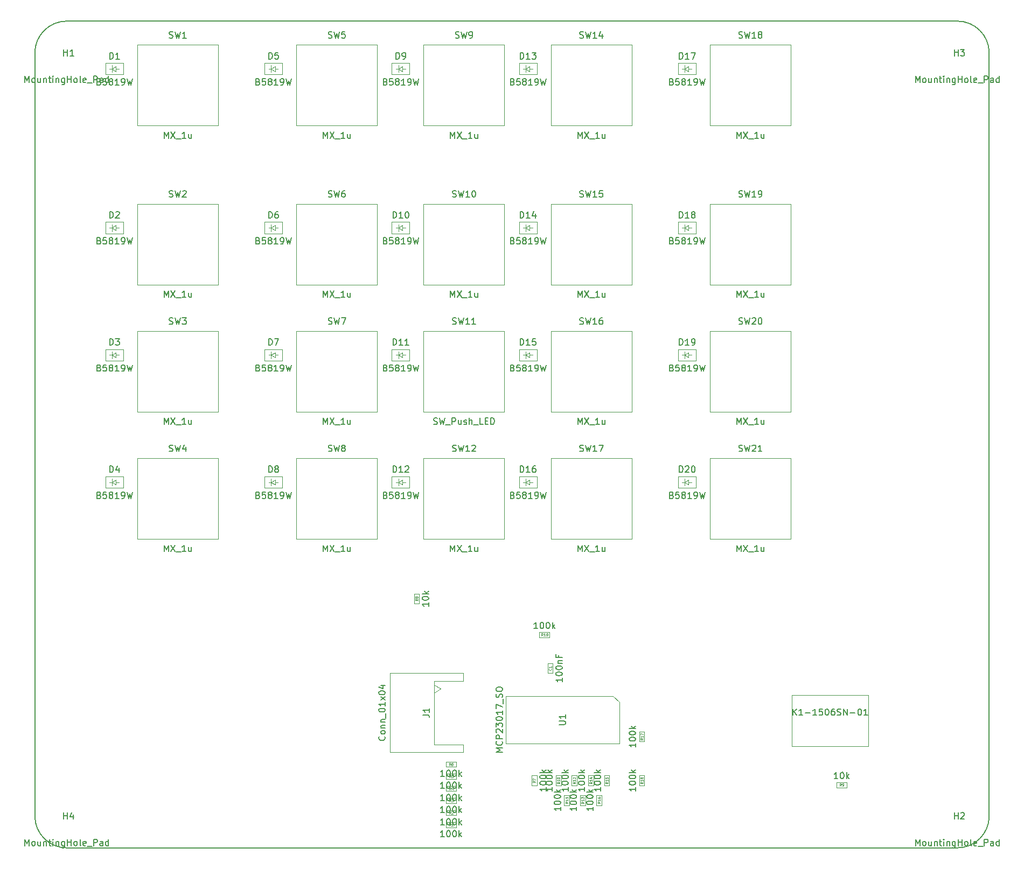
<source format=gbr>
%TF.GenerationSoftware,KiCad,Pcbnew,(5.1.9)-1*%
%TF.CreationDate,2021-06-10T16:35:11+02:00*%
%TF.ProjectId,08_Main_Gauche,30385f4d-6169-46e5-9f47-61756368652e,rev?*%
%TF.SameCoordinates,Original*%
%TF.FileFunction,Other,Fab,Top*%
%FSLAX46Y46*%
G04 Gerber Fmt 4.6, Leading zero omitted, Abs format (unit mm)*
G04 Created by KiCad (PCBNEW (5.1.9)-1) date 2021-06-10 16:35:11*
%MOMM*%
%LPD*%
G01*
G04 APERTURE LIST*
%TA.AperFunction,Profile*%
%ADD10C,0.150000*%
%TD*%
%ADD11C,0.100000*%
%ADD12C,0.120000*%
%ADD13C,0.150000*%
%ADD14C,0.060000*%
G04 APERTURE END LIST*
D10*
X185000000Y-15000000D02*
G75*
G02*
X190000000Y-20000000I0J-5000000D01*
G01*
X190000000Y-140000000D02*
G75*
G02*
X185000000Y-145000000I-5000000J0D01*
G01*
X45000000Y-145000000D02*
G75*
G02*
X40000000Y-140000000I0J5000000D01*
G01*
X40000000Y-20000000D02*
G75*
G02*
X45000000Y-15000000I5000000J0D01*
G01*
X40000000Y-140000000D02*
X40000000Y-20000000D01*
X185000000Y-145000000D02*
X45000000Y-145000000D01*
X190000000Y-20000000D02*
X190000000Y-140000000D01*
X45000000Y-15000000D02*
X185000000Y-15000000D01*
D11*
%TO.C,SW4*%
X56110000Y-96430000D02*
X56110000Y-83730000D01*
X68810000Y-96430000D02*
X56110000Y-96430000D01*
X68810000Y-83730000D02*
X68810000Y-96430000D01*
X56110000Y-83730000D02*
X68810000Y-83730000D01*
%TO.C,J1*%
X95800000Y-123750000D02*
X95800000Y-117550000D01*
X95800000Y-117550000D02*
X107300000Y-117550000D01*
X107300000Y-117550000D02*
X107300000Y-118750000D01*
X107300000Y-118750000D02*
X102800000Y-118750000D01*
X102800000Y-118750000D02*
X102800000Y-123750000D01*
X95800000Y-123750000D02*
X95800000Y-129950000D01*
X95800000Y-129950000D02*
X107300000Y-129950000D01*
X107300000Y-129950000D02*
X107300000Y-128750000D01*
X107300000Y-128750000D02*
X102800000Y-128750000D01*
X102800000Y-128750000D02*
X102800000Y-123750000D01*
X102800000Y-119375000D02*
X103800000Y-120000000D01*
X103800000Y-120000000D02*
X102800000Y-120625000D01*
%TO.C,SW2*%
X56110000Y-43730000D02*
X68810000Y-43730000D01*
X68810000Y-43730000D02*
X68810000Y-56430000D01*
X68810000Y-56430000D02*
X56110000Y-56430000D01*
X56110000Y-56430000D02*
X56110000Y-43730000D01*
%TO.C,SW3*%
X56110000Y-63730000D02*
X68810000Y-63730000D01*
X68810000Y-63730000D02*
X68810000Y-76430000D01*
X68810000Y-76430000D02*
X56110000Y-76430000D01*
X56110000Y-76430000D02*
X56110000Y-63730000D01*
%TO.C,U1*%
X131885000Y-122125000D02*
X131885000Y-128625000D01*
X131885000Y-128625000D02*
X113985000Y-128625000D01*
X113985000Y-128625000D02*
X113985000Y-121125000D01*
X113985000Y-121125000D02*
X130885000Y-121125000D01*
X130885000Y-121125000D02*
X131885000Y-122125000D01*
%TO.C,D4*%
X52750000Y-87500000D02*
X53250000Y-87500000D01*
X52750000Y-87900000D02*
X52150000Y-87500000D01*
X52750000Y-87100000D02*
X52750000Y-87900000D01*
X52150000Y-87500000D02*
X52750000Y-87100000D01*
X52150000Y-87500000D02*
X52150000Y-88050000D01*
X52150000Y-87500000D02*
X52150000Y-86950000D01*
X51750000Y-87500000D02*
X52150000Y-87500000D01*
X51100000Y-88400000D02*
X51100000Y-86600000D01*
X53900000Y-88400000D02*
X51100000Y-88400000D01*
X53900000Y-86600000D02*
X53900000Y-88400000D01*
X51100000Y-86600000D02*
X53900000Y-86600000D01*
%TO.C,D20*%
X142750000Y-87500000D02*
X143250000Y-87500000D01*
X142750000Y-87900000D02*
X142150000Y-87500000D01*
X142750000Y-87100000D02*
X142750000Y-87900000D01*
X142150000Y-87500000D02*
X142750000Y-87100000D01*
X142150000Y-87500000D02*
X142150000Y-88050000D01*
X142150000Y-87500000D02*
X142150000Y-86950000D01*
X141750000Y-87500000D02*
X142150000Y-87500000D01*
X141100000Y-88400000D02*
X141100000Y-86600000D01*
X143900000Y-88400000D02*
X141100000Y-88400000D01*
X143900000Y-86600000D02*
X143900000Y-88400000D01*
X141100000Y-86600000D02*
X143900000Y-86600000D01*
%TO.C,D8*%
X77750000Y-87500000D02*
X78250000Y-87500000D01*
X77750000Y-87900000D02*
X77150000Y-87500000D01*
X77750000Y-87100000D02*
X77750000Y-87900000D01*
X77150000Y-87500000D02*
X77750000Y-87100000D01*
X77150000Y-87500000D02*
X77150000Y-88050000D01*
X77150000Y-87500000D02*
X77150000Y-86950000D01*
X76750000Y-87500000D02*
X77150000Y-87500000D01*
X76100000Y-88400000D02*
X76100000Y-86600000D01*
X78900000Y-88400000D02*
X76100000Y-88400000D01*
X78900000Y-86600000D02*
X78900000Y-88400000D01*
X76100000Y-86600000D02*
X78900000Y-86600000D01*
%TO.C,D12*%
X97750000Y-87500000D02*
X98250000Y-87500000D01*
X97750000Y-87900000D02*
X97150000Y-87500000D01*
X97750000Y-87100000D02*
X97750000Y-87900000D01*
X97150000Y-87500000D02*
X97750000Y-87100000D01*
X97150000Y-87500000D02*
X97150000Y-88050000D01*
X97150000Y-87500000D02*
X97150000Y-86950000D01*
X96750000Y-87500000D02*
X97150000Y-87500000D01*
X96100000Y-88400000D02*
X96100000Y-86600000D01*
X98900000Y-88400000D02*
X96100000Y-88400000D01*
X98900000Y-86600000D02*
X98900000Y-88400000D01*
X96100000Y-86600000D02*
X98900000Y-86600000D01*
%TO.C,D16*%
X117750000Y-87500000D02*
X118250000Y-87500000D01*
X117750000Y-87900000D02*
X117150000Y-87500000D01*
X117750000Y-87100000D02*
X117750000Y-87900000D01*
X117150000Y-87500000D02*
X117750000Y-87100000D01*
X117150000Y-87500000D02*
X117150000Y-88050000D01*
X117150000Y-87500000D02*
X117150000Y-86950000D01*
X116750000Y-87500000D02*
X117150000Y-87500000D01*
X116100000Y-88400000D02*
X116100000Y-86600000D01*
X118900000Y-88400000D02*
X116100000Y-88400000D01*
X118900000Y-86600000D02*
X118900000Y-88400000D01*
X116100000Y-86600000D02*
X118900000Y-86600000D01*
%TO.C,D2*%
X52750000Y-47500000D02*
X53250000Y-47500000D01*
X52750000Y-47900000D02*
X52150000Y-47500000D01*
X52750000Y-47100000D02*
X52750000Y-47900000D01*
X52150000Y-47500000D02*
X52750000Y-47100000D01*
X52150000Y-47500000D02*
X52150000Y-48050000D01*
X52150000Y-47500000D02*
X52150000Y-46950000D01*
X51750000Y-47500000D02*
X52150000Y-47500000D01*
X51100000Y-48400000D02*
X51100000Y-46600000D01*
X53900000Y-48400000D02*
X51100000Y-48400000D01*
X53900000Y-46600000D02*
X53900000Y-48400000D01*
X51100000Y-46600000D02*
X53900000Y-46600000D01*
%TO.C,D18*%
X142750000Y-47500000D02*
X143250000Y-47500000D01*
X142750000Y-47900000D02*
X142150000Y-47500000D01*
X142750000Y-47100000D02*
X142750000Y-47900000D01*
X142150000Y-47500000D02*
X142750000Y-47100000D01*
X142150000Y-47500000D02*
X142150000Y-48050000D01*
X142150000Y-47500000D02*
X142150000Y-46950000D01*
X141750000Y-47500000D02*
X142150000Y-47500000D01*
X141100000Y-48400000D02*
X141100000Y-46600000D01*
X143900000Y-48400000D02*
X141100000Y-48400000D01*
X143900000Y-46600000D02*
X143900000Y-48400000D01*
X141100000Y-46600000D02*
X143900000Y-46600000D01*
%TO.C,D6*%
X77750000Y-47500000D02*
X78250000Y-47500000D01*
X77750000Y-47900000D02*
X77150000Y-47500000D01*
X77750000Y-47100000D02*
X77750000Y-47900000D01*
X77150000Y-47500000D02*
X77750000Y-47100000D01*
X77150000Y-47500000D02*
X77150000Y-48050000D01*
X77150000Y-47500000D02*
X77150000Y-46950000D01*
X76750000Y-47500000D02*
X77150000Y-47500000D01*
X76100000Y-48400000D02*
X76100000Y-46600000D01*
X78900000Y-48400000D02*
X76100000Y-48400000D01*
X78900000Y-46600000D02*
X78900000Y-48400000D01*
X76100000Y-46600000D02*
X78900000Y-46600000D01*
%TO.C,D10*%
X97750000Y-47500000D02*
X98250000Y-47500000D01*
X97750000Y-47900000D02*
X97150000Y-47500000D01*
X97750000Y-47100000D02*
X97750000Y-47900000D01*
X97150000Y-47500000D02*
X97750000Y-47100000D01*
X97150000Y-47500000D02*
X97150000Y-48050000D01*
X97150000Y-47500000D02*
X97150000Y-46950000D01*
X96750000Y-47500000D02*
X97150000Y-47500000D01*
X96100000Y-48400000D02*
X96100000Y-46600000D01*
X98900000Y-48400000D02*
X96100000Y-48400000D01*
X98900000Y-46600000D02*
X98900000Y-48400000D01*
X96100000Y-46600000D02*
X98900000Y-46600000D01*
%TO.C,D14*%
X117750000Y-47500000D02*
X118250000Y-47500000D01*
X117750000Y-47900000D02*
X117150000Y-47500000D01*
X117750000Y-47100000D02*
X117750000Y-47900000D01*
X117150000Y-47500000D02*
X117750000Y-47100000D01*
X117150000Y-47500000D02*
X117150000Y-48050000D01*
X117150000Y-47500000D02*
X117150000Y-46950000D01*
X116750000Y-47500000D02*
X117150000Y-47500000D01*
X116100000Y-48400000D02*
X116100000Y-46600000D01*
X118900000Y-48400000D02*
X116100000Y-48400000D01*
X118900000Y-46600000D02*
X118900000Y-48400000D01*
X116100000Y-46600000D02*
X118900000Y-46600000D01*
%TO.C,D3*%
X52750000Y-67500000D02*
X53250000Y-67500000D01*
X52750000Y-67900000D02*
X52150000Y-67500000D01*
X52750000Y-67100000D02*
X52750000Y-67900000D01*
X52150000Y-67500000D02*
X52750000Y-67100000D01*
X52150000Y-67500000D02*
X52150000Y-68050000D01*
X52150000Y-67500000D02*
X52150000Y-66950000D01*
X51750000Y-67500000D02*
X52150000Y-67500000D01*
X51100000Y-68400000D02*
X51100000Y-66600000D01*
X53900000Y-68400000D02*
X51100000Y-68400000D01*
X53900000Y-66600000D02*
X53900000Y-68400000D01*
X51100000Y-66600000D02*
X53900000Y-66600000D01*
%TO.C,D19*%
X142750000Y-67500000D02*
X143250000Y-67500000D01*
X142750000Y-67900000D02*
X142150000Y-67500000D01*
X142750000Y-67100000D02*
X142750000Y-67900000D01*
X142150000Y-67500000D02*
X142750000Y-67100000D01*
X142150000Y-67500000D02*
X142150000Y-68050000D01*
X142150000Y-67500000D02*
X142150000Y-66950000D01*
X141750000Y-67500000D02*
X142150000Y-67500000D01*
X141100000Y-68400000D02*
X141100000Y-66600000D01*
X143900000Y-68400000D02*
X141100000Y-68400000D01*
X143900000Y-66600000D02*
X143900000Y-68400000D01*
X141100000Y-66600000D02*
X143900000Y-66600000D01*
%TO.C,D7*%
X77750000Y-67500000D02*
X78250000Y-67500000D01*
X77750000Y-67900000D02*
X77150000Y-67500000D01*
X77750000Y-67100000D02*
X77750000Y-67900000D01*
X77150000Y-67500000D02*
X77750000Y-67100000D01*
X77150000Y-67500000D02*
X77150000Y-68050000D01*
X77150000Y-67500000D02*
X77150000Y-66950000D01*
X76750000Y-67500000D02*
X77150000Y-67500000D01*
X76100000Y-68400000D02*
X76100000Y-66600000D01*
X78900000Y-68400000D02*
X76100000Y-68400000D01*
X78900000Y-66600000D02*
X78900000Y-68400000D01*
X76100000Y-66600000D02*
X78900000Y-66600000D01*
%TO.C,D11*%
X97750000Y-67500000D02*
X98250000Y-67500000D01*
X97750000Y-67900000D02*
X97150000Y-67500000D01*
X97750000Y-67100000D02*
X97750000Y-67900000D01*
X97150000Y-67500000D02*
X97750000Y-67100000D01*
X97150000Y-67500000D02*
X97150000Y-68050000D01*
X97150000Y-67500000D02*
X97150000Y-66950000D01*
X96750000Y-67500000D02*
X97150000Y-67500000D01*
X96100000Y-68400000D02*
X96100000Y-66600000D01*
X98900000Y-68400000D02*
X96100000Y-68400000D01*
X98900000Y-66600000D02*
X98900000Y-68400000D01*
X96100000Y-66600000D02*
X98900000Y-66600000D01*
%TO.C,D15*%
X117750000Y-67500000D02*
X118250000Y-67500000D01*
X117750000Y-67900000D02*
X117150000Y-67500000D01*
X117750000Y-67100000D02*
X117750000Y-67900000D01*
X117150000Y-67500000D02*
X117750000Y-67100000D01*
X117150000Y-67500000D02*
X117150000Y-68050000D01*
X117150000Y-67500000D02*
X117150000Y-66950000D01*
X116750000Y-67500000D02*
X117150000Y-67500000D01*
X116100000Y-68400000D02*
X116100000Y-66600000D01*
X118900000Y-68400000D02*
X116100000Y-68400000D01*
X118900000Y-66600000D02*
X118900000Y-68400000D01*
X116100000Y-66600000D02*
X118900000Y-66600000D01*
%TO.C,SW21*%
X146110000Y-83730000D02*
X158810000Y-83730000D01*
X158810000Y-83730000D02*
X158810000Y-96430000D01*
X158810000Y-96430000D02*
X146110000Y-96430000D01*
X146110000Y-96430000D02*
X146110000Y-83730000D01*
%TO.C,SW8*%
X81110000Y-83730000D02*
X93810000Y-83730000D01*
X93810000Y-83730000D02*
X93810000Y-96430000D01*
X93810000Y-96430000D02*
X81110000Y-96430000D01*
X81110000Y-96430000D02*
X81110000Y-83730000D01*
%TO.C,SW12*%
X101110000Y-83730000D02*
X113810000Y-83730000D01*
X113810000Y-83730000D02*
X113810000Y-96430000D01*
X113810000Y-96430000D02*
X101110000Y-96430000D01*
X101110000Y-96430000D02*
X101110000Y-83730000D01*
%TO.C,SW17*%
X121110000Y-83730000D02*
X133810000Y-83730000D01*
X133810000Y-83730000D02*
X133810000Y-96430000D01*
X133810000Y-96430000D02*
X121110000Y-96430000D01*
X121110000Y-96430000D02*
X121110000Y-83730000D01*
%TO.C,SW19*%
X146110000Y-43730000D02*
X158810000Y-43730000D01*
X158810000Y-43730000D02*
X158810000Y-56430000D01*
X158810000Y-56430000D02*
X146110000Y-56430000D01*
X146110000Y-56430000D02*
X146110000Y-43730000D01*
%TO.C,SW6*%
X81110000Y-43730000D02*
X93810000Y-43730000D01*
X93810000Y-43730000D02*
X93810000Y-56430000D01*
X93810000Y-56430000D02*
X81110000Y-56430000D01*
X81110000Y-56430000D02*
X81110000Y-43730000D01*
%TO.C,SW10*%
X101110000Y-43730000D02*
X113810000Y-43730000D01*
X113810000Y-43730000D02*
X113810000Y-56430000D01*
X113810000Y-56430000D02*
X101110000Y-56430000D01*
X101110000Y-56430000D02*
X101110000Y-43730000D01*
%TO.C,SW15*%
X121110000Y-43730000D02*
X133810000Y-43730000D01*
X133810000Y-43730000D02*
X133810000Y-56430000D01*
X133810000Y-56430000D02*
X121110000Y-56430000D01*
X121110000Y-56430000D02*
X121110000Y-43730000D01*
%TO.C,SW20*%
X146110000Y-63730000D02*
X158810000Y-63730000D01*
X158810000Y-63730000D02*
X158810000Y-76430000D01*
X158810000Y-76430000D02*
X146110000Y-76430000D01*
X146110000Y-76430000D02*
X146110000Y-63730000D01*
%TO.C,SW7*%
X81110000Y-63730000D02*
X93810000Y-63730000D01*
X93810000Y-63730000D02*
X93810000Y-76430000D01*
X93810000Y-76430000D02*
X81110000Y-76430000D01*
X81110000Y-76430000D02*
X81110000Y-63730000D01*
%TO.C,SW16*%
X121110000Y-63730000D02*
X133810000Y-63730000D01*
X133810000Y-63730000D02*
X133810000Y-76430000D01*
X133810000Y-76430000D02*
X121110000Y-76430000D01*
X121110000Y-76430000D02*
X121110000Y-63730000D01*
D12*
%TO.C,SW13*%
X159000000Y-121000000D02*
X159000000Y-129000000D01*
X159000000Y-129000000D02*
X171000000Y-129000000D01*
X171000000Y-129000000D02*
X171000000Y-121000000D01*
X171000000Y-121000000D02*
X159000000Y-121000000D01*
D11*
%TO.C,C1*%
X121400000Y-115950000D02*
X121400000Y-117550000D01*
X120600000Y-115950000D02*
X121400000Y-115950000D01*
X120600000Y-117550000D02*
X120600000Y-115950000D01*
X121400000Y-117550000D02*
X120600000Y-117550000D01*
%TO.C,R7*%
X118912500Y-133600000D02*
X118912500Y-135200000D01*
X118087500Y-133600000D02*
X118912500Y-133600000D01*
X118087500Y-135200000D02*
X118087500Y-133600000D01*
X118912500Y-135200000D02*
X118087500Y-135200000D01*
%TO.C,R1*%
X104615000Y-141802500D02*
X104615000Y-140977500D01*
X104615000Y-140977500D02*
X106215000Y-140977500D01*
X106215000Y-140977500D02*
X106215000Y-141802500D01*
X106215000Y-141802500D02*
X104615000Y-141802500D01*
%TO.C,R2*%
X104615000Y-139897500D02*
X104615000Y-139072500D01*
X104615000Y-139072500D02*
X106215000Y-139072500D01*
X106215000Y-139072500D02*
X106215000Y-139897500D01*
X106215000Y-139897500D02*
X104615000Y-139897500D01*
%TO.C,R3*%
X106215000Y-137992500D02*
X104615000Y-137992500D01*
X106215000Y-137167500D02*
X106215000Y-137992500D01*
X104615000Y-137167500D02*
X106215000Y-137167500D01*
X104615000Y-137992500D02*
X104615000Y-137167500D01*
%TO.C,R4*%
X104615000Y-136087500D02*
X104615000Y-135262500D01*
X104615000Y-135262500D02*
X106215000Y-135262500D01*
X106215000Y-135262500D02*
X106215000Y-136087500D01*
X106215000Y-136087500D02*
X104615000Y-136087500D01*
%TO.C,R5*%
X104615000Y-134182500D02*
X104615000Y-133357500D01*
X104615000Y-133357500D02*
X106215000Y-133357500D01*
X106215000Y-133357500D02*
X106215000Y-134182500D01*
X106215000Y-134182500D02*
X104615000Y-134182500D01*
%TO.C,R6*%
X106215000Y-132277500D02*
X104615000Y-132277500D01*
X106215000Y-131452500D02*
X106215000Y-132277500D01*
X104615000Y-131452500D02*
X106215000Y-131452500D01*
X104615000Y-132277500D02*
X104615000Y-131452500D01*
%TO.C,D1*%
X51100000Y-21600000D02*
X53900000Y-21600000D01*
X53900000Y-21600000D02*
X53900000Y-23400000D01*
X53900000Y-23400000D02*
X51100000Y-23400000D01*
X51100000Y-23400000D02*
X51100000Y-21600000D01*
X51750000Y-22500000D02*
X52150000Y-22500000D01*
X52150000Y-22500000D02*
X52150000Y-21950000D01*
X52150000Y-22500000D02*
X52150000Y-23050000D01*
X52150000Y-22500000D02*
X52750000Y-22100000D01*
X52750000Y-22100000D02*
X52750000Y-22900000D01*
X52750000Y-22900000D02*
X52150000Y-22500000D01*
X52750000Y-22500000D02*
X53250000Y-22500000D01*
%TO.C,D5*%
X77750000Y-22500000D02*
X78250000Y-22500000D01*
X77750000Y-22900000D02*
X77150000Y-22500000D01*
X77750000Y-22100000D02*
X77750000Y-22900000D01*
X77150000Y-22500000D02*
X77750000Y-22100000D01*
X77150000Y-22500000D02*
X77150000Y-23050000D01*
X77150000Y-22500000D02*
X77150000Y-21950000D01*
X76750000Y-22500000D02*
X77150000Y-22500000D01*
X76100000Y-23400000D02*
X76100000Y-21600000D01*
X78900000Y-23400000D02*
X76100000Y-23400000D01*
X78900000Y-21600000D02*
X78900000Y-23400000D01*
X76100000Y-21600000D02*
X78900000Y-21600000D01*
%TO.C,D9*%
X96100000Y-21600000D02*
X98900000Y-21600000D01*
X98900000Y-21600000D02*
X98900000Y-23400000D01*
X98900000Y-23400000D02*
X96100000Y-23400000D01*
X96100000Y-23400000D02*
X96100000Y-21600000D01*
X96750000Y-22500000D02*
X97150000Y-22500000D01*
X97150000Y-22500000D02*
X97150000Y-21950000D01*
X97150000Y-22500000D02*
X97150000Y-23050000D01*
X97150000Y-22500000D02*
X97750000Y-22100000D01*
X97750000Y-22100000D02*
X97750000Y-22900000D01*
X97750000Y-22900000D02*
X97150000Y-22500000D01*
X97750000Y-22500000D02*
X98250000Y-22500000D01*
%TO.C,D13*%
X117750000Y-22500000D02*
X118250000Y-22500000D01*
X117750000Y-22900000D02*
X117150000Y-22500000D01*
X117750000Y-22100000D02*
X117750000Y-22900000D01*
X117150000Y-22500000D02*
X117750000Y-22100000D01*
X117150000Y-22500000D02*
X117150000Y-23050000D01*
X117150000Y-22500000D02*
X117150000Y-21950000D01*
X116750000Y-22500000D02*
X117150000Y-22500000D01*
X116100000Y-23400000D02*
X116100000Y-21600000D01*
X118900000Y-23400000D02*
X116100000Y-23400000D01*
X118900000Y-21600000D02*
X118900000Y-23400000D01*
X116100000Y-21600000D02*
X118900000Y-21600000D01*
%TO.C,D17*%
X141100000Y-21600000D02*
X143900000Y-21600000D01*
X143900000Y-21600000D02*
X143900000Y-23400000D01*
X143900000Y-23400000D02*
X141100000Y-23400000D01*
X141100000Y-23400000D02*
X141100000Y-21600000D01*
X141750000Y-22500000D02*
X142150000Y-22500000D01*
X142150000Y-22500000D02*
X142150000Y-21950000D01*
X142150000Y-22500000D02*
X142150000Y-23050000D01*
X142150000Y-22500000D02*
X142750000Y-22100000D01*
X142750000Y-22100000D02*
X142750000Y-22900000D01*
X142750000Y-22900000D02*
X142150000Y-22500000D01*
X142750000Y-22500000D02*
X143250000Y-22500000D01*
%TO.C,R8*%
X100412500Y-106625000D02*
X99587500Y-106625000D01*
X99587500Y-106625000D02*
X99587500Y-105025000D01*
X99587500Y-105025000D02*
X100412500Y-105025000D01*
X100412500Y-105025000D02*
X100412500Y-106625000D01*
%TO.C,R9*%
X166000000Y-134687500D02*
X167600000Y-134687500D01*
X166000000Y-135512500D02*
X166000000Y-134687500D01*
X167600000Y-135512500D02*
X166000000Y-135512500D01*
X167600000Y-134687500D02*
X167600000Y-135512500D01*
%TO.C,SW1*%
X56110000Y-31430000D02*
X56110000Y-18730000D01*
X68810000Y-31430000D02*
X56110000Y-31430000D01*
X68810000Y-18730000D02*
X68810000Y-31430000D01*
X56110000Y-18730000D02*
X68810000Y-18730000D01*
%TO.C,SW5*%
X81110000Y-18730000D02*
X93810000Y-18730000D01*
X93810000Y-18730000D02*
X93810000Y-31430000D01*
X93810000Y-31430000D02*
X81110000Y-31430000D01*
X81110000Y-31430000D02*
X81110000Y-18730000D01*
%TO.C,SW9*%
X101110000Y-31430000D02*
X101110000Y-18730000D01*
X113810000Y-31430000D02*
X101110000Y-31430000D01*
X113810000Y-18730000D02*
X113810000Y-31430000D01*
X101110000Y-18730000D02*
X113810000Y-18730000D01*
%TO.C,SW11*%
X101110000Y-63730000D02*
X113810000Y-63730000D01*
X113810000Y-63730000D02*
X113810000Y-76430000D01*
X113810000Y-76430000D02*
X101110000Y-76430000D01*
X101110000Y-76430000D02*
X101110000Y-63730000D01*
%TO.C,SW14*%
X121110000Y-18730000D02*
X133810000Y-18730000D01*
X133810000Y-18730000D02*
X133810000Y-31430000D01*
X133810000Y-31430000D02*
X121110000Y-31430000D01*
X121110000Y-31430000D02*
X121110000Y-18730000D01*
%TO.C,SW18*%
X146110000Y-31430000D02*
X146110000Y-18730000D01*
X158810000Y-31430000D02*
X146110000Y-31430000D01*
X158810000Y-18730000D02*
X158810000Y-31430000D01*
X146110000Y-18730000D02*
X158810000Y-18730000D01*
%TO.C,R10*%
X121887500Y-135200000D02*
X121887500Y-133600000D01*
X122712500Y-135200000D02*
X121887500Y-135200000D01*
X122712500Y-133600000D02*
X122712500Y-135200000D01*
X121887500Y-133600000D02*
X122712500Y-133600000D01*
%TO.C,R11*%
X123187500Y-136700000D02*
X124012500Y-136700000D01*
X124012500Y-136700000D02*
X124012500Y-138300000D01*
X124012500Y-138300000D02*
X123187500Y-138300000D01*
X123187500Y-138300000D02*
X123187500Y-136700000D01*
%TO.C,R12*%
X124387500Y-135200000D02*
X124387500Y-133600000D01*
X125212500Y-135200000D02*
X124387500Y-135200000D01*
X125212500Y-133600000D02*
X125212500Y-135200000D01*
X124387500Y-133600000D02*
X125212500Y-133600000D01*
%TO.C,R13*%
X125687500Y-136700000D02*
X126512500Y-136700000D01*
X126512500Y-136700000D02*
X126512500Y-138300000D01*
X126512500Y-138300000D02*
X125687500Y-138300000D01*
X125687500Y-138300000D02*
X125687500Y-136700000D01*
%TO.C,R14*%
X126987500Y-135200000D02*
X126987500Y-133600000D01*
X127812500Y-135200000D02*
X126987500Y-135200000D01*
X127812500Y-133600000D02*
X127812500Y-135200000D01*
X126987500Y-133600000D02*
X127812500Y-133600000D01*
%TO.C,R15*%
X129487500Y-133600000D02*
X130312500Y-133600000D01*
X130312500Y-133600000D02*
X130312500Y-135200000D01*
X130312500Y-135200000D02*
X129487500Y-135200000D01*
X129487500Y-135200000D02*
X129487500Y-133600000D01*
%TO.C,R16*%
X128287500Y-138300000D02*
X128287500Y-136700000D01*
X129112500Y-138300000D02*
X128287500Y-138300000D01*
X129112500Y-136700000D02*
X129112500Y-138300000D01*
X128287500Y-136700000D02*
X129112500Y-136700000D01*
%TO.C,R17*%
X134987500Y-126700000D02*
X135812500Y-126700000D01*
X135812500Y-126700000D02*
X135812500Y-128300000D01*
X135812500Y-128300000D02*
X134987500Y-128300000D01*
X134987500Y-128300000D02*
X134987500Y-126700000D01*
%TO.C,R18*%
X134987500Y-135200000D02*
X134987500Y-133600000D01*
X135812500Y-135200000D02*
X134987500Y-135200000D01*
X135812500Y-133600000D02*
X135812500Y-135200000D01*
X134987500Y-133600000D02*
X135812500Y-133600000D01*
%TO.C,R19*%
X120900000Y-111087500D02*
X120900000Y-111912500D01*
X120900000Y-111912500D02*
X119300000Y-111912500D01*
X119300000Y-111912500D02*
X119300000Y-111087500D01*
X119300000Y-111087500D02*
X120900000Y-111087500D01*
%TD*%
%TO.C,SW4*%
D13*
X60340952Y-98406380D02*
X60340952Y-97406380D01*
X60674285Y-98120666D01*
X61007619Y-97406380D01*
X61007619Y-98406380D01*
X61388571Y-97406380D02*
X62055238Y-98406380D01*
X62055238Y-97406380D02*
X61388571Y-98406380D01*
X62198095Y-98501619D02*
X62960000Y-98501619D01*
X63721904Y-98406380D02*
X63150476Y-98406380D01*
X63436190Y-98406380D02*
X63436190Y-97406380D01*
X63340952Y-97549238D01*
X63245714Y-97644476D01*
X63150476Y-97692095D01*
X64579047Y-97739714D02*
X64579047Y-98406380D01*
X64150476Y-97739714D02*
X64150476Y-98263523D01*
X64198095Y-98358761D01*
X64293333Y-98406380D01*
X64436190Y-98406380D01*
X64531428Y-98358761D01*
X64579047Y-98311142D01*
X61126666Y-82610761D02*
X61269523Y-82658380D01*
X61507619Y-82658380D01*
X61602857Y-82610761D01*
X61650476Y-82563142D01*
X61698095Y-82467904D01*
X61698095Y-82372666D01*
X61650476Y-82277428D01*
X61602857Y-82229809D01*
X61507619Y-82182190D01*
X61317142Y-82134571D01*
X61221904Y-82086952D01*
X61174285Y-82039333D01*
X61126666Y-81944095D01*
X61126666Y-81848857D01*
X61174285Y-81753619D01*
X61221904Y-81706000D01*
X61317142Y-81658380D01*
X61555238Y-81658380D01*
X61698095Y-81706000D01*
X62031428Y-81658380D02*
X62269523Y-82658380D01*
X62460000Y-81944095D01*
X62650476Y-82658380D01*
X62888571Y-81658380D01*
X63698095Y-81991714D02*
X63698095Y-82658380D01*
X63460000Y-81610761D02*
X63221904Y-82325047D01*
X63840952Y-82325047D01*
%TO.C,H2*%
X178428571Y-144652380D02*
X178428571Y-143652380D01*
X178761904Y-144366666D01*
X179095238Y-143652380D01*
X179095238Y-144652380D01*
X179714285Y-144652380D02*
X179619047Y-144604761D01*
X179571428Y-144557142D01*
X179523809Y-144461904D01*
X179523809Y-144176190D01*
X179571428Y-144080952D01*
X179619047Y-144033333D01*
X179714285Y-143985714D01*
X179857142Y-143985714D01*
X179952380Y-144033333D01*
X180000000Y-144080952D01*
X180047619Y-144176190D01*
X180047619Y-144461904D01*
X180000000Y-144557142D01*
X179952380Y-144604761D01*
X179857142Y-144652380D01*
X179714285Y-144652380D01*
X180904761Y-143985714D02*
X180904761Y-144652380D01*
X180476190Y-143985714D02*
X180476190Y-144509523D01*
X180523809Y-144604761D01*
X180619047Y-144652380D01*
X180761904Y-144652380D01*
X180857142Y-144604761D01*
X180904761Y-144557142D01*
X181380952Y-143985714D02*
X181380952Y-144652380D01*
X181380952Y-144080952D02*
X181428571Y-144033333D01*
X181523809Y-143985714D01*
X181666666Y-143985714D01*
X181761904Y-144033333D01*
X181809523Y-144128571D01*
X181809523Y-144652380D01*
X182142857Y-143985714D02*
X182523809Y-143985714D01*
X182285714Y-143652380D02*
X182285714Y-144509523D01*
X182333333Y-144604761D01*
X182428571Y-144652380D01*
X182523809Y-144652380D01*
X182857142Y-144652380D02*
X182857142Y-143985714D01*
X182857142Y-143652380D02*
X182809523Y-143700000D01*
X182857142Y-143747619D01*
X182904761Y-143700000D01*
X182857142Y-143652380D01*
X182857142Y-143747619D01*
X183333333Y-143985714D02*
X183333333Y-144652380D01*
X183333333Y-144080952D02*
X183380952Y-144033333D01*
X183476190Y-143985714D01*
X183619047Y-143985714D01*
X183714285Y-144033333D01*
X183761904Y-144128571D01*
X183761904Y-144652380D01*
X184666666Y-143985714D02*
X184666666Y-144795238D01*
X184619047Y-144890476D01*
X184571428Y-144938095D01*
X184476190Y-144985714D01*
X184333333Y-144985714D01*
X184238095Y-144938095D01*
X184666666Y-144604761D02*
X184571428Y-144652380D01*
X184380952Y-144652380D01*
X184285714Y-144604761D01*
X184238095Y-144557142D01*
X184190476Y-144461904D01*
X184190476Y-144176190D01*
X184238095Y-144080952D01*
X184285714Y-144033333D01*
X184380952Y-143985714D01*
X184571428Y-143985714D01*
X184666666Y-144033333D01*
X185142857Y-144652380D02*
X185142857Y-143652380D01*
X185142857Y-144128571D02*
X185714285Y-144128571D01*
X185714285Y-144652380D02*
X185714285Y-143652380D01*
X186333333Y-144652380D02*
X186238095Y-144604761D01*
X186190476Y-144557142D01*
X186142857Y-144461904D01*
X186142857Y-144176190D01*
X186190476Y-144080952D01*
X186238095Y-144033333D01*
X186333333Y-143985714D01*
X186476190Y-143985714D01*
X186571428Y-144033333D01*
X186619047Y-144080952D01*
X186666666Y-144176190D01*
X186666666Y-144461904D01*
X186619047Y-144557142D01*
X186571428Y-144604761D01*
X186476190Y-144652380D01*
X186333333Y-144652380D01*
X187238095Y-144652380D02*
X187142857Y-144604761D01*
X187095238Y-144509523D01*
X187095238Y-143652380D01*
X188000000Y-144604761D02*
X187904761Y-144652380D01*
X187714285Y-144652380D01*
X187619047Y-144604761D01*
X187571428Y-144509523D01*
X187571428Y-144128571D01*
X187619047Y-144033333D01*
X187714285Y-143985714D01*
X187904761Y-143985714D01*
X188000000Y-144033333D01*
X188047619Y-144128571D01*
X188047619Y-144223809D01*
X187571428Y-144319047D01*
X188238095Y-144747619D02*
X189000000Y-144747619D01*
X189238095Y-144652380D02*
X189238095Y-143652380D01*
X189619047Y-143652380D01*
X189714285Y-143700000D01*
X189761904Y-143747619D01*
X189809523Y-143842857D01*
X189809523Y-143985714D01*
X189761904Y-144080952D01*
X189714285Y-144128571D01*
X189619047Y-144176190D01*
X189238095Y-144176190D01*
X190666666Y-144652380D02*
X190666666Y-144128571D01*
X190619047Y-144033333D01*
X190523809Y-143985714D01*
X190333333Y-143985714D01*
X190238095Y-144033333D01*
X190666666Y-144604761D02*
X190571428Y-144652380D01*
X190333333Y-144652380D01*
X190238095Y-144604761D01*
X190190476Y-144509523D01*
X190190476Y-144414285D01*
X190238095Y-144319047D01*
X190333333Y-144271428D01*
X190571428Y-144271428D01*
X190666666Y-144223809D01*
X191571428Y-144652380D02*
X191571428Y-143652380D01*
X191571428Y-144604761D02*
X191476190Y-144652380D01*
X191285714Y-144652380D01*
X191190476Y-144604761D01*
X191142857Y-144557142D01*
X191095238Y-144461904D01*
X191095238Y-144176190D01*
X191142857Y-144080952D01*
X191190476Y-144033333D01*
X191285714Y-143985714D01*
X191476190Y-143985714D01*
X191571428Y-144033333D01*
X184538095Y-140452380D02*
X184538095Y-139452380D01*
X184538095Y-139928571D02*
X185109523Y-139928571D01*
X185109523Y-140452380D02*
X185109523Y-139452380D01*
X185538095Y-139547619D02*
X185585714Y-139500000D01*
X185680952Y-139452380D01*
X185919047Y-139452380D01*
X186014285Y-139500000D01*
X186061904Y-139547619D01*
X186109523Y-139642857D01*
X186109523Y-139738095D01*
X186061904Y-139880952D01*
X185490476Y-140452380D01*
X186109523Y-140452380D01*
%TO.C,H1*%
X38428571Y-24652380D02*
X38428571Y-23652380D01*
X38761904Y-24366666D01*
X39095238Y-23652380D01*
X39095238Y-24652380D01*
X39714285Y-24652380D02*
X39619047Y-24604761D01*
X39571428Y-24557142D01*
X39523809Y-24461904D01*
X39523809Y-24176190D01*
X39571428Y-24080952D01*
X39619047Y-24033333D01*
X39714285Y-23985714D01*
X39857142Y-23985714D01*
X39952380Y-24033333D01*
X39999999Y-24080952D01*
X40047619Y-24176190D01*
X40047619Y-24461904D01*
X39999999Y-24557142D01*
X39952380Y-24604761D01*
X39857142Y-24652380D01*
X39714285Y-24652380D01*
X40904761Y-23985714D02*
X40904761Y-24652380D01*
X40476190Y-23985714D02*
X40476190Y-24509523D01*
X40523809Y-24604761D01*
X40619047Y-24652380D01*
X40761904Y-24652380D01*
X40857142Y-24604761D01*
X40904761Y-24557142D01*
X41380952Y-23985714D02*
X41380952Y-24652380D01*
X41380952Y-24080952D02*
X41428571Y-24033333D01*
X41523809Y-23985714D01*
X41666666Y-23985714D01*
X41761904Y-24033333D01*
X41809523Y-24128571D01*
X41809523Y-24652380D01*
X42142857Y-23985714D02*
X42523809Y-23985714D01*
X42285714Y-23652380D02*
X42285714Y-24509523D01*
X42333333Y-24604761D01*
X42428571Y-24652380D01*
X42523809Y-24652380D01*
X42857142Y-24652380D02*
X42857142Y-23985714D01*
X42857142Y-23652380D02*
X42809523Y-23700000D01*
X42857142Y-23747619D01*
X42904761Y-23700000D01*
X42857142Y-23652380D01*
X42857142Y-23747619D01*
X43333333Y-23985714D02*
X43333333Y-24652380D01*
X43333333Y-24080952D02*
X43380952Y-24033333D01*
X43476190Y-23985714D01*
X43619047Y-23985714D01*
X43714285Y-24033333D01*
X43761904Y-24128571D01*
X43761904Y-24652380D01*
X44666666Y-23985714D02*
X44666666Y-24795238D01*
X44619047Y-24890476D01*
X44571428Y-24938095D01*
X44476190Y-24985714D01*
X44333333Y-24985714D01*
X44238095Y-24938095D01*
X44666666Y-24604761D02*
X44571428Y-24652380D01*
X44380952Y-24652380D01*
X44285714Y-24604761D01*
X44238095Y-24557142D01*
X44190476Y-24461904D01*
X44190476Y-24176190D01*
X44238095Y-24080952D01*
X44285714Y-24033333D01*
X44380952Y-23985714D01*
X44571428Y-23985714D01*
X44666666Y-24033333D01*
X45142857Y-24652380D02*
X45142857Y-23652380D01*
X45142857Y-24128571D02*
X45714285Y-24128571D01*
X45714285Y-24652380D02*
X45714285Y-23652380D01*
X46333333Y-24652380D02*
X46238095Y-24604761D01*
X46190476Y-24557142D01*
X46142857Y-24461904D01*
X46142857Y-24176190D01*
X46190476Y-24080952D01*
X46238095Y-24033333D01*
X46333333Y-23985714D01*
X46476190Y-23985714D01*
X46571428Y-24033333D01*
X46619047Y-24080952D01*
X46666666Y-24176190D01*
X46666666Y-24461904D01*
X46619047Y-24557142D01*
X46571428Y-24604761D01*
X46476190Y-24652380D01*
X46333333Y-24652380D01*
X47238095Y-24652380D02*
X47142857Y-24604761D01*
X47095238Y-24509523D01*
X47095238Y-23652380D01*
X47999999Y-24604761D02*
X47904761Y-24652380D01*
X47714285Y-24652380D01*
X47619047Y-24604761D01*
X47571428Y-24509523D01*
X47571428Y-24128571D01*
X47619047Y-24033333D01*
X47714285Y-23985714D01*
X47904761Y-23985714D01*
X47999999Y-24033333D01*
X48047619Y-24128571D01*
X48047619Y-24223809D01*
X47571428Y-24319047D01*
X48238095Y-24747619D02*
X48999999Y-24747619D01*
X49238095Y-24652380D02*
X49238095Y-23652380D01*
X49619047Y-23652380D01*
X49714285Y-23700000D01*
X49761904Y-23747619D01*
X49809523Y-23842857D01*
X49809523Y-23985714D01*
X49761904Y-24080952D01*
X49714285Y-24128571D01*
X49619047Y-24176190D01*
X49238095Y-24176190D01*
X50666666Y-24652380D02*
X50666666Y-24128571D01*
X50619047Y-24033333D01*
X50523809Y-23985714D01*
X50333333Y-23985714D01*
X50238095Y-24033333D01*
X50666666Y-24604761D02*
X50571428Y-24652380D01*
X50333333Y-24652380D01*
X50238095Y-24604761D01*
X50190476Y-24509523D01*
X50190476Y-24414285D01*
X50238095Y-24319047D01*
X50333333Y-24271428D01*
X50571428Y-24271428D01*
X50666666Y-24223809D01*
X51571428Y-24652380D02*
X51571428Y-23652380D01*
X51571428Y-24604761D02*
X51476190Y-24652380D01*
X51285714Y-24652380D01*
X51190476Y-24604761D01*
X51142857Y-24557142D01*
X51095238Y-24461904D01*
X51095238Y-24176190D01*
X51142857Y-24080952D01*
X51190476Y-24033333D01*
X51285714Y-23985714D01*
X51476190Y-23985714D01*
X51571428Y-24033333D01*
X44538095Y-20452380D02*
X44538095Y-19452380D01*
X44538095Y-19928571D02*
X45109523Y-19928571D01*
X45109523Y-20452380D02*
X45109523Y-19452380D01*
X46109523Y-20452380D02*
X45538095Y-20452380D01*
X45823809Y-20452380D02*
X45823809Y-19452380D01*
X45728571Y-19595238D01*
X45633333Y-19690476D01*
X45538095Y-19738095D01*
%TO.C,H3*%
X178428571Y-24652380D02*
X178428571Y-23652380D01*
X178761904Y-24366666D01*
X179095238Y-23652380D01*
X179095238Y-24652380D01*
X179714285Y-24652380D02*
X179619047Y-24604761D01*
X179571428Y-24557142D01*
X179523809Y-24461904D01*
X179523809Y-24176190D01*
X179571428Y-24080952D01*
X179619047Y-24033333D01*
X179714285Y-23985714D01*
X179857142Y-23985714D01*
X179952380Y-24033333D01*
X180000000Y-24080952D01*
X180047619Y-24176190D01*
X180047619Y-24461904D01*
X180000000Y-24557142D01*
X179952380Y-24604761D01*
X179857142Y-24652380D01*
X179714285Y-24652380D01*
X180904761Y-23985714D02*
X180904761Y-24652380D01*
X180476190Y-23985714D02*
X180476190Y-24509523D01*
X180523809Y-24604761D01*
X180619047Y-24652380D01*
X180761904Y-24652380D01*
X180857142Y-24604761D01*
X180904761Y-24557142D01*
X181380952Y-23985714D02*
X181380952Y-24652380D01*
X181380952Y-24080952D02*
X181428571Y-24033333D01*
X181523809Y-23985714D01*
X181666666Y-23985714D01*
X181761904Y-24033333D01*
X181809523Y-24128571D01*
X181809523Y-24652380D01*
X182142857Y-23985714D02*
X182523809Y-23985714D01*
X182285714Y-23652380D02*
X182285714Y-24509523D01*
X182333333Y-24604761D01*
X182428571Y-24652380D01*
X182523809Y-24652380D01*
X182857142Y-24652380D02*
X182857142Y-23985714D01*
X182857142Y-23652380D02*
X182809523Y-23700000D01*
X182857142Y-23747619D01*
X182904761Y-23700000D01*
X182857142Y-23652380D01*
X182857142Y-23747619D01*
X183333333Y-23985714D02*
X183333333Y-24652380D01*
X183333333Y-24080952D02*
X183380952Y-24033333D01*
X183476190Y-23985714D01*
X183619047Y-23985714D01*
X183714285Y-24033333D01*
X183761904Y-24128571D01*
X183761904Y-24652380D01*
X184666666Y-23985714D02*
X184666666Y-24795238D01*
X184619047Y-24890476D01*
X184571428Y-24938095D01*
X184476190Y-24985714D01*
X184333333Y-24985714D01*
X184238095Y-24938095D01*
X184666666Y-24604761D02*
X184571428Y-24652380D01*
X184380952Y-24652380D01*
X184285714Y-24604761D01*
X184238095Y-24557142D01*
X184190476Y-24461904D01*
X184190476Y-24176190D01*
X184238095Y-24080952D01*
X184285714Y-24033333D01*
X184380952Y-23985714D01*
X184571428Y-23985714D01*
X184666666Y-24033333D01*
X185142857Y-24652380D02*
X185142857Y-23652380D01*
X185142857Y-24128571D02*
X185714285Y-24128571D01*
X185714285Y-24652380D02*
X185714285Y-23652380D01*
X186333333Y-24652380D02*
X186238095Y-24604761D01*
X186190476Y-24557142D01*
X186142857Y-24461904D01*
X186142857Y-24176190D01*
X186190476Y-24080952D01*
X186238095Y-24033333D01*
X186333333Y-23985714D01*
X186476190Y-23985714D01*
X186571428Y-24033333D01*
X186619047Y-24080952D01*
X186666666Y-24176190D01*
X186666666Y-24461904D01*
X186619047Y-24557142D01*
X186571428Y-24604761D01*
X186476190Y-24652380D01*
X186333333Y-24652380D01*
X187238095Y-24652380D02*
X187142857Y-24604761D01*
X187095238Y-24509523D01*
X187095238Y-23652380D01*
X188000000Y-24604761D02*
X187904761Y-24652380D01*
X187714285Y-24652380D01*
X187619047Y-24604761D01*
X187571428Y-24509523D01*
X187571428Y-24128571D01*
X187619047Y-24033333D01*
X187714285Y-23985714D01*
X187904761Y-23985714D01*
X188000000Y-24033333D01*
X188047619Y-24128571D01*
X188047619Y-24223809D01*
X187571428Y-24319047D01*
X188238095Y-24747619D02*
X189000000Y-24747619D01*
X189238095Y-24652380D02*
X189238095Y-23652380D01*
X189619047Y-23652380D01*
X189714285Y-23700000D01*
X189761904Y-23747619D01*
X189809523Y-23842857D01*
X189809523Y-23985714D01*
X189761904Y-24080952D01*
X189714285Y-24128571D01*
X189619047Y-24176190D01*
X189238095Y-24176190D01*
X190666666Y-24652380D02*
X190666666Y-24128571D01*
X190619047Y-24033333D01*
X190523809Y-23985714D01*
X190333333Y-23985714D01*
X190238095Y-24033333D01*
X190666666Y-24604761D02*
X190571428Y-24652380D01*
X190333333Y-24652380D01*
X190238095Y-24604761D01*
X190190476Y-24509523D01*
X190190476Y-24414285D01*
X190238095Y-24319047D01*
X190333333Y-24271428D01*
X190571428Y-24271428D01*
X190666666Y-24223809D01*
X191571428Y-24652380D02*
X191571428Y-23652380D01*
X191571428Y-24604761D02*
X191476190Y-24652380D01*
X191285714Y-24652380D01*
X191190476Y-24604761D01*
X191142857Y-24557142D01*
X191095238Y-24461904D01*
X191095238Y-24176190D01*
X191142857Y-24080952D01*
X191190476Y-24033333D01*
X191285714Y-23985714D01*
X191476190Y-23985714D01*
X191571428Y-24033333D01*
X184538095Y-20452380D02*
X184538095Y-19452380D01*
X184538095Y-19928571D02*
X185109523Y-19928571D01*
X185109523Y-20452380D02*
X185109523Y-19452380D01*
X185490476Y-19452380D02*
X186109523Y-19452380D01*
X185776190Y-19833333D01*
X185919047Y-19833333D01*
X186014285Y-19880952D01*
X186061904Y-19928571D01*
X186109523Y-20023809D01*
X186109523Y-20261904D01*
X186061904Y-20357142D01*
X186014285Y-20404761D01*
X185919047Y-20452380D01*
X185633333Y-20452380D01*
X185538095Y-20404761D01*
X185490476Y-20357142D01*
%TO.C,H4*%
X38428571Y-144652380D02*
X38428571Y-143652380D01*
X38761904Y-144366666D01*
X39095238Y-143652380D01*
X39095238Y-144652380D01*
X39714285Y-144652380D02*
X39619047Y-144604761D01*
X39571428Y-144557142D01*
X39523809Y-144461904D01*
X39523809Y-144176190D01*
X39571428Y-144080952D01*
X39619047Y-144033333D01*
X39714285Y-143985714D01*
X39857142Y-143985714D01*
X39952380Y-144033333D01*
X39999999Y-144080952D01*
X40047619Y-144176190D01*
X40047619Y-144461904D01*
X39999999Y-144557142D01*
X39952380Y-144604761D01*
X39857142Y-144652380D01*
X39714285Y-144652380D01*
X40904761Y-143985714D02*
X40904761Y-144652380D01*
X40476190Y-143985714D02*
X40476190Y-144509523D01*
X40523809Y-144604761D01*
X40619047Y-144652380D01*
X40761904Y-144652380D01*
X40857142Y-144604761D01*
X40904761Y-144557142D01*
X41380952Y-143985714D02*
X41380952Y-144652380D01*
X41380952Y-144080952D02*
X41428571Y-144033333D01*
X41523809Y-143985714D01*
X41666666Y-143985714D01*
X41761904Y-144033333D01*
X41809523Y-144128571D01*
X41809523Y-144652380D01*
X42142857Y-143985714D02*
X42523809Y-143985714D01*
X42285714Y-143652380D02*
X42285714Y-144509523D01*
X42333333Y-144604761D01*
X42428571Y-144652380D01*
X42523809Y-144652380D01*
X42857142Y-144652380D02*
X42857142Y-143985714D01*
X42857142Y-143652380D02*
X42809523Y-143700000D01*
X42857142Y-143747619D01*
X42904761Y-143700000D01*
X42857142Y-143652380D01*
X42857142Y-143747619D01*
X43333333Y-143985714D02*
X43333333Y-144652380D01*
X43333333Y-144080952D02*
X43380952Y-144033333D01*
X43476190Y-143985714D01*
X43619047Y-143985714D01*
X43714285Y-144033333D01*
X43761904Y-144128571D01*
X43761904Y-144652380D01*
X44666666Y-143985714D02*
X44666666Y-144795238D01*
X44619047Y-144890476D01*
X44571428Y-144938095D01*
X44476190Y-144985714D01*
X44333333Y-144985714D01*
X44238095Y-144938095D01*
X44666666Y-144604761D02*
X44571428Y-144652380D01*
X44380952Y-144652380D01*
X44285714Y-144604761D01*
X44238095Y-144557142D01*
X44190476Y-144461904D01*
X44190476Y-144176190D01*
X44238095Y-144080952D01*
X44285714Y-144033333D01*
X44380952Y-143985714D01*
X44571428Y-143985714D01*
X44666666Y-144033333D01*
X45142857Y-144652380D02*
X45142857Y-143652380D01*
X45142857Y-144128571D02*
X45714285Y-144128571D01*
X45714285Y-144652380D02*
X45714285Y-143652380D01*
X46333333Y-144652380D02*
X46238095Y-144604761D01*
X46190476Y-144557142D01*
X46142857Y-144461904D01*
X46142857Y-144176190D01*
X46190476Y-144080952D01*
X46238095Y-144033333D01*
X46333333Y-143985714D01*
X46476190Y-143985714D01*
X46571428Y-144033333D01*
X46619047Y-144080952D01*
X46666666Y-144176190D01*
X46666666Y-144461904D01*
X46619047Y-144557142D01*
X46571428Y-144604761D01*
X46476190Y-144652380D01*
X46333333Y-144652380D01*
X47238095Y-144652380D02*
X47142857Y-144604761D01*
X47095238Y-144509523D01*
X47095238Y-143652380D01*
X47999999Y-144604761D02*
X47904761Y-144652380D01*
X47714285Y-144652380D01*
X47619047Y-144604761D01*
X47571428Y-144509523D01*
X47571428Y-144128571D01*
X47619047Y-144033333D01*
X47714285Y-143985714D01*
X47904761Y-143985714D01*
X47999999Y-144033333D01*
X48047619Y-144128571D01*
X48047619Y-144223809D01*
X47571428Y-144319047D01*
X48238095Y-144747619D02*
X48999999Y-144747619D01*
X49238095Y-144652380D02*
X49238095Y-143652380D01*
X49619047Y-143652380D01*
X49714285Y-143700000D01*
X49761904Y-143747619D01*
X49809523Y-143842857D01*
X49809523Y-143985714D01*
X49761904Y-144080952D01*
X49714285Y-144128571D01*
X49619047Y-144176190D01*
X49238095Y-144176190D01*
X50666666Y-144652380D02*
X50666666Y-144128571D01*
X50619047Y-144033333D01*
X50523809Y-143985714D01*
X50333333Y-143985714D01*
X50238095Y-144033333D01*
X50666666Y-144604761D02*
X50571428Y-144652380D01*
X50333333Y-144652380D01*
X50238095Y-144604761D01*
X50190476Y-144509523D01*
X50190476Y-144414285D01*
X50238095Y-144319047D01*
X50333333Y-144271428D01*
X50571428Y-144271428D01*
X50666666Y-144223809D01*
X51571428Y-144652380D02*
X51571428Y-143652380D01*
X51571428Y-144604761D02*
X51476190Y-144652380D01*
X51285714Y-144652380D01*
X51190476Y-144604761D01*
X51142857Y-144557142D01*
X51095238Y-144461904D01*
X51095238Y-144176190D01*
X51142857Y-144080952D01*
X51190476Y-144033333D01*
X51285714Y-143985714D01*
X51476190Y-143985714D01*
X51571428Y-144033333D01*
X44538095Y-140452380D02*
X44538095Y-139452380D01*
X44538095Y-139928571D02*
X45109523Y-139928571D01*
X45109523Y-140452380D02*
X45109523Y-139452380D01*
X46014285Y-139785714D02*
X46014285Y-140452380D01*
X45776190Y-139404761D02*
X45538095Y-140119047D01*
X46157142Y-140119047D01*
%TO.C,J1*%
X94957142Y-127488095D02*
X95004761Y-127535714D01*
X95052380Y-127678571D01*
X95052380Y-127773809D01*
X95004761Y-127916666D01*
X94909523Y-128011904D01*
X94814285Y-128059523D01*
X94623809Y-128107142D01*
X94480952Y-128107142D01*
X94290476Y-128059523D01*
X94195238Y-128011904D01*
X94100000Y-127916666D01*
X94052380Y-127773809D01*
X94052380Y-127678571D01*
X94100000Y-127535714D01*
X94147619Y-127488095D01*
X95052380Y-126916666D02*
X95004761Y-127011904D01*
X94957142Y-127059523D01*
X94861904Y-127107142D01*
X94576190Y-127107142D01*
X94480952Y-127059523D01*
X94433333Y-127011904D01*
X94385714Y-126916666D01*
X94385714Y-126773809D01*
X94433333Y-126678571D01*
X94480952Y-126630952D01*
X94576190Y-126583333D01*
X94861904Y-126583333D01*
X94957142Y-126630952D01*
X95004761Y-126678571D01*
X95052380Y-126773809D01*
X95052380Y-126916666D01*
X94385714Y-126154761D02*
X95052380Y-126154761D01*
X94480952Y-126154761D02*
X94433333Y-126107142D01*
X94385714Y-126011904D01*
X94385714Y-125869047D01*
X94433333Y-125773809D01*
X94528571Y-125726190D01*
X95052380Y-125726190D01*
X94385714Y-125250000D02*
X95052380Y-125250000D01*
X94480952Y-125250000D02*
X94433333Y-125202380D01*
X94385714Y-125107142D01*
X94385714Y-124964285D01*
X94433333Y-124869047D01*
X94528571Y-124821428D01*
X95052380Y-124821428D01*
X95147619Y-124583333D02*
X95147619Y-123821428D01*
X94052380Y-123392857D02*
X94052380Y-123297619D01*
X94100000Y-123202380D01*
X94147619Y-123154761D01*
X94242857Y-123107142D01*
X94433333Y-123059523D01*
X94671428Y-123059523D01*
X94861904Y-123107142D01*
X94957142Y-123154761D01*
X95004761Y-123202380D01*
X95052380Y-123297619D01*
X95052380Y-123392857D01*
X95004761Y-123488095D01*
X94957142Y-123535714D01*
X94861904Y-123583333D01*
X94671428Y-123630952D01*
X94433333Y-123630952D01*
X94242857Y-123583333D01*
X94147619Y-123535714D01*
X94100000Y-123488095D01*
X94052380Y-123392857D01*
X95052380Y-122107142D02*
X95052380Y-122678571D01*
X95052380Y-122392857D02*
X94052380Y-122392857D01*
X94195238Y-122488095D01*
X94290476Y-122583333D01*
X94338095Y-122678571D01*
X95052380Y-121773809D02*
X94385714Y-121250000D01*
X94385714Y-121773809D02*
X95052380Y-121250000D01*
X94052380Y-120678571D02*
X94052380Y-120583333D01*
X94100000Y-120488095D01*
X94147619Y-120440476D01*
X94242857Y-120392857D01*
X94433333Y-120345238D01*
X94671428Y-120345238D01*
X94861904Y-120392857D01*
X94957142Y-120440476D01*
X95004761Y-120488095D01*
X95052380Y-120583333D01*
X95052380Y-120678571D01*
X95004761Y-120773809D01*
X94957142Y-120821428D01*
X94861904Y-120869047D01*
X94671428Y-120916666D01*
X94433333Y-120916666D01*
X94242857Y-120869047D01*
X94147619Y-120821428D01*
X94100000Y-120773809D01*
X94052380Y-120678571D01*
X94385714Y-119488095D02*
X95052380Y-119488095D01*
X94004761Y-119726190D02*
X94719047Y-119964285D01*
X94719047Y-119345238D01*
X101002380Y-124083333D02*
X101716666Y-124083333D01*
X101859523Y-124130952D01*
X101954761Y-124226190D01*
X102002380Y-124369047D01*
X102002380Y-124464285D01*
X102002380Y-123083333D02*
X102002380Y-123654761D01*
X102002380Y-123369047D02*
X101002380Y-123369047D01*
X101145238Y-123464285D01*
X101240476Y-123559523D01*
X101288095Y-123654761D01*
%TO.C,SW2*%
X60340952Y-58406380D02*
X60340952Y-57406380D01*
X60674285Y-58120666D01*
X61007619Y-57406380D01*
X61007619Y-58406380D01*
X61388571Y-57406380D02*
X62055238Y-58406380D01*
X62055238Y-57406380D02*
X61388571Y-58406380D01*
X62198095Y-58501619D02*
X62960000Y-58501619D01*
X63721904Y-58406380D02*
X63150476Y-58406380D01*
X63436190Y-58406380D02*
X63436190Y-57406380D01*
X63340952Y-57549238D01*
X63245714Y-57644476D01*
X63150476Y-57692095D01*
X64579047Y-57739714D02*
X64579047Y-58406380D01*
X64150476Y-57739714D02*
X64150476Y-58263523D01*
X64198095Y-58358761D01*
X64293333Y-58406380D01*
X64436190Y-58406380D01*
X64531428Y-58358761D01*
X64579047Y-58311142D01*
X61126666Y-42610761D02*
X61269523Y-42658380D01*
X61507619Y-42658380D01*
X61602857Y-42610761D01*
X61650476Y-42563142D01*
X61698095Y-42467904D01*
X61698095Y-42372666D01*
X61650476Y-42277428D01*
X61602857Y-42229809D01*
X61507619Y-42182190D01*
X61317142Y-42134571D01*
X61221904Y-42086952D01*
X61174285Y-42039333D01*
X61126666Y-41944095D01*
X61126666Y-41848857D01*
X61174285Y-41753619D01*
X61221904Y-41706000D01*
X61317142Y-41658380D01*
X61555238Y-41658380D01*
X61698095Y-41706000D01*
X62031428Y-41658380D02*
X62269523Y-42658380D01*
X62460000Y-41944095D01*
X62650476Y-42658380D01*
X62888571Y-41658380D01*
X63221904Y-41753619D02*
X63269523Y-41706000D01*
X63364761Y-41658380D01*
X63602857Y-41658380D01*
X63698095Y-41706000D01*
X63745714Y-41753619D01*
X63793333Y-41848857D01*
X63793333Y-41944095D01*
X63745714Y-42086952D01*
X63174285Y-42658380D01*
X63793333Y-42658380D01*
%TO.C,SW3*%
X60340952Y-78406380D02*
X60340952Y-77406380D01*
X60674285Y-78120666D01*
X61007619Y-77406380D01*
X61007619Y-78406380D01*
X61388571Y-77406380D02*
X62055238Y-78406380D01*
X62055238Y-77406380D02*
X61388571Y-78406380D01*
X62198095Y-78501619D02*
X62960000Y-78501619D01*
X63721904Y-78406380D02*
X63150476Y-78406380D01*
X63436190Y-78406380D02*
X63436190Y-77406380D01*
X63340952Y-77549238D01*
X63245714Y-77644476D01*
X63150476Y-77692095D01*
X64579047Y-77739714D02*
X64579047Y-78406380D01*
X64150476Y-77739714D02*
X64150476Y-78263523D01*
X64198095Y-78358761D01*
X64293333Y-78406380D01*
X64436190Y-78406380D01*
X64531428Y-78358761D01*
X64579047Y-78311142D01*
X61126666Y-62610761D02*
X61269523Y-62658380D01*
X61507619Y-62658380D01*
X61602857Y-62610761D01*
X61650476Y-62563142D01*
X61698095Y-62467904D01*
X61698095Y-62372666D01*
X61650476Y-62277428D01*
X61602857Y-62229809D01*
X61507619Y-62182190D01*
X61317142Y-62134571D01*
X61221904Y-62086952D01*
X61174285Y-62039333D01*
X61126666Y-61944095D01*
X61126666Y-61848857D01*
X61174285Y-61753619D01*
X61221904Y-61706000D01*
X61317142Y-61658380D01*
X61555238Y-61658380D01*
X61698095Y-61706000D01*
X62031428Y-61658380D02*
X62269523Y-62658380D01*
X62460000Y-61944095D01*
X62650476Y-62658380D01*
X62888571Y-61658380D01*
X63174285Y-61658380D02*
X63793333Y-61658380D01*
X63460000Y-62039333D01*
X63602857Y-62039333D01*
X63698095Y-62086952D01*
X63745714Y-62134571D01*
X63793333Y-62229809D01*
X63793333Y-62467904D01*
X63745714Y-62563142D01*
X63698095Y-62610761D01*
X63602857Y-62658380D01*
X63317142Y-62658380D01*
X63221904Y-62610761D01*
X63174285Y-62563142D01*
%TO.C,U1*%
X113487380Y-129970238D02*
X112487380Y-129970238D01*
X113201666Y-129636904D01*
X112487380Y-129303571D01*
X113487380Y-129303571D01*
X113392142Y-128255952D02*
X113439761Y-128303571D01*
X113487380Y-128446428D01*
X113487380Y-128541666D01*
X113439761Y-128684523D01*
X113344523Y-128779761D01*
X113249285Y-128827380D01*
X113058809Y-128875000D01*
X112915952Y-128875000D01*
X112725476Y-128827380D01*
X112630238Y-128779761D01*
X112535000Y-128684523D01*
X112487380Y-128541666D01*
X112487380Y-128446428D01*
X112535000Y-128303571D01*
X112582619Y-128255952D01*
X113487380Y-127827380D02*
X112487380Y-127827380D01*
X112487380Y-127446428D01*
X112535000Y-127351190D01*
X112582619Y-127303571D01*
X112677857Y-127255952D01*
X112820714Y-127255952D01*
X112915952Y-127303571D01*
X112963571Y-127351190D01*
X113011190Y-127446428D01*
X113011190Y-127827380D01*
X112582619Y-126875000D02*
X112535000Y-126827380D01*
X112487380Y-126732142D01*
X112487380Y-126494047D01*
X112535000Y-126398809D01*
X112582619Y-126351190D01*
X112677857Y-126303571D01*
X112773095Y-126303571D01*
X112915952Y-126351190D01*
X113487380Y-126922619D01*
X113487380Y-126303571D01*
X112487380Y-125970238D02*
X112487380Y-125351190D01*
X112868333Y-125684523D01*
X112868333Y-125541666D01*
X112915952Y-125446428D01*
X112963571Y-125398809D01*
X113058809Y-125351190D01*
X113296904Y-125351190D01*
X113392142Y-125398809D01*
X113439761Y-125446428D01*
X113487380Y-125541666D01*
X113487380Y-125827380D01*
X113439761Y-125922619D01*
X113392142Y-125970238D01*
X112487380Y-124732142D02*
X112487380Y-124636904D01*
X112535000Y-124541666D01*
X112582619Y-124494047D01*
X112677857Y-124446428D01*
X112868333Y-124398809D01*
X113106428Y-124398809D01*
X113296904Y-124446428D01*
X113392142Y-124494047D01*
X113439761Y-124541666D01*
X113487380Y-124636904D01*
X113487380Y-124732142D01*
X113439761Y-124827380D01*
X113392142Y-124875000D01*
X113296904Y-124922619D01*
X113106428Y-124970238D01*
X112868333Y-124970238D01*
X112677857Y-124922619D01*
X112582619Y-124875000D01*
X112535000Y-124827380D01*
X112487380Y-124732142D01*
X113487380Y-123446428D02*
X113487380Y-124017857D01*
X113487380Y-123732142D02*
X112487380Y-123732142D01*
X112630238Y-123827380D01*
X112725476Y-123922619D01*
X112773095Y-124017857D01*
X112487380Y-123113095D02*
X112487380Y-122446428D01*
X113487380Y-122875000D01*
X113582619Y-122303571D02*
X113582619Y-121541666D01*
X113439761Y-121351190D02*
X113487380Y-121208333D01*
X113487380Y-120970238D01*
X113439761Y-120875000D01*
X113392142Y-120827380D01*
X113296904Y-120779761D01*
X113201666Y-120779761D01*
X113106428Y-120827380D01*
X113058809Y-120875000D01*
X113011190Y-120970238D01*
X112963571Y-121160714D01*
X112915952Y-121255952D01*
X112868333Y-121303571D01*
X112773095Y-121351190D01*
X112677857Y-121351190D01*
X112582619Y-121303571D01*
X112535000Y-121255952D01*
X112487380Y-121160714D01*
X112487380Y-120922619D01*
X112535000Y-120779761D01*
X112487380Y-120160714D02*
X112487380Y-119970238D01*
X112535000Y-119875000D01*
X112630238Y-119779761D01*
X112820714Y-119732142D01*
X113154047Y-119732142D01*
X113344523Y-119779761D01*
X113439761Y-119875000D01*
X113487380Y-119970238D01*
X113487380Y-120160714D01*
X113439761Y-120255952D01*
X113344523Y-120351190D01*
X113154047Y-120398809D01*
X112820714Y-120398809D01*
X112630238Y-120351190D01*
X112535000Y-120255952D01*
X112487380Y-120160714D01*
X122387380Y-125636904D02*
X123196904Y-125636904D01*
X123292142Y-125589285D01*
X123339761Y-125541666D01*
X123387380Y-125446428D01*
X123387380Y-125255952D01*
X123339761Y-125160714D01*
X123292142Y-125113095D01*
X123196904Y-125065476D01*
X122387380Y-125065476D01*
X123387380Y-124065476D02*
X123387380Y-124636904D01*
X123387380Y-124351190D02*
X122387380Y-124351190D01*
X122530238Y-124446428D01*
X122625476Y-124541666D01*
X122673095Y-124636904D01*
%TO.C,D4*%
X50095238Y-89528571D02*
X50238095Y-89576190D01*
X50285714Y-89623809D01*
X50333333Y-89719047D01*
X50333333Y-89861904D01*
X50285714Y-89957142D01*
X50238095Y-90004761D01*
X50142857Y-90052380D01*
X49761904Y-90052380D01*
X49761904Y-89052380D01*
X50095238Y-89052380D01*
X50190476Y-89100000D01*
X50238095Y-89147619D01*
X50285714Y-89242857D01*
X50285714Y-89338095D01*
X50238095Y-89433333D01*
X50190476Y-89480952D01*
X50095238Y-89528571D01*
X49761904Y-89528571D01*
X51238095Y-89052380D02*
X50761904Y-89052380D01*
X50714285Y-89528571D01*
X50761904Y-89480952D01*
X50857142Y-89433333D01*
X51095238Y-89433333D01*
X51190476Y-89480952D01*
X51238095Y-89528571D01*
X51285714Y-89623809D01*
X51285714Y-89861904D01*
X51238095Y-89957142D01*
X51190476Y-90004761D01*
X51095238Y-90052380D01*
X50857142Y-90052380D01*
X50761904Y-90004761D01*
X50714285Y-89957142D01*
X51857142Y-89480952D02*
X51761904Y-89433333D01*
X51714285Y-89385714D01*
X51666666Y-89290476D01*
X51666666Y-89242857D01*
X51714285Y-89147619D01*
X51761904Y-89100000D01*
X51857142Y-89052380D01*
X52047619Y-89052380D01*
X52142857Y-89100000D01*
X52190476Y-89147619D01*
X52238095Y-89242857D01*
X52238095Y-89290476D01*
X52190476Y-89385714D01*
X52142857Y-89433333D01*
X52047619Y-89480952D01*
X51857142Y-89480952D01*
X51761904Y-89528571D01*
X51714285Y-89576190D01*
X51666666Y-89671428D01*
X51666666Y-89861904D01*
X51714285Y-89957142D01*
X51761904Y-90004761D01*
X51857142Y-90052380D01*
X52047619Y-90052380D01*
X52142857Y-90004761D01*
X52190476Y-89957142D01*
X52238095Y-89861904D01*
X52238095Y-89671428D01*
X52190476Y-89576190D01*
X52142857Y-89528571D01*
X52047619Y-89480952D01*
X53190476Y-90052380D02*
X52619047Y-90052380D01*
X52904761Y-90052380D02*
X52904761Y-89052380D01*
X52809523Y-89195238D01*
X52714285Y-89290476D01*
X52619047Y-89338095D01*
X53666666Y-90052380D02*
X53857142Y-90052380D01*
X53952380Y-90004761D01*
X54000000Y-89957142D01*
X54095238Y-89814285D01*
X54142857Y-89623809D01*
X54142857Y-89242857D01*
X54095238Y-89147619D01*
X54047619Y-89100000D01*
X53952380Y-89052380D01*
X53761904Y-89052380D01*
X53666666Y-89100000D01*
X53619047Y-89147619D01*
X53571428Y-89242857D01*
X53571428Y-89480952D01*
X53619047Y-89576190D01*
X53666666Y-89623809D01*
X53761904Y-89671428D01*
X53952380Y-89671428D01*
X54047619Y-89623809D01*
X54095238Y-89576190D01*
X54142857Y-89480952D01*
X54476190Y-89052380D02*
X54714285Y-90052380D01*
X54904761Y-89338095D01*
X55095238Y-90052380D01*
X55333333Y-89052380D01*
X51761904Y-85952380D02*
X51761904Y-84952380D01*
X52000000Y-84952380D01*
X52142857Y-85000000D01*
X52238095Y-85095238D01*
X52285714Y-85190476D01*
X52333333Y-85380952D01*
X52333333Y-85523809D01*
X52285714Y-85714285D01*
X52238095Y-85809523D01*
X52142857Y-85904761D01*
X52000000Y-85952380D01*
X51761904Y-85952380D01*
X53190476Y-85285714D02*
X53190476Y-85952380D01*
X52952380Y-84904761D02*
X52714285Y-85619047D01*
X53333333Y-85619047D01*
%TO.C,D20*%
X140095238Y-89528571D02*
X140238095Y-89576190D01*
X140285714Y-89623809D01*
X140333333Y-89719047D01*
X140333333Y-89861904D01*
X140285714Y-89957142D01*
X140238095Y-90004761D01*
X140142857Y-90052380D01*
X139761904Y-90052380D01*
X139761904Y-89052380D01*
X140095238Y-89052380D01*
X140190476Y-89100000D01*
X140238095Y-89147619D01*
X140285714Y-89242857D01*
X140285714Y-89338095D01*
X140238095Y-89433333D01*
X140190476Y-89480952D01*
X140095238Y-89528571D01*
X139761904Y-89528571D01*
X141238095Y-89052380D02*
X140761904Y-89052380D01*
X140714285Y-89528571D01*
X140761904Y-89480952D01*
X140857142Y-89433333D01*
X141095238Y-89433333D01*
X141190476Y-89480952D01*
X141238095Y-89528571D01*
X141285714Y-89623809D01*
X141285714Y-89861904D01*
X141238095Y-89957142D01*
X141190476Y-90004761D01*
X141095238Y-90052380D01*
X140857142Y-90052380D01*
X140761904Y-90004761D01*
X140714285Y-89957142D01*
X141857142Y-89480952D02*
X141761904Y-89433333D01*
X141714285Y-89385714D01*
X141666666Y-89290476D01*
X141666666Y-89242857D01*
X141714285Y-89147619D01*
X141761904Y-89100000D01*
X141857142Y-89052380D01*
X142047619Y-89052380D01*
X142142857Y-89100000D01*
X142190476Y-89147619D01*
X142238095Y-89242857D01*
X142238095Y-89290476D01*
X142190476Y-89385714D01*
X142142857Y-89433333D01*
X142047619Y-89480952D01*
X141857142Y-89480952D01*
X141761904Y-89528571D01*
X141714285Y-89576190D01*
X141666666Y-89671428D01*
X141666666Y-89861904D01*
X141714285Y-89957142D01*
X141761904Y-90004761D01*
X141857142Y-90052380D01*
X142047619Y-90052380D01*
X142142857Y-90004761D01*
X142190476Y-89957142D01*
X142238095Y-89861904D01*
X142238095Y-89671428D01*
X142190476Y-89576190D01*
X142142857Y-89528571D01*
X142047619Y-89480952D01*
X143190476Y-90052380D02*
X142619047Y-90052380D01*
X142904761Y-90052380D02*
X142904761Y-89052380D01*
X142809523Y-89195238D01*
X142714285Y-89290476D01*
X142619047Y-89338095D01*
X143666666Y-90052380D02*
X143857142Y-90052380D01*
X143952380Y-90004761D01*
X144000000Y-89957142D01*
X144095238Y-89814285D01*
X144142857Y-89623809D01*
X144142857Y-89242857D01*
X144095238Y-89147619D01*
X144047619Y-89100000D01*
X143952380Y-89052380D01*
X143761904Y-89052380D01*
X143666666Y-89100000D01*
X143619047Y-89147619D01*
X143571428Y-89242857D01*
X143571428Y-89480952D01*
X143619047Y-89576190D01*
X143666666Y-89623809D01*
X143761904Y-89671428D01*
X143952380Y-89671428D01*
X144047619Y-89623809D01*
X144095238Y-89576190D01*
X144142857Y-89480952D01*
X144476190Y-89052380D02*
X144714285Y-90052380D01*
X144904761Y-89338095D01*
X145095238Y-90052380D01*
X145333333Y-89052380D01*
X141285714Y-85952380D02*
X141285714Y-84952380D01*
X141523809Y-84952380D01*
X141666666Y-85000000D01*
X141761904Y-85095238D01*
X141809523Y-85190476D01*
X141857142Y-85380952D01*
X141857142Y-85523809D01*
X141809523Y-85714285D01*
X141761904Y-85809523D01*
X141666666Y-85904761D01*
X141523809Y-85952380D01*
X141285714Y-85952380D01*
X142238095Y-85047619D02*
X142285714Y-85000000D01*
X142380952Y-84952380D01*
X142619047Y-84952380D01*
X142714285Y-85000000D01*
X142761904Y-85047619D01*
X142809523Y-85142857D01*
X142809523Y-85238095D01*
X142761904Y-85380952D01*
X142190476Y-85952380D01*
X142809523Y-85952380D01*
X143428571Y-84952380D02*
X143523809Y-84952380D01*
X143619047Y-85000000D01*
X143666666Y-85047619D01*
X143714285Y-85142857D01*
X143761904Y-85333333D01*
X143761904Y-85571428D01*
X143714285Y-85761904D01*
X143666666Y-85857142D01*
X143619047Y-85904761D01*
X143523809Y-85952380D01*
X143428571Y-85952380D01*
X143333333Y-85904761D01*
X143285714Y-85857142D01*
X143238095Y-85761904D01*
X143190476Y-85571428D01*
X143190476Y-85333333D01*
X143238095Y-85142857D01*
X143285714Y-85047619D01*
X143333333Y-85000000D01*
X143428571Y-84952380D01*
%TO.C,D8*%
X75095238Y-89528571D02*
X75238095Y-89576190D01*
X75285714Y-89623809D01*
X75333333Y-89719047D01*
X75333333Y-89861904D01*
X75285714Y-89957142D01*
X75238095Y-90004761D01*
X75142857Y-90052380D01*
X74761904Y-90052380D01*
X74761904Y-89052380D01*
X75095238Y-89052380D01*
X75190476Y-89100000D01*
X75238095Y-89147619D01*
X75285714Y-89242857D01*
X75285714Y-89338095D01*
X75238095Y-89433333D01*
X75190476Y-89480952D01*
X75095238Y-89528571D01*
X74761904Y-89528571D01*
X76238095Y-89052380D02*
X75761904Y-89052380D01*
X75714285Y-89528571D01*
X75761904Y-89480952D01*
X75857142Y-89433333D01*
X76095238Y-89433333D01*
X76190476Y-89480952D01*
X76238095Y-89528571D01*
X76285714Y-89623809D01*
X76285714Y-89861904D01*
X76238095Y-89957142D01*
X76190476Y-90004761D01*
X76095238Y-90052380D01*
X75857142Y-90052380D01*
X75761904Y-90004761D01*
X75714285Y-89957142D01*
X76857142Y-89480952D02*
X76761904Y-89433333D01*
X76714285Y-89385714D01*
X76666666Y-89290476D01*
X76666666Y-89242857D01*
X76714285Y-89147619D01*
X76761904Y-89100000D01*
X76857142Y-89052380D01*
X77047619Y-89052380D01*
X77142857Y-89100000D01*
X77190476Y-89147619D01*
X77238095Y-89242857D01*
X77238095Y-89290476D01*
X77190476Y-89385714D01*
X77142857Y-89433333D01*
X77047619Y-89480952D01*
X76857142Y-89480952D01*
X76761904Y-89528571D01*
X76714285Y-89576190D01*
X76666666Y-89671428D01*
X76666666Y-89861904D01*
X76714285Y-89957142D01*
X76761904Y-90004761D01*
X76857142Y-90052380D01*
X77047619Y-90052380D01*
X77142857Y-90004761D01*
X77190476Y-89957142D01*
X77238095Y-89861904D01*
X77238095Y-89671428D01*
X77190476Y-89576190D01*
X77142857Y-89528571D01*
X77047619Y-89480952D01*
X78190476Y-90052380D02*
X77619047Y-90052380D01*
X77904761Y-90052380D02*
X77904761Y-89052380D01*
X77809523Y-89195238D01*
X77714285Y-89290476D01*
X77619047Y-89338095D01*
X78666666Y-90052380D02*
X78857142Y-90052380D01*
X78952380Y-90004761D01*
X79000000Y-89957142D01*
X79095238Y-89814285D01*
X79142857Y-89623809D01*
X79142857Y-89242857D01*
X79095238Y-89147619D01*
X79047619Y-89100000D01*
X78952380Y-89052380D01*
X78761904Y-89052380D01*
X78666666Y-89100000D01*
X78619047Y-89147619D01*
X78571428Y-89242857D01*
X78571428Y-89480952D01*
X78619047Y-89576190D01*
X78666666Y-89623809D01*
X78761904Y-89671428D01*
X78952380Y-89671428D01*
X79047619Y-89623809D01*
X79095238Y-89576190D01*
X79142857Y-89480952D01*
X79476190Y-89052380D02*
X79714285Y-90052380D01*
X79904761Y-89338095D01*
X80095238Y-90052380D01*
X80333333Y-89052380D01*
X76761904Y-85952380D02*
X76761904Y-84952380D01*
X77000000Y-84952380D01*
X77142857Y-85000000D01*
X77238095Y-85095238D01*
X77285714Y-85190476D01*
X77333333Y-85380952D01*
X77333333Y-85523809D01*
X77285714Y-85714285D01*
X77238095Y-85809523D01*
X77142857Y-85904761D01*
X77000000Y-85952380D01*
X76761904Y-85952380D01*
X77904761Y-85380952D02*
X77809523Y-85333333D01*
X77761904Y-85285714D01*
X77714285Y-85190476D01*
X77714285Y-85142857D01*
X77761904Y-85047619D01*
X77809523Y-85000000D01*
X77904761Y-84952380D01*
X78095238Y-84952380D01*
X78190476Y-85000000D01*
X78238095Y-85047619D01*
X78285714Y-85142857D01*
X78285714Y-85190476D01*
X78238095Y-85285714D01*
X78190476Y-85333333D01*
X78095238Y-85380952D01*
X77904761Y-85380952D01*
X77809523Y-85428571D01*
X77761904Y-85476190D01*
X77714285Y-85571428D01*
X77714285Y-85761904D01*
X77761904Y-85857142D01*
X77809523Y-85904761D01*
X77904761Y-85952380D01*
X78095238Y-85952380D01*
X78190476Y-85904761D01*
X78238095Y-85857142D01*
X78285714Y-85761904D01*
X78285714Y-85571428D01*
X78238095Y-85476190D01*
X78190476Y-85428571D01*
X78095238Y-85380952D01*
%TO.C,D12*%
X95095238Y-89528571D02*
X95238095Y-89576190D01*
X95285714Y-89623809D01*
X95333333Y-89719047D01*
X95333333Y-89861904D01*
X95285714Y-89957142D01*
X95238095Y-90004761D01*
X95142857Y-90052380D01*
X94761904Y-90052380D01*
X94761904Y-89052380D01*
X95095238Y-89052380D01*
X95190476Y-89100000D01*
X95238095Y-89147619D01*
X95285714Y-89242857D01*
X95285714Y-89338095D01*
X95238095Y-89433333D01*
X95190476Y-89480952D01*
X95095238Y-89528571D01*
X94761904Y-89528571D01*
X96238095Y-89052380D02*
X95761904Y-89052380D01*
X95714285Y-89528571D01*
X95761904Y-89480952D01*
X95857142Y-89433333D01*
X96095238Y-89433333D01*
X96190476Y-89480952D01*
X96238095Y-89528571D01*
X96285714Y-89623809D01*
X96285714Y-89861904D01*
X96238095Y-89957142D01*
X96190476Y-90004761D01*
X96095238Y-90052380D01*
X95857142Y-90052380D01*
X95761904Y-90004761D01*
X95714285Y-89957142D01*
X96857142Y-89480952D02*
X96761904Y-89433333D01*
X96714285Y-89385714D01*
X96666666Y-89290476D01*
X96666666Y-89242857D01*
X96714285Y-89147619D01*
X96761904Y-89100000D01*
X96857142Y-89052380D01*
X97047619Y-89052380D01*
X97142857Y-89100000D01*
X97190476Y-89147619D01*
X97238095Y-89242857D01*
X97238095Y-89290476D01*
X97190476Y-89385714D01*
X97142857Y-89433333D01*
X97047619Y-89480952D01*
X96857142Y-89480952D01*
X96761904Y-89528571D01*
X96714285Y-89576190D01*
X96666666Y-89671428D01*
X96666666Y-89861904D01*
X96714285Y-89957142D01*
X96761904Y-90004761D01*
X96857142Y-90052380D01*
X97047619Y-90052380D01*
X97142857Y-90004761D01*
X97190476Y-89957142D01*
X97238095Y-89861904D01*
X97238095Y-89671428D01*
X97190476Y-89576190D01*
X97142857Y-89528571D01*
X97047619Y-89480952D01*
X98190476Y-90052380D02*
X97619047Y-90052380D01*
X97904761Y-90052380D02*
X97904761Y-89052380D01*
X97809523Y-89195238D01*
X97714285Y-89290476D01*
X97619047Y-89338095D01*
X98666666Y-90052380D02*
X98857142Y-90052380D01*
X98952380Y-90004761D01*
X99000000Y-89957142D01*
X99095238Y-89814285D01*
X99142857Y-89623809D01*
X99142857Y-89242857D01*
X99095238Y-89147619D01*
X99047619Y-89100000D01*
X98952380Y-89052380D01*
X98761904Y-89052380D01*
X98666666Y-89100000D01*
X98619047Y-89147619D01*
X98571428Y-89242857D01*
X98571428Y-89480952D01*
X98619047Y-89576190D01*
X98666666Y-89623809D01*
X98761904Y-89671428D01*
X98952380Y-89671428D01*
X99047619Y-89623809D01*
X99095238Y-89576190D01*
X99142857Y-89480952D01*
X99476190Y-89052380D02*
X99714285Y-90052380D01*
X99904761Y-89338095D01*
X100095238Y-90052380D01*
X100333333Y-89052380D01*
X96285714Y-85952380D02*
X96285714Y-84952380D01*
X96523809Y-84952380D01*
X96666666Y-85000000D01*
X96761904Y-85095238D01*
X96809523Y-85190476D01*
X96857142Y-85380952D01*
X96857142Y-85523809D01*
X96809523Y-85714285D01*
X96761904Y-85809523D01*
X96666666Y-85904761D01*
X96523809Y-85952380D01*
X96285714Y-85952380D01*
X97809523Y-85952380D02*
X97238095Y-85952380D01*
X97523809Y-85952380D02*
X97523809Y-84952380D01*
X97428571Y-85095238D01*
X97333333Y-85190476D01*
X97238095Y-85238095D01*
X98190476Y-85047619D02*
X98238095Y-85000000D01*
X98333333Y-84952380D01*
X98571428Y-84952380D01*
X98666666Y-85000000D01*
X98714285Y-85047619D01*
X98761904Y-85142857D01*
X98761904Y-85238095D01*
X98714285Y-85380952D01*
X98142857Y-85952380D01*
X98761904Y-85952380D01*
%TO.C,D16*%
X115095238Y-89528571D02*
X115238095Y-89576190D01*
X115285714Y-89623809D01*
X115333333Y-89719047D01*
X115333333Y-89861904D01*
X115285714Y-89957142D01*
X115238095Y-90004761D01*
X115142857Y-90052380D01*
X114761904Y-90052380D01*
X114761904Y-89052380D01*
X115095238Y-89052380D01*
X115190476Y-89100000D01*
X115238095Y-89147619D01*
X115285714Y-89242857D01*
X115285714Y-89338095D01*
X115238095Y-89433333D01*
X115190476Y-89480952D01*
X115095238Y-89528571D01*
X114761904Y-89528571D01*
X116238095Y-89052380D02*
X115761904Y-89052380D01*
X115714285Y-89528571D01*
X115761904Y-89480952D01*
X115857142Y-89433333D01*
X116095238Y-89433333D01*
X116190476Y-89480952D01*
X116238095Y-89528571D01*
X116285714Y-89623809D01*
X116285714Y-89861904D01*
X116238095Y-89957142D01*
X116190476Y-90004761D01*
X116095238Y-90052380D01*
X115857142Y-90052380D01*
X115761904Y-90004761D01*
X115714285Y-89957142D01*
X116857142Y-89480952D02*
X116761904Y-89433333D01*
X116714285Y-89385714D01*
X116666666Y-89290476D01*
X116666666Y-89242857D01*
X116714285Y-89147619D01*
X116761904Y-89100000D01*
X116857142Y-89052380D01*
X117047619Y-89052380D01*
X117142857Y-89100000D01*
X117190476Y-89147619D01*
X117238095Y-89242857D01*
X117238095Y-89290476D01*
X117190476Y-89385714D01*
X117142857Y-89433333D01*
X117047619Y-89480952D01*
X116857142Y-89480952D01*
X116761904Y-89528571D01*
X116714285Y-89576190D01*
X116666666Y-89671428D01*
X116666666Y-89861904D01*
X116714285Y-89957142D01*
X116761904Y-90004761D01*
X116857142Y-90052380D01*
X117047619Y-90052380D01*
X117142857Y-90004761D01*
X117190476Y-89957142D01*
X117238095Y-89861904D01*
X117238095Y-89671428D01*
X117190476Y-89576190D01*
X117142857Y-89528571D01*
X117047619Y-89480952D01*
X118190476Y-90052380D02*
X117619047Y-90052380D01*
X117904761Y-90052380D02*
X117904761Y-89052380D01*
X117809523Y-89195238D01*
X117714285Y-89290476D01*
X117619047Y-89338095D01*
X118666666Y-90052380D02*
X118857142Y-90052380D01*
X118952380Y-90004761D01*
X119000000Y-89957142D01*
X119095238Y-89814285D01*
X119142857Y-89623809D01*
X119142857Y-89242857D01*
X119095238Y-89147619D01*
X119047619Y-89100000D01*
X118952380Y-89052380D01*
X118761904Y-89052380D01*
X118666666Y-89100000D01*
X118619047Y-89147619D01*
X118571428Y-89242857D01*
X118571428Y-89480952D01*
X118619047Y-89576190D01*
X118666666Y-89623809D01*
X118761904Y-89671428D01*
X118952380Y-89671428D01*
X119047619Y-89623809D01*
X119095238Y-89576190D01*
X119142857Y-89480952D01*
X119476190Y-89052380D02*
X119714285Y-90052380D01*
X119904761Y-89338095D01*
X120095238Y-90052380D01*
X120333333Y-89052380D01*
X116285714Y-85952380D02*
X116285714Y-84952380D01*
X116523809Y-84952380D01*
X116666666Y-85000000D01*
X116761904Y-85095238D01*
X116809523Y-85190476D01*
X116857142Y-85380952D01*
X116857142Y-85523809D01*
X116809523Y-85714285D01*
X116761904Y-85809523D01*
X116666666Y-85904761D01*
X116523809Y-85952380D01*
X116285714Y-85952380D01*
X117809523Y-85952380D02*
X117238095Y-85952380D01*
X117523809Y-85952380D02*
X117523809Y-84952380D01*
X117428571Y-85095238D01*
X117333333Y-85190476D01*
X117238095Y-85238095D01*
X118666666Y-84952380D02*
X118476190Y-84952380D01*
X118380952Y-85000000D01*
X118333333Y-85047619D01*
X118238095Y-85190476D01*
X118190476Y-85380952D01*
X118190476Y-85761904D01*
X118238095Y-85857142D01*
X118285714Y-85904761D01*
X118380952Y-85952380D01*
X118571428Y-85952380D01*
X118666666Y-85904761D01*
X118714285Y-85857142D01*
X118761904Y-85761904D01*
X118761904Y-85523809D01*
X118714285Y-85428571D01*
X118666666Y-85380952D01*
X118571428Y-85333333D01*
X118380952Y-85333333D01*
X118285714Y-85380952D01*
X118238095Y-85428571D01*
X118190476Y-85523809D01*
%TO.C,D2*%
X50095238Y-49528571D02*
X50238095Y-49576190D01*
X50285714Y-49623809D01*
X50333333Y-49719047D01*
X50333333Y-49861904D01*
X50285714Y-49957142D01*
X50238095Y-50004761D01*
X50142857Y-50052380D01*
X49761904Y-50052380D01*
X49761904Y-49052380D01*
X50095238Y-49052380D01*
X50190476Y-49100000D01*
X50238095Y-49147619D01*
X50285714Y-49242857D01*
X50285714Y-49338095D01*
X50238095Y-49433333D01*
X50190476Y-49480952D01*
X50095238Y-49528571D01*
X49761904Y-49528571D01*
X51238095Y-49052380D02*
X50761904Y-49052380D01*
X50714285Y-49528571D01*
X50761904Y-49480952D01*
X50857142Y-49433333D01*
X51095238Y-49433333D01*
X51190476Y-49480952D01*
X51238095Y-49528571D01*
X51285714Y-49623809D01*
X51285714Y-49861904D01*
X51238095Y-49957142D01*
X51190476Y-50004761D01*
X51095238Y-50052380D01*
X50857142Y-50052380D01*
X50761904Y-50004761D01*
X50714285Y-49957142D01*
X51857142Y-49480952D02*
X51761904Y-49433333D01*
X51714285Y-49385714D01*
X51666666Y-49290476D01*
X51666666Y-49242857D01*
X51714285Y-49147619D01*
X51761904Y-49100000D01*
X51857142Y-49052380D01*
X52047619Y-49052380D01*
X52142857Y-49100000D01*
X52190476Y-49147619D01*
X52238095Y-49242857D01*
X52238095Y-49290476D01*
X52190476Y-49385714D01*
X52142857Y-49433333D01*
X52047619Y-49480952D01*
X51857142Y-49480952D01*
X51761904Y-49528571D01*
X51714285Y-49576190D01*
X51666666Y-49671428D01*
X51666666Y-49861904D01*
X51714285Y-49957142D01*
X51761904Y-50004761D01*
X51857142Y-50052380D01*
X52047619Y-50052380D01*
X52142857Y-50004761D01*
X52190476Y-49957142D01*
X52238095Y-49861904D01*
X52238095Y-49671428D01*
X52190476Y-49576190D01*
X52142857Y-49528571D01*
X52047619Y-49480952D01*
X53190476Y-50052380D02*
X52619047Y-50052380D01*
X52904761Y-50052380D02*
X52904761Y-49052380D01*
X52809523Y-49195238D01*
X52714285Y-49290476D01*
X52619047Y-49338095D01*
X53666666Y-50052380D02*
X53857142Y-50052380D01*
X53952380Y-50004761D01*
X54000000Y-49957142D01*
X54095238Y-49814285D01*
X54142857Y-49623809D01*
X54142857Y-49242857D01*
X54095238Y-49147619D01*
X54047619Y-49100000D01*
X53952380Y-49052380D01*
X53761904Y-49052380D01*
X53666666Y-49100000D01*
X53619047Y-49147619D01*
X53571428Y-49242857D01*
X53571428Y-49480952D01*
X53619047Y-49576190D01*
X53666666Y-49623809D01*
X53761904Y-49671428D01*
X53952380Y-49671428D01*
X54047619Y-49623809D01*
X54095238Y-49576190D01*
X54142857Y-49480952D01*
X54476190Y-49052380D02*
X54714285Y-50052380D01*
X54904761Y-49338095D01*
X55095238Y-50052380D01*
X55333333Y-49052380D01*
X51761904Y-45952380D02*
X51761904Y-44952380D01*
X52000000Y-44952380D01*
X52142857Y-45000000D01*
X52238095Y-45095238D01*
X52285714Y-45190476D01*
X52333333Y-45380952D01*
X52333333Y-45523809D01*
X52285714Y-45714285D01*
X52238095Y-45809523D01*
X52142857Y-45904761D01*
X52000000Y-45952380D01*
X51761904Y-45952380D01*
X52714285Y-45047619D02*
X52761904Y-45000000D01*
X52857142Y-44952380D01*
X53095238Y-44952380D01*
X53190476Y-45000000D01*
X53238095Y-45047619D01*
X53285714Y-45142857D01*
X53285714Y-45238095D01*
X53238095Y-45380952D01*
X52666666Y-45952380D01*
X53285714Y-45952380D01*
%TO.C,D18*%
X140095238Y-49528571D02*
X140238095Y-49576190D01*
X140285714Y-49623809D01*
X140333333Y-49719047D01*
X140333333Y-49861904D01*
X140285714Y-49957142D01*
X140238095Y-50004761D01*
X140142857Y-50052380D01*
X139761904Y-50052380D01*
X139761904Y-49052380D01*
X140095238Y-49052380D01*
X140190476Y-49100000D01*
X140238095Y-49147619D01*
X140285714Y-49242857D01*
X140285714Y-49338095D01*
X140238095Y-49433333D01*
X140190476Y-49480952D01*
X140095238Y-49528571D01*
X139761904Y-49528571D01*
X141238095Y-49052380D02*
X140761904Y-49052380D01*
X140714285Y-49528571D01*
X140761904Y-49480952D01*
X140857142Y-49433333D01*
X141095238Y-49433333D01*
X141190476Y-49480952D01*
X141238095Y-49528571D01*
X141285714Y-49623809D01*
X141285714Y-49861904D01*
X141238095Y-49957142D01*
X141190476Y-50004761D01*
X141095238Y-50052380D01*
X140857142Y-50052380D01*
X140761904Y-50004761D01*
X140714285Y-49957142D01*
X141857142Y-49480952D02*
X141761904Y-49433333D01*
X141714285Y-49385714D01*
X141666666Y-49290476D01*
X141666666Y-49242857D01*
X141714285Y-49147619D01*
X141761904Y-49100000D01*
X141857142Y-49052380D01*
X142047619Y-49052380D01*
X142142857Y-49100000D01*
X142190476Y-49147619D01*
X142238095Y-49242857D01*
X142238095Y-49290476D01*
X142190476Y-49385714D01*
X142142857Y-49433333D01*
X142047619Y-49480952D01*
X141857142Y-49480952D01*
X141761904Y-49528571D01*
X141714285Y-49576190D01*
X141666666Y-49671428D01*
X141666666Y-49861904D01*
X141714285Y-49957142D01*
X141761904Y-50004761D01*
X141857142Y-50052380D01*
X142047619Y-50052380D01*
X142142857Y-50004761D01*
X142190476Y-49957142D01*
X142238095Y-49861904D01*
X142238095Y-49671428D01*
X142190476Y-49576190D01*
X142142857Y-49528571D01*
X142047619Y-49480952D01*
X143190476Y-50052380D02*
X142619047Y-50052380D01*
X142904761Y-50052380D02*
X142904761Y-49052380D01*
X142809523Y-49195238D01*
X142714285Y-49290476D01*
X142619047Y-49338095D01*
X143666666Y-50052380D02*
X143857142Y-50052380D01*
X143952380Y-50004761D01*
X144000000Y-49957142D01*
X144095238Y-49814285D01*
X144142857Y-49623809D01*
X144142857Y-49242857D01*
X144095238Y-49147619D01*
X144047619Y-49100000D01*
X143952380Y-49052380D01*
X143761904Y-49052380D01*
X143666666Y-49100000D01*
X143619047Y-49147619D01*
X143571428Y-49242857D01*
X143571428Y-49480952D01*
X143619047Y-49576190D01*
X143666666Y-49623809D01*
X143761904Y-49671428D01*
X143952380Y-49671428D01*
X144047619Y-49623809D01*
X144095238Y-49576190D01*
X144142857Y-49480952D01*
X144476190Y-49052380D02*
X144714285Y-50052380D01*
X144904761Y-49338095D01*
X145095238Y-50052380D01*
X145333333Y-49052380D01*
X141285714Y-45952380D02*
X141285714Y-44952380D01*
X141523809Y-44952380D01*
X141666666Y-45000000D01*
X141761904Y-45095238D01*
X141809523Y-45190476D01*
X141857142Y-45380952D01*
X141857142Y-45523809D01*
X141809523Y-45714285D01*
X141761904Y-45809523D01*
X141666666Y-45904761D01*
X141523809Y-45952380D01*
X141285714Y-45952380D01*
X142809523Y-45952380D02*
X142238095Y-45952380D01*
X142523809Y-45952380D02*
X142523809Y-44952380D01*
X142428571Y-45095238D01*
X142333333Y-45190476D01*
X142238095Y-45238095D01*
X143380952Y-45380952D02*
X143285714Y-45333333D01*
X143238095Y-45285714D01*
X143190476Y-45190476D01*
X143190476Y-45142857D01*
X143238095Y-45047619D01*
X143285714Y-45000000D01*
X143380952Y-44952380D01*
X143571428Y-44952380D01*
X143666666Y-45000000D01*
X143714285Y-45047619D01*
X143761904Y-45142857D01*
X143761904Y-45190476D01*
X143714285Y-45285714D01*
X143666666Y-45333333D01*
X143571428Y-45380952D01*
X143380952Y-45380952D01*
X143285714Y-45428571D01*
X143238095Y-45476190D01*
X143190476Y-45571428D01*
X143190476Y-45761904D01*
X143238095Y-45857142D01*
X143285714Y-45904761D01*
X143380952Y-45952380D01*
X143571428Y-45952380D01*
X143666666Y-45904761D01*
X143714285Y-45857142D01*
X143761904Y-45761904D01*
X143761904Y-45571428D01*
X143714285Y-45476190D01*
X143666666Y-45428571D01*
X143571428Y-45380952D01*
%TO.C,D6*%
X75095238Y-49528571D02*
X75238095Y-49576190D01*
X75285714Y-49623809D01*
X75333333Y-49719047D01*
X75333333Y-49861904D01*
X75285714Y-49957142D01*
X75238095Y-50004761D01*
X75142857Y-50052380D01*
X74761904Y-50052380D01*
X74761904Y-49052380D01*
X75095238Y-49052380D01*
X75190476Y-49100000D01*
X75238095Y-49147619D01*
X75285714Y-49242857D01*
X75285714Y-49338095D01*
X75238095Y-49433333D01*
X75190476Y-49480952D01*
X75095238Y-49528571D01*
X74761904Y-49528571D01*
X76238095Y-49052380D02*
X75761904Y-49052380D01*
X75714285Y-49528571D01*
X75761904Y-49480952D01*
X75857142Y-49433333D01*
X76095238Y-49433333D01*
X76190476Y-49480952D01*
X76238095Y-49528571D01*
X76285714Y-49623809D01*
X76285714Y-49861904D01*
X76238095Y-49957142D01*
X76190476Y-50004761D01*
X76095238Y-50052380D01*
X75857142Y-50052380D01*
X75761904Y-50004761D01*
X75714285Y-49957142D01*
X76857142Y-49480952D02*
X76761904Y-49433333D01*
X76714285Y-49385714D01*
X76666666Y-49290476D01*
X76666666Y-49242857D01*
X76714285Y-49147619D01*
X76761904Y-49100000D01*
X76857142Y-49052380D01*
X77047619Y-49052380D01*
X77142857Y-49100000D01*
X77190476Y-49147619D01*
X77238095Y-49242857D01*
X77238095Y-49290476D01*
X77190476Y-49385714D01*
X77142857Y-49433333D01*
X77047619Y-49480952D01*
X76857142Y-49480952D01*
X76761904Y-49528571D01*
X76714285Y-49576190D01*
X76666666Y-49671428D01*
X76666666Y-49861904D01*
X76714285Y-49957142D01*
X76761904Y-50004761D01*
X76857142Y-50052380D01*
X77047619Y-50052380D01*
X77142857Y-50004761D01*
X77190476Y-49957142D01*
X77238095Y-49861904D01*
X77238095Y-49671428D01*
X77190476Y-49576190D01*
X77142857Y-49528571D01*
X77047619Y-49480952D01*
X78190476Y-50052380D02*
X77619047Y-50052380D01*
X77904761Y-50052380D02*
X77904761Y-49052380D01*
X77809523Y-49195238D01*
X77714285Y-49290476D01*
X77619047Y-49338095D01*
X78666666Y-50052380D02*
X78857142Y-50052380D01*
X78952380Y-50004761D01*
X79000000Y-49957142D01*
X79095238Y-49814285D01*
X79142857Y-49623809D01*
X79142857Y-49242857D01*
X79095238Y-49147619D01*
X79047619Y-49100000D01*
X78952380Y-49052380D01*
X78761904Y-49052380D01*
X78666666Y-49100000D01*
X78619047Y-49147619D01*
X78571428Y-49242857D01*
X78571428Y-49480952D01*
X78619047Y-49576190D01*
X78666666Y-49623809D01*
X78761904Y-49671428D01*
X78952380Y-49671428D01*
X79047619Y-49623809D01*
X79095238Y-49576190D01*
X79142857Y-49480952D01*
X79476190Y-49052380D02*
X79714285Y-50052380D01*
X79904761Y-49338095D01*
X80095238Y-50052380D01*
X80333333Y-49052380D01*
X76761904Y-45952380D02*
X76761904Y-44952380D01*
X77000000Y-44952380D01*
X77142857Y-45000000D01*
X77238095Y-45095238D01*
X77285714Y-45190476D01*
X77333333Y-45380952D01*
X77333333Y-45523809D01*
X77285714Y-45714285D01*
X77238095Y-45809523D01*
X77142857Y-45904761D01*
X77000000Y-45952380D01*
X76761904Y-45952380D01*
X78190476Y-44952380D02*
X78000000Y-44952380D01*
X77904761Y-45000000D01*
X77857142Y-45047619D01*
X77761904Y-45190476D01*
X77714285Y-45380952D01*
X77714285Y-45761904D01*
X77761904Y-45857142D01*
X77809523Y-45904761D01*
X77904761Y-45952380D01*
X78095238Y-45952380D01*
X78190476Y-45904761D01*
X78238095Y-45857142D01*
X78285714Y-45761904D01*
X78285714Y-45523809D01*
X78238095Y-45428571D01*
X78190476Y-45380952D01*
X78095238Y-45333333D01*
X77904761Y-45333333D01*
X77809523Y-45380952D01*
X77761904Y-45428571D01*
X77714285Y-45523809D01*
%TO.C,D10*%
X95095238Y-49528571D02*
X95238095Y-49576190D01*
X95285714Y-49623809D01*
X95333333Y-49719047D01*
X95333333Y-49861904D01*
X95285714Y-49957142D01*
X95238095Y-50004761D01*
X95142857Y-50052380D01*
X94761904Y-50052380D01*
X94761904Y-49052380D01*
X95095238Y-49052380D01*
X95190476Y-49100000D01*
X95238095Y-49147619D01*
X95285714Y-49242857D01*
X95285714Y-49338095D01*
X95238095Y-49433333D01*
X95190476Y-49480952D01*
X95095238Y-49528571D01*
X94761904Y-49528571D01*
X96238095Y-49052380D02*
X95761904Y-49052380D01*
X95714285Y-49528571D01*
X95761904Y-49480952D01*
X95857142Y-49433333D01*
X96095238Y-49433333D01*
X96190476Y-49480952D01*
X96238095Y-49528571D01*
X96285714Y-49623809D01*
X96285714Y-49861904D01*
X96238095Y-49957142D01*
X96190476Y-50004761D01*
X96095238Y-50052380D01*
X95857142Y-50052380D01*
X95761904Y-50004761D01*
X95714285Y-49957142D01*
X96857142Y-49480952D02*
X96761904Y-49433333D01*
X96714285Y-49385714D01*
X96666666Y-49290476D01*
X96666666Y-49242857D01*
X96714285Y-49147619D01*
X96761904Y-49100000D01*
X96857142Y-49052380D01*
X97047619Y-49052380D01*
X97142857Y-49100000D01*
X97190476Y-49147619D01*
X97238095Y-49242857D01*
X97238095Y-49290476D01*
X97190476Y-49385714D01*
X97142857Y-49433333D01*
X97047619Y-49480952D01*
X96857142Y-49480952D01*
X96761904Y-49528571D01*
X96714285Y-49576190D01*
X96666666Y-49671428D01*
X96666666Y-49861904D01*
X96714285Y-49957142D01*
X96761904Y-50004761D01*
X96857142Y-50052380D01*
X97047619Y-50052380D01*
X97142857Y-50004761D01*
X97190476Y-49957142D01*
X97238095Y-49861904D01*
X97238095Y-49671428D01*
X97190476Y-49576190D01*
X97142857Y-49528571D01*
X97047619Y-49480952D01*
X98190476Y-50052380D02*
X97619047Y-50052380D01*
X97904761Y-50052380D02*
X97904761Y-49052380D01*
X97809523Y-49195238D01*
X97714285Y-49290476D01*
X97619047Y-49338095D01*
X98666666Y-50052380D02*
X98857142Y-50052380D01*
X98952380Y-50004761D01*
X99000000Y-49957142D01*
X99095238Y-49814285D01*
X99142857Y-49623809D01*
X99142857Y-49242857D01*
X99095238Y-49147619D01*
X99047619Y-49100000D01*
X98952380Y-49052380D01*
X98761904Y-49052380D01*
X98666666Y-49100000D01*
X98619047Y-49147619D01*
X98571428Y-49242857D01*
X98571428Y-49480952D01*
X98619047Y-49576190D01*
X98666666Y-49623809D01*
X98761904Y-49671428D01*
X98952380Y-49671428D01*
X99047619Y-49623809D01*
X99095238Y-49576190D01*
X99142857Y-49480952D01*
X99476190Y-49052380D02*
X99714285Y-50052380D01*
X99904761Y-49338095D01*
X100095238Y-50052380D01*
X100333333Y-49052380D01*
X96285714Y-45952380D02*
X96285714Y-44952380D01*
X96523809Y-44952380D01*
X96666666Y-45000000D01*
X96761904Y-45095238D01*
X96809523Y-45190476D01*
X96857142Y-45380952D01*
X96857142Y-45523809D01*
X96809523Y-45714285D01*
X96761904Y-45809523D01*
X96666666Y-45904761D01*
X96523809Y-45952380D01*
X96285714Y-45952380D01*
X97809523Y-45952380D02*
X97238095Y-45952380D01*
X97523809Y-45952380D02*
X97523809Y-44952380D01*
X97428571Y-45095238D01*
X97333333Y-45190476D01*
X97238095Y-45238095D01*
X98428571Y-44952380D02*
X98523809Y-44952380D01*
X98619047Y-45000000D01*
X98666666Y-45047619D01*
X98714285Y-45142857D01*
X98761904Y-45333333D01*
X98761904Y-45571428D01*
X98714285Y-45761904D01*
X98666666Y-45857142D01*
X98619047Y-45904761D01*
X98523809Y-45952380D01*
X98428571Y-45952380D01*
X98333333Y-45904761D01*
X98285714Y-45857142D01*
X98238095Y-45761904D01*
X98190476Y-45571428D01*
X98190476Y-45333333D01*
X98238095Y-45142857D01*
X98285714Y-45047619D01*
X98333333Y-45000000D01*
X98428571Y-44952380D01*
%TO.C,D14*%
X115095238Y-49528571D02*
X115238095Y-49576190D01*
X115285714Y-49623809D01*
X115333333Y-49719047D01*
X115333333Y-49861904D01*
X115285714Y-49957142D01*
X115238095Y-50004761D01*
X115142857Y-50052380D01*
X114761904Y-50052380D01*
X114761904Y-49052380D01*
X115095238Y-49052380D01*
X115190476Y-49100000D01*
X115238095Y-49147619D01*
X115285714Y-49242857D01*
X115285714Y-49338095D01*
X115238095Y-49433333D01*
X115190476Y-49480952D01*
X115095238Y-49528571D01*
X114761904Y-49528571D01*
X116238095Y-49052380D02*
X115761904Y-49052380D01*
X115714285Y-49528571D01*
X115761904Y-49480952D01*
X115857142Y-49433333D01*
X116095238Y-49433333D01*
X116190476Y-49480952D01*
X116238095Y-49528571D01*
X116285714Y-49623809D01*
X116285714Y-49861904D01*
X116238095Y-49957142D01*
X116190476Y-50004761D01*
X116095238Y-50052380D01*
X115857142Y-50052380D01*
X115761904Y-50004761D01*
X115714285Y-49957142D01*
X116857142Y-49480952D02*
X116761904Y-49433333D01*
X116714285Y-49385714D01*
X116666666Y-49290476D01*
X116666666Y-49242857D01*
X116714285Y-49147619D01*
X116761904Y-49100000D01*
X116857142Y-49052380D01*
X117047619Y-49052380D01*
X117142857Y-49100000D01*
X117190476Y-49147619D01*
X117238095Y-49242857D01*
X117238095Y-49290476D01*
X117190476Y-49385714D01*
X117142857Y-49433333D01*
X117047619Y-49480952D01*
X116857142Y-49480952D01*
X116761904Y-49528571D01*
X116714285Y-49576190D01*
X116666666Y-49671428D01*
X116666666Y-49861904D01*
X116714285Y-49957142D01*
X116761904Y-50004761D01*
X116857142Y-50052380D01*
X117047619Y-50052380D01*
X117142857Y-50004761D01*
X117190476Y-49957142D01*
X117238095Y-49861904D01*
X117238095Y-49671428D01*
X117190476Y-49576190D01*
X117142857Y-49528571D01*
X117047619Y-49480952D01*
X118190476Y-50052380D02*
X117619047Y-50052380D01*
X117904761Y-50052380D02*
X117904761Y-49052380D01*
X117809523Y-49195238D01*
X117714285Y-49290476D01*
X117619047Y-49338095D01*
X118666666Y-50052380D02*
X118857142Y-50052380D01*
X118952380Y-50004761D01*
X119000000Y-49957142D01*
X119095238Y-49814285D01*
X119142857Y-49623809D01*
X119142857Y-49242857D01*
X119095238Y-49147619D01*
X119047619Y-49100000D01*
X118952380Y-49052380D01*
X118761904Y-49052380D01*
X118666666Y-49100000D01*
X118619047Y-49147619D01*
X118571428Y-49242857D01*
X118571428Y-49480952D01*
X118619047Y-49576190D01*
X118666666Y-49623809D01*
X118761904Y-49671428D01*
X118952380Y-49671428D01*
X119047619Y-49623809D01*
X119095238Y-49576190D01*
X119142857Y-49480952D01*
X119476190Y-49052380D02*
X119714285Y-50052380D01*
X119904761Y-49338095D01*
X120095238Y-50052380D01*
X120333333Y-49052380D01*
X116285714Y-45952380D02*
X116285714Y-44952380D01*
X116523809Y-44952380D01*
X116666666Y-45000000D01*
X116761904Y-45095238D01*
X116809523Y-45190476D01*
X116857142Y-45380952D01*
X116857142Y-45523809D01*
X116809523Y-45714285D01*
X116761904Y-45809523D01*
X116666666Y-45904761D01*
X116523809Y-45952380D01*
X116285714Y-45952380D01*
X117809523Y-45952380D02*
X117238095Y-45952380D01*
X117523809Y-45952380D02*
X117523809Y-44952380D01*
X117428571Y-45095238D01*
X117333333Y-45190476D01*
X117238095Y-45238095D01*
X118666666Y-45285714D02*
X118666666Y-45952380D01*
X118428571Y-44904761D02*
X118190476Y-45619047D01*
X118809523Y-45619047D01*
%TO.C,D3*%
X50095238Y-69528571D02*
X50238095Y-69576190D01*
X50285714Y-69623809D01*
X50333333Y-69719047D01*
X50333333Y-69861904D01*
X50285714Y-69957142D01*
X50238095Y-70004761D01*
X50142857Y-70052380D01*
X49761904Y-70052380D01*
X49761904Y-69052380D01*
X50095238Y-69052380D01*
X50190476Y-69100000D01*
X50238095Y-69147619D01*
X50285714Y-69242857D01*
X50285714Y-69338095D01*
X50238095Y-69433333D01*
X50190476Y-69480952D01*
X50095238Y-69528571D01*
X49761904Y-69528571D01*
X51238095Y-69052380D02*
X50761904Y-69052380D01*
X50714285Y-69528571D01*
X50761904Y-69480952D01*
X50857142Y-69433333D01*
X51095238Y-69433333D01*
X51190476Y-69480952D01*
X51238095Y-69528571D01*
X51285714Y-69623809D01*
X51285714Y-69861904D01*
X51238095Y-69957142D01*
X51190476Y-70004761D01*
X51095238Y-70052380D01*
X50857142Y-70052380D01*
X50761904Y-70004761D01*
X50714285Y-69957142D01*
X51857142Y-69480952D02*
X51761904Y-69433333D01*
X51714285Y-69385714D01*
X51666666Y-69290476D01*
X51666666Y-69242857D01*
X51714285Y-69147619D01*
X51761904Y-69100000D01*
X51857142Y-69052380D01*
X52047619Y-69052380D01*
X52142857Y-69100000D01*
X52190476Y-69147619D01*
X52238095Y-69242857D01*
X52238095Y-69290476D01*
X52190476Y-69385714D01*
X52142857Y-69433333D01*
X52047619Y-69480952D01*
X51857142Y-69480952D01*
X51761904Y-69528571D01*
X51714285Y-69576190D01*
X51666666Y-69671428D01*
X51666666Y-69861904D01*
X51714285Y-69957142D01*
X51761904Y-70004761D01*
X51857142Y-70052380D01*
X52047619Y-70052380D01*
X52142857Y-70004761D01*
X52190476Y-69957142D01*
X52238095Y-69861904D01*
X52238095Y-69671428D01*
X52190476Y-69576190D01*
X52142857Y-69528571D01*
X52047619Y-69480952D01*
X53190476Y-70052380D02*
X52619047Y-70052380D01*
X52904761Y-70052380D02*
X52904761Y-69052380D01*
X52809523Y-69195238D01*
X52714285Y-69290476D01*
X52619047Y-69338095D01*
X53666666Y-70052380D02*
X53857142Y-70052380D01*
X53952380Y-70004761D01*
X54000000Y-69957142D01*
X54095238Y-69814285D01*
X54142857Y-69623809D01*
X54142857Y-69242857D01*
X54095238Y-69147619D01*
X54047619Y-69100000D01*
X53952380Y-69052380D01*
X53761904Y-69052380D01*
X53666666Y-69100000D01*
X53619047Y-69147619D01*
X53571428Y-69242857D01*
X53571428Y-69480952D01*
X53619047Y-69576190D01*
X53666666Y-69623809D01*
X53761904Y-69671428D01*
X53952380Y-69671428D01*
X54047619Y-69623809D01*
X54095238Y-69576190D01*
X54142857Y-69480952D01*
X54476190Y-69052380D02*
X54714285Y-70052380D01*
X54904761Y-69338095D01*
X55095238Y-70052380D01*
X55333333Y-69052380D01*
X51761904Y-65952380D02*
X51761904Y-64952380D01*
X52000000Y-64952380D01*
X52142857Y-65000000D01*
X52238095Y-65095238D01*
X52285714Y-65190476D01*
X52333333Y-65380952D01*
X52333333Y-65523809D01*
X52285714Y-65714285D01*
X52238095Y-65809523D01*
X52142857Y-65904761D01*
X52000000Y-65952380D01*
X51761904Y-65952380D01*
X52666666Y-64952380D02*
X53285714Y-64952380D01*
X52952380Y-65333333D01*
X53095238Y-65333333D01*
X53190476Y-65380952D01*
X53238095Y-65428571D01*
X53285714Y-65523809D01*
X53285714Y-65761904D01*
X53238095Y-65857142D01*
X53190476Y-65904761D01*
X53095238Y-65952380D01*
X52809523Y-65952380D01*
X52714285Y-65904761D01*
X52666666Y-65857142D01*
%TO.C,D19*%
X140095238Y-69528571D02*
X140238095Y-69576190D01*
X140285714Y-69623809D01*
X140333333Y-69719047D01*
X140333333Y-69861904D01*
X140285714Y-69957142D01*
X140238095Y-70004761D01*
X140142857Y-70052380D01*
X139761904Y-70052380D01*
X139761904Y-69052380D01*
X140095238Y-69052380D01*
X140190476Y-69100000D01*
X140238095Y-69147619D01*
X140285714Y-69242857D01*
X140285714Y-69338095D01*
X140238095Y-69433333D01*
X140190476Y-69480952D01*
X140095238Y-69528571D01*
X139761904Y-69528571D01*
X141238095Y-69052380D02*
X140761904Y-69052380D01*
X140714285Y-69528571D01*
X140761904Y-69480952D01*
X140857142Y-69433333D01*
X141095238Y-69433333D01*
X141190476Y-69480952D01*
X141238095Y-69528571D01*
X141285714Y-69623809D01*
X141285714Y-69861904D01*
X141238095Y-69957142D01*
X141190476Y-70004761D01*
X141095238Y-70052380D01*
X140857142Y-70052380D01*
X140761904Y-70004761D01*
X140714285Y-69957142D01*
X141857142Y-69480952D02*
X141761904Y-69433333D01*
X141714285Y-69385714D01*
X141666666Y-69290476D01*
X141666666Y-69242857D01*
X141714285Y-69147619D01*
X141761904Y-69100000D01*
X141857142Y-69052380D01*
X142047619Y-69052380D01*
X142142857Y-69100000D01*
X142190476Y-69147619D01*
X142238095Y-69242857D01*
X142238095Y-69290476D01*
X142190476Y-69385714D01*
X142142857Y-69433333D01*
X142047619Y-69480952D01*
X141857142Y-69480952D01*
X141761904Y-69528571D01*
X141714285Y-69576190D01*
X141666666Y-69671428D01*
X141666666Y-69861904D01*
X141714285Y-69957142D01*
X141761904Y-70004761D01*
X141857142Y-70052380D01*
X142047619Y-70052380D01*
X142142857Y-70004761D01*
X142190476Y-69957142D01*
X142238095Y-69861904D01*
X142238095Y-69671428D01*
X142190476Y-69576190D01*
X142142857Y-69528571D01*
X142047619Y-69480952D01*
X143190476Y-70052380D02*
X142619047Y-70052380D01*
X142904761Y-70052380D02*
X142904761Y-69052380D01*
X142809523Y-69195238D01*
X142714285Y-69290476D01*
X142619047Y-69338095D01*
X143666666Y-70052380D02*
X143857142Y-70052380D01*
X143952380Y-70004761D01*
X144000000Y-69957142D01*
X144095238Y-69814285D01*
X144142857Y-69623809D01*
X144142857Y-69242857D01*
X144095238Y-69147619D01*
X144047619Y-69100000D01*
X143952380Y-69052380D01*
X143761904Y-69052380D01*
X143666666Y-69100000D01*
X143619047Y-69147619D01*
X143571428Y-69242857D01*
X143571428Y-69480952D01*
X143619047Y-69576190D01*
X143666666Y-69623809D01*
X143761904Y-69671428D01*
X143952380Y-69671428D01*
X144047619Y-69623809D01*
X144095238Y-69576190D01*
X144142857Y-69480952D01*
X144476190Y-69052380D02*
X144714285Y-70052380D01*
X144904761Y-69338095D01*
X145095238Y-70052380D01*
X145333333Y-69052380D01*
X141285714Y-65952380D02*
X141285714Y-64952380D01*
X141523809Y-64952380D01*
X141666666Y-65000000D01*
X141761904Y-65095238D01*
X141809523Y-65190476D01*
X141857142Y-65380952D01*
X141857142Y-65523809D01*
X141809523Y-65714285D01*
X141761904Y-65809523D01*
X141666666Y-65904761D01*
X141523809Y-65952380D01*
X141285714Y-65952380D01*
X142809523Y-65952380D02*
X142238095Y-65952380D01*
X142523809Y-65952380D02*
X142523809Y-64952380D01*
X142428571Y-65095238D01*
X142333333Y-65190476D01*
X142238095Y-65238095D01*
X143285714Y-65952380D02*
X143476190Y-65952380D01*
X143571428Y-65904761D01*
X143619047Y-65857142D01*
X143714285Y-65714285D01*
X143761904Y-65523809D01*
X143761904Y-65142857D01*
X143714285Y-65047619D01*
X143666666Y-65000000D01*
X143571428Y-64952380D01*
X143380952Y-64952380D01*
X143285714Y-65000000D01*
X143238095Y-65047619D01*
X143190476Y-65142857D01*
X143190476Y-65380952D01*
X143238095Y-65476190D01*
X143285714Y-65523809D01*
X143380952Y-65571428D01*
X143571428Y-65571428D01*
X143666666Y-65523809D01*
X143714285Y-65476190D01*
X143761904Y-65380952D01*
%TO.C,D7*%
X75095238Y-69528571D02*
X75238095Y-69576190D01*
X75285714Y-69623809D01*
X75333333Y-69719047D01*
X75333333Y-69861904D01*
X75285714Y-69957142D01*
X75238095Y-70004761D01*
X75142857Y-70052380D01*
X74761904Y-70052380D01*
X74761904Y-69052380D01*
X75095238Y-69052380D01*
X75190476Y-69100000D01*
X75238095Y-69147619D01*
X75285714Y-69242857D01*
X75285714Y-69338095D01*
X75238095Y-69433333D01*
X75190476Y-69480952D01*
X75095238Y-69528571D01*
X74761904Y-69528571D01*
X76238095Y-69052380D02*
X75761904Y-69052380D01*
X75714285Y-69528571D01*
X75761904Y-69480952D01*
X75857142Y-69433333D01*
X76095238Y-69433333D01*
X76190476Y-69480952D01*
X76238095Y-69528571D01*
X76285714Y-69623809D01*
X76285714Y-69861904D01*
X76238095Y-69957142D01*
X76190476Y-70004761D01*
X76095238Y-70052380D01*
X75857142Y-70052380D01*
X75761904Y-70004761D01*
X75714285Y-69957142D01*
X76857142Y-69480952D02*
X76761904Y-69433333D01*
X76714285Y-69385714D01*
X76666666Y-69290476D01*
X76666666Y-69242857D01*
X76714285Y-69147619D01*
X76761904Y-69100000D01*
X76857142Y-69052380D01*
X77047619Y-69052380D01*
X77142857Y-69100000D01*
X77190476Y-69147619D01*
X77238095Y-69242857D01*
X77238095Y-69290476D01*
X77190476Y-69385714D01*
X77142857Y-69433333D01*
X77047619Y-69480952D01*
X76857142Y-69480952D01*
X76761904Y-69528571D01*
X76714285Y-69576190D01*
X76666666Y-69671428D01*
X76666666Y-69861904D01*
X76714285Y-69957142D01*
X76761904Y-70004761D01*
X76857142Y-70052380D01*
X77047619Y-70052380D01*
X77142857Y-70004761D01*
X77190476Y-69957142D01*
X77238095Y-69861904D01*
X77238095Y-69671428D01*
X77190476Y-69576190D01*
X77142857Y-69528571D01*
X77047619Y-69480952D01*
X78190476Y-70052380D02*
X77619047Y-70052380D01*
X77904761Y-70052380D02*
X77904761Y-69052380D01*
X77809523Y-69195238D01*
X77714285Y-69290476D01*
X77619047Y-69338095D01*
X78666666Y-70052380D02*
X78857142Y-70052380D01*
X78952380Y-70004761D01*
X79000000Y-69957142D01*
X79095238Y-69814285D01*
X79142857Y-69623809D01*
X79142857Y-69242857D01*
X79095238Y-69147619D01*
X79047619Y-69100000D01*
X78952380Y-69052380D01*
X78761904Y-69052380D01*
X78666666Y-69100000D01*
X78619047Y-69147619D01*
X78571428Y-69242857D01*
X78571428Y-69480952D01*
X78619047Y-69576190D01*
X78666666Y-69623809D01*
X78761904Y-69671428D01*
X78952380Y-69671428D01*
X79047619Y-69623809D01*
X79095238Y-69576190D01*
X79142857Y-69480952D01*
X79476190Y-69052380D02*
X79714285Y-70052380D01*
X79904761Y-69338095D01*
X80095238Y-70052380D01*
X80333333Y-69052380D01*
X76761904Y-65952380D02*
X76761904Y-64952380D01*
X77000000Y-64952380D01*
X77142857Y-65000000D01*
X77238095Y-65095238D01*
X77285714Y-65190476D01*
X77333333Y-65380952D01*
X77333333Y-65523809D01*
X77285714Y-65714285D01*
X77238095Y-65809523D01*
X77142857Y-65904761D01*
X77000000Y-65952380D01*
X76761904Y-65952380D01*
X77666666Y-64952380D02*
X78333333Y-64952380D01*
X77904761Y-65952380D01*
%TO.C,D11*%
X95095238Y-69528571D02*
X95238095Y-69576190D01*
X95285714Y-69623809D01*
X95333333Y-69719047D01*
X95333333Y-69861904D01*
X95285714Y-69957142D01*
X95238095Y-70004761D01*
X95142857Y-70052380D01*
X94761904Y-70052380D01*
X94761904Y-69052380D01*
X95095238Y-69052380D01*
X95190476Y-69100000D01*
X95238095Y-69147619D01*
X95285714Y-69242857D01*
X95285714Y-69338095D01*
X95238095Y-69433333D01*
X95190476Y-69480952D01*
X95095238Y-69528571D01*
X94761904Y-69528571D01*
X96238095Y-69052380D02*
X95761904Y-69052380D01*
X95714285Y-69528571D01*
X95761904Y-69480952D01*
X95857142Y-69433333D01*
X96095238Y-69433333D01*
X96190476Y-69480952D01*
X96238095Y-69528571D01*
X96285714Y-69623809D01*
X96285714Y-69861904D01*
X96238095Y-69957142D01*
X96190476Y-70004761D01*
X96095238Y-70052380D01*
X95857142Y-70052380D01*
X95761904Y-70004761D01*
X95714285Y-69957142D01*
X96857142Y-69480952D02*
X96761904Y-69433333D01*
X96714285Y-69385714D01*
X96666666Y-69290476D01*
X96666666Y-69242857D01*
X96714285Y-69147619D01*
X96761904Y-69100000D01*
X96857142Y-69052380D01*
X97047619Y-69052380D01*
X97142857Y-69100000D01*
X97190476Y-69147619D01*
X97238095Y-69242857D01*
X97238095Y-69290476D01*
X97190476Y-69385714D01*
X97142857Y-69433333D01*
X97047619Y-69480952D01*
X96857142Y-69480952D01*
X96761904Y-69528571D01*
X96714285Y-69576190D01*
X96666666Y-69671428D01*
X96666666Y-69861904D01*
X96714285Y-69957142D01*
X96761904Y-70004761D01*
X96857142Y-70052380D01*
X97047619Y-70052380D01*
X97142857Y-70004761D01*
X97190476Y-69957142D01*
X97238095Y-69861904D01*
X97238095Y-69671428D01*
X97190476Y-69576190D01*
X97142857Y-69528571D01*
X97047619Y-69480952D01*
X98190476Y-70052380D02*
X97619047Y-70052380D01*
X97904761Y-70052380D02*
X97904761Y-69052380D01*
X97809523Y-69195238D01*
X97714285Y-69290476D01*
X97619047Y-69338095D01*
X98666666Y-70052380D02*
X98857142Y-70052380D01*
X98952380Y-70004761D01*
X99000000Y-69957142D01*
X99095238Y-69814285D01*
X99142857Y-69623809D01*
X99142857Y-69242857D01*
X99095238Y-69147619D01*
X99047619Y-69100000D01*
X98952380Y-69052380D01*
X98761904Y-69052380D01*
X98666666Y-69100000D01*
X98619047Y-69147619D01*
X98571428Y-69242857D01*
X98571428Y-69480952D01*
X98619047Y-69576190D01*
X98666666Y-69623809D01*
X98761904Y-69671428D01*
X98952380Y-69671428D01*
X99047619Y-69623809D01*
X99095238Y-69576190D01*
X99142857Y-69480952D01*
X99476190Y-69052380D02*
X99714285Y-70052380D01*
X99904761Y-69338095D01*
X100095238Y-70052380D01*
X100333333Y-69052380D01*
X96285714Y-65952380D02*
X96285714Y-64952380D01*
X96523809Y-64952380D01*
X96666666Y-65000000D01*
X96761904Y-65095238D01*
X96809523Y-65190476D01*
X96857142Y-65380952D01*
X96857142Y-65523809D01*
X96809523Y-65714285D01*
X96761904Y-65809523D01*
X96666666Y-65904761D01*
X96523809Y-65952380D01*
X96285714Y-65952380D01*
X97809523Y-65952380D02*
X97238095Y-65952380D01*
X97523809Y-65952380D02*
X97523809Y-64952380D01*
X97428571Y-65095238D01*
X97333333Y-65190476D01*
X97238095Y-65238095D01*
X98761904Y-65952380D02*
X98190476Y-65952380D01*
X98476190Y-65952380D02*
X98476190Y-64952380D01*
X98380952Y-65095238D01*
X98285714Y-65190476D01*
X98190476Y-65238095D01*
%TO.C,D15*%
X115095238Y-69528571D02*
X115238095Y-69576190D01*
X115285714Y-69623809D01*
X115333333Y-69719047D01*
X115333333Y-69861904D01*
X115285714Y-69957142D01*
X115238095Y-70004761D01*
X115142857Y-70052380D01*
X114761904Y-70052380D01*
X114761904Y-69052380D01*
X115095238Y-69052380D01*
X115190476Y-69100000D01*
X115238095Y-69147619D01*
X115285714Y-69242857D01*
X115285714Y-69338095D01*
X115238095Y-69433333D01*
X115190476Y-69480952D01*
X115095238Y-69528571D01*
X114761904Y-69528571D01*
X116238095Y-69052380D02*
X115761904Y-69052380D01*
X115714285Y-69528571D01*
X115761904Y-69480952D01*
X115857142Y-69433333D01*
X116095238Y-69433333D01*
X116190476Y-69480952D01*
X116238095Y-69528571D01*
X116285714Y-69623809D01*
X116285714Y-69861904D01*
X116238095Y-69957142D01*
X116190476Y-70004761D01*
X116095238Y-70052380D01*
X115857142Y-70052380D01*
X115761904Y-70004761D01*
X115714285Y-69957142D01*
X116857142Y-69480952D02*
X116761904Y-69433333D01*
X116714285Y-69385714D01*
X116666666Y-69290476D01*
X116666666Y-69242857D01*
X116714285Y-69147619D01*
X116761904Y-69100000D01*
X116857142Y-69052380D01*
X117047619Y-69052380D01*
X117142857Y-69100000D01*
X117190476Y-69147619D01*
X117238095Y-69242857D01*
X117238095Y-69290476D01*
X117190476Y-69385714D01*
X117142857Y-69433333D01*
X117047619Y-69480952D01*
X116857142Y-69480952D01*
X116761904Y-69528571D01*
X116714285Y-69576190D01*
X116666666Y-69671428D01*
X116666666Y-69861904D01*
X116714285Y-69957142D01*
X116761904Y-70004761D01*
X116857142Y-70052380D01*
X117047619Y-70052380D01*
X117142857Y-70004761D01*
X117190476Y-69957142D01*
X117238095Y-69861904D01*
X117238095Y-69671428D01*
X117190476Y-69576190D01*
X117142857Y-69528571D01*
X117047619Y-69480952D01*
X118190476Y-70052380D02*
X117619047Y-70052380D01*
X117904761Y-70052380D02*
X117904761Y-69052380D01*
X117809523Y-69195238D01*
X117714285Y-69290476D01*
X117619047Y-69338095D01*
X118666666Y-70052380D02*
X118857142Y-70052380D01*
X118952380Y-70004761D01*
X119000000Y-69957142D01*
X119095238Y-69814285D01*
X119142857Y-69623809D01*
X119142857Y-69242857D01*
X119095238Y-69147619D01*
X119047619Y-69100000D01*
X118952380Y-69052380D01*
X118761904Y-69052380D01*
X118666666Y-69100000D01*
X118619047Y-69147619D01*
X118571428Y-69242857D01*
X118571428Y-69480952D01*
X118619047Y-69576190D01*
X118666666Y-69623809D01*
X118761904Y-69671428D01*
X118952380Y-69671428D01*
X119047619Y-69623809D01*
X119095238Y-69576190D01*
X119142857Y-69480952D01*
X119476190Y-69052380D02*
X119714285Y-70052380D01*
X119904761Y-69338095D01*
X120095238Y-70052380D01*
X120333333Y-69052380D01*
X116285714Y-65952380D02*
X116285714Y-64952380D01*
X116523809Y-64952380D01*
X116666666Y-65000000D01*
X116761904Y-65095238D01*
X116809523Y-65190476D01*
X116857142Y-65380952D01*
X116857142Y-65523809D01*
X116809523Y-65714285D01*
X116761904Y-65809523D01*
X116666666Y-65904761D01*
X116523809Y-65952380D01*
X116285714Y-65952380D01*
X117809523Y-65952380D02*
X117238095Y-65952380D01*
X117523809Y-65952380D02*
X117523809Y-64952380D01*
X117428571Y-65095238D01*
X117333333Y-65190476D01*
X117238095Y-65238095D01*
X118714285Y-64952380D02*
X118238095Y-64952380D01*
X118190476Y-65428571D01*
X118238095Y-65380952D01*
X118333333Y-65333333D01*
X118571428Y-65333333D01*
X118666666Y-65380952D01*
X118714285Y-65428571D01*
X118761904Y-65523809D01*
X118761904Y-65761904D01*
X118714285Y-65857142D01*
X118666666Y-65904761D01*
X118571428Y-65952380D01*
X118333333Y-65952380D01*
X118238095Y-65904761D01*
X118190476Y-65857142D01*
%TO.C,SW21*%
X150340952Y-98406380D02*
X150340952Y-97406380D01*
X150674285Y-98120666D01*
X151007619Y-97406380D01*
X151007619Y-98406380D01*
X151388571Y-97406380D02*
X152055238Y-98406380D01*
X152055238Y-97406380D02*
X151388571Y-98406380D01*
X152198095Y-98501619D02*
X152960000Y-98501619D01*
X153721904Y-98406380D02*
X153150476Y-98406380D01*
X153436190Y-98406380D02*
X153436190Y-97406380D01*
X153340952Y-97549238D01*
X153245714Y-97644476D01*
X153150476Y-97692095D01*
X154579047Y-97739714D02*
X154579047Y-98406380D01*
X154150476Y-97739714D02*
X154150476Y-98263523D01*
X154198095Y-98358761D01*
X154293333Y-98406380D01*
X154436190Y-98406380D01*
X154531428Y-98358761D01*
X154579047Y-98311142D01*
X150650476Y-82610761D02*
X150793333Y-82658380D01*
X151031428Y-82658380D01*
X151126666Y-82610761D01*
X151174285Y-82563142D01*
X151221904Y-82467904D01*
X151221904Y-82372666D01*
X151174285Y-82277428D01*
X151126666Y-82229809D01*
X151031428Y-82182190D01*
X150840952Y-82134571D01*
X150745714Y-82086952D01*
X150698095Y-82039333D01*
X150650476Y-81944095D01*
X150650476Y-81848857D01*
X150698095Y-81753619D01*
X150745714Y-81706000D01*
X150840952Y-81658380D01*
X151079047Y-81658380D01*
X151221904Y-81706000D01*
X151555238Y-81658380D02*
X151793333Y-82658380D01*
X151983809Y-81944095D01*
X152174285Y-82658380D01*
X152412380Y-81658380D01*
X152745714Y-81753619D02*
X152793333Y-81706000D01*
X152888571Y-81658380D01*
X153126666Y-81658380D01*
X153221904Y-81706000D01*
X153269523Y-81753619D01*
X153317142Y-81848857D01*
X153317142Y-81944095D01*
X153269523Y-82086952D01*
X152698095Y-82658380D01*
X153317142Y-82658380D01*
X154269523Y-82658380D02*
X153698095Y-82658380D01*
X153983809Y-82658380D02*
X153983809Y-81658380D01*
X153888571Y-81801238D01*
X153793333Y-81896476D01*
X153698095Y-81944095D01*
%TO.C,SW8*%
X85340952Y-98406380D02*
X85340952Y-97406380D01*
X85674285Y-98120666D01*
X86007619Y-97406380D01*
X86007619Y-98406380D01*
X86388571Y-97406380D02*
X87055238Y-98406380D01*
X87055238Y-97406380D02*
X86388571Y-98406380D01*
X87198095Y-98501619D02*
X87960000Y-98501619D01*
X88721904Y-98406380D02*
X88150476Y-98406380D01*
X88436190Y-98406380D02*
X88436190Y-97406380D01*
X88340952Y-97549238D01*
X88245714Y-97644476D01*
X88150476Y-97692095D01*
X89579047Y-97739714D02*
X89579047Y-98406380D01*
X89150476Y-97739714D02*
X89150476Y-98263523D01*
X89198095Y-98358761D01*
X89293333Y-98406380D01*
X89436190Y-98406380D01*
X89531428Y-98358761D01*
X89579047Y-98311142D01*
X86126666Y-82610761D02*
X86269523Y-82658380D01*
X86507619Y-82658380D01*
X86602857Y-82610761D01*
X86650476Y-82563142D01*
X86698095Y-82467904D01*
X86698095Y-82372666D01*
X86650476Y-82277428D01*
X86602857Y-82229809D01*
X86507619Y-82182190D01*
X86317142Y-82134571D01*
X86221904Y-82086952D01*
X86174285Y-82039333D01*
X86126666Y-81944095D01*
X86126666Y-81848857D01*
X86174285Y-81753619D01*
X86221904Y-81706000D01*
X86317142Y-81658380D01*
X86555238Y-81658380D01*
X86698095Y-81706000D01*
X87031428Y-81658380D02*
X87269523Y-82658380D01*
X87460000Y-81944095D01*
X87650476Y-82658380D01*
X87888571Y-81658380D01*
X88412380Y-82086952D02*
X88317142Y-82039333D01*
X88269523Y-81991714D01*
X88221904Y-81896476D01*
X88221904Y-81848857D01*
X88269523Y-81753619D01*
X88317142Y-81706000D01*
X88412380Y-81658380D01*
X88602857Y-81658380D01*
X88698095Y-81706000D01*
X88745714Y-81753619D01*
X88793333Y-81848857D01*
X88793333Y-81896476D01*
X88745714Y-81991714D01*
X88698095Y-82039333D01*
X88602857Y-82086952D01*
X88412380Y-82086952D01*
X88317142Y-82134571D01*
X88269523Y-82182190D01*
X88221904Y-82277428D01*
X88221904Y-82467904D01*
X88269523Y-82563142D01*
X88317142Y-82610761D01*
X88412380Y-82658380D01*
X88602857Y-82658380D01*
X88698095Y-82610761D01*
X88745714Y-82563142D01*
X88793333Y-82467904D01*
X88793333Y-82277428D01*
X88745714Y-82182190D01*
X88698095Y-82134571D01*
X88602857Y-82086952D01*
%TO.C,SW12*%
X105340952Y-98406380D02*
X105340952Y-97406380D01*
X105674285Y-98120666D01*
X106007619Y-97406380D01*
X106007619Y-98406380D01*
X106388571Y-97406380D02*
X107055238Y-98406380D01*
X107055238Y-97406380D02*
X106388571Y-98406380D01*
X107198095Y-98501619D02*
X107960000Y-98501619D01*
X108721904Y-98406380D02*
X108150476Y-98406380D01*
X108436190Y-98406380D02*
X108436190Y-97406380D01*
X108340952Y-97549238D01*
X108245714Y-97644476D01*
X108150476Y-97692095D01*
X109579047Y-97739714D02*
X109579047Y-98406380D01*
X109150476Y-97739714D02*
X109150476Y-98263523D01*
X109198095Y-98358761D01*
X109293333Y-98406380D01*
X109436190Y-98406380D01*
X109531428Y-98358761D01*
X109579047Y-98311142D01*
X105650476Y-82610761D02*
X105793333Y-82658380D01*
X106031428Y-82658380D01*
X106126666Y-82610761D01*
X106174285Y-82563142D01*
X106221904Y-82467904D01*
X106221904Y-82372666D01*
X106174285Y-82277428D01*
X106126666Y-82229809D01*
X106031428Y-82182190D01*
X105840952Y-82134571D01*
X105745714Y-82086952D01*
X105698095Y-82039333D01*
X105650476Y-81944095D01*
X105650476Y-81848857D01*
X105698095Y-81753619D01*
X105745714Y-81706000D01*
X105840952Y-81658380D01*
X106079047Y-81658380D01*
X106221904Y-81706000D01*
X106555238Y-81658380D02*
X106793333Y-82658380D01*
X106983809Y-81944095D01*
X107174285Y-82658380D01*
X107412380Y-81658380D01*
X108317142Y-82658380D02*
X107745714Y-82658380D01*
X108031428Y-82658380D02*
X108031428Y-81658380D01*
X107936190Y-81801238D01*
X107840952Y-81896476D01*
X107745714Y-81944095D01*
X108698095Y-81753619D02*
X108745714Y-81706000D01*
X108840952Y-81658380D01*
X109079047Y-81658380D01*
X109174285Y-81706000D01*
X109221904Y-81753619D01*
X109269523Y-81848857D01*
X109269523Y-81944095D01*
X109221904Y-82086952D01*
X108650476Y-82658380D01*
X109269523Y-82658380D01*
%TO.C,SW17*%
X125340952Y-98406380D02*
X125340952Y-97406380D01*
X125674285Y-98120666D01*
X126007619Y-97406380D01*
X126007619Y-98406380D01*
X126388571Y-97406380D02*
X127055238Y-98406380D01*
X127055238Y-97406380D02*
X126388571Y-98406380D01*
X127198095Y-98501619D02*
X127960000Y-98501619D01*
X128721904Y-98406380D02*
X128150476Y-98406380D01*
X128436190Y-98406380D02*
X128436190Y-97406380D01*
X128340952Y-97549238D01*
X128245714Y-97644476D01*
X128150476Y-97692095D01*
X129579047Y-97739714D02*
X129579047Y-98406380D01*
X129150476Y-97739714D02*
X129150476Y-98263523D01*
X129198095Y-98358761D01*
X129293333Y-98406380D01*
X129436190Y-98406380D01*
X129531428Y-98358761D01*
X129579047Y-98311142D01*
X125650476Y-82610761D02*
X125793333Y-82658380D01*
X126031428Y-82658380D01*
X126126666Y-82610761D01*
X126174285Y-82563142D01*
X126221904Y-82467904D01*
X126221904Y-82372666D01*
X126174285Y-82277428D01*
X126126666Y-82229809D01*
X126031428Y-82182190D01*
X125840952Y-82134571D01*
X125745714Y-82086952D01*
X125698095Y-82039333D01*
X125650476Y-81944095D01*
X125650476Y-81848857D01*
X125698095Y-81753619D01*
X125745714Y-81706000D01*
X125840952Y-81658380D01*
X126079047Y-81658380D01*
X126221904Y-81706000D01*
X126555238Y-81658380D02*
X126793333Y-82658380D01*
X126983809Y-81944095D01*
X127174285Y-82658380D01*
X127412380Y-81658380D01*
X128317142Y-82658380D02*
X127745714Y-82658380D01*
X128031428Y-82658380D02*
X128031428Y-81658380D01*
X127936190Y-81801238D01*
X127840952Y-81896476D01*
X127745714Y-81944095D01*
X128650476Y-81658380D02*
X129317142Y-81658380D01*
X128888571Y-82658380D01*
%TO.C,SW19*%
X150340952Y-58406380D02*
X150340952Y-57406380D01*
X150674285Y-58120666D01*
X151007619Y-57406380D01*
X151007619Y-58406380D01*
X151388571Y-57406380D02*
X152055238Y-58406380D01*
X152055238Y-57406380D02*
X151388571Y-58406380D01*
X152198095Y-58501619D02*
X152960000Y-58501619D01*
X153721904Y-58406380D02*
X153150476Y-58406380D01*
X153436190Y-58406380D02*
X153436190Y-57406380D01*
X153340952Y-57549238D01*
X153245714Y-57644476D01*
X153150476Y-57692095D01*
X154579047Y-57739714D02*
X154579047Y-58406380D01*
X154150476Y-57739714D02*
X154150476Y-58263523D01*
X154198095Y-58358761D01*
X154293333Y-58406380D01*
X154436190Y-58406380D01*
X154531428Y-58358761D01*
X154579047Y-58311142D01*
X150650476Y-42610761D02*
X150793333Y-42658380D01*
X151031428Y-42658380D01*
X151126666Y-42610761D01*
X151174285Y-42563142D01*
X151221904Y-42467904D01*
X151221904Y-42372666D01*
X151174285Y-42277428D01*
X151126666Y-42229809D01*
X151031428Y-42182190D01*
X150840952Y-42134571D01*
X150745714Y-42086952D01*
X150698095Y-42039333D01*
X150650476Y-41944095D01*
X150650476Y-41848857D01*
X150698095Y-41753619D01*
X150745714Y-41706000D01*
X150840952Y-41658380D01*
X151079047Y-41658380D01*
X151221904Y-41706000D01*
X151555238Y-41658380D02*
X151793333Y-42658380D01*
X151983809Y-41944095D01*
X152174285Y-42658380D01*
X152412380Y-41658380D01*
X153317142Y-42658380D02*
X152745714Y-42658380D01*
X153031428Y-42658380D02*
X153031428Y-41658380D01*
X152936190Y-41801238D01*
X152840952Y-41896476D01*
X152745714Y-41944095D01*
X153793333Y-42658380D02*
X153983809Y-42658380D01*
X154079047Y-42610761D01*
X154126666Y-42563142D01*
X154221904Y-42420285D01*
X154269523Y-42229809D01*
X154269523Y-41848857D01*
X154221904Y-41753619D01*
X154174285Y-41706000D01*
X154079047Y-41658380D01*
X153888571Y-41658380D01*
X153793333Y-41706000D01*
X153745714Y-41753619D01*
X153698095Y-41848857D01*
X153698095Y-42086952D01*
X153745714Y-42182190D01*
X153793333Y-42229809D01*
X153888571Y-42277428D01*
X154079047Y-42277428D01*
X154174285Y-42229809D01*
X154221904Y-42182190D01*
X154269523Y-42086952D01*
%TO.C,SW6*%
X85340952Y-58406380D02*
X85340952Y-57406380D01*
X85674285Y-58120666D01*
X86007619Y-57406380D01*
X86007619Y-58406380D01*
X86388571Y-57406380D02*
X87055238Y-58406380D01*
X87055238Y-57406380D02*
X86388571Y-58406380D01*
X87198095Y-58501619D02*
X87960000Y-58501619D01*
X88721904Y-58406380D02*
X88150476Y-58406380D01*
X88436190Y-58406380D02*
X88436190Y-57406380D01*
X88340952Y-57549238D01*
X88245714Y-57644476D01*
X88150476Y-57692095D01*
X89579047Y-57739714D02*
X89579047Y-58406380D01*
X89150476Y-57739714D02*
X89150476Y-58263523D01*
X89198095Y-58358761D01*
X89293333Y-58406380D01*
X89436190Y-58406380D01*
X89531428Y-58358761D01*
X89579047Y-58311142D01*
X86126666Y-42610761D02*
X86269523Y-42658380D01*
X86507619Y-42658380D01*
X86602857Y-42610761D01*
X86650476Y-42563142D01*
X86698095Y-42467904D01*
X86698095Y-42372666D01*
X86650476Y-42277428D01*
X86602857Y-42229809D01*
X86507619Y-42182190D01*
X86317142Y-42134571D01*
X86221904Y-42086952D01*
X86174285Y-42039333D01*
X86126666Y-41944095D01*
X86126666Y-41848857D01*
X86174285Y-41753619D01*
X86221904Y-41706000D01*
X86317142Y-41658380D01*
X86555238Y-41658380D01*
X86698095Y-41706000D01*
X87031428Y-41658380D02*
X87269523Y-42658380D01*
X87460000Y-41944095D01*
X87650476Y-42658380D01*
X87888571Y-41658380D01*
X88698095Y-41658380D02*
X88507619Y-41658380D01*
X88412380Y-41706000D01*
X88364761Y-41753619D01*
X88269523Y-41896476D01*
X88221904Y-42086952D01*
X88221904Y-42467904D01*
X88269523Y-42563142D01*
X88317142Y-42610761D01*
X88412380Y-42658380D01*
X88602857Y-42658380D01*
X88698095Y-42610761D01*
X88745714Y-42563142D01*
X88793333Y-42467904D01*
X88793333Y-42229809D01*
X88745714Y-42134571D01*
X88698095Y-42086952D01*
X88602857Y-42039333D01*
X88412380Y-42039333D01*
X88317142Y-42086952D01*
X88269523Y-42134571D01*
X88221904Y-42229809D01*
%TO.C,SW10*%
X105340952Y-58406380D02*
X105340952Y-57406380D01*
X105674285Y-58120666D01*
X106007619Y-57406380D01*
X106007619Y-58406380D01*
X106388571Y-57406380D02*
X107055238Y-58406380D01*
X107055238Y-57406380D02*
X106388571Y-58406380D01*
X107198095Y-58501619D02*
X107960000Y-58501619D01*
X108721904Y-58406380D02*
X108150476Y-58406380D01*
X108436190Y-58406380D02*
X108436190Y-57406380D01*
X108340952Y-57549238D01*
X108245714Y-57644476D01*
X108150476Y-57692095D01*
X109579047Y-57739714D02*
X109579047Y-58406380D01*
X109150476Y-57739714D02*
X109150476Y-58263523D01*
X109198095Y-58358761D01*
X109293333Y-58406380D01*
X109436190Y-58406380D01*
X109531428Y-58358761D01*
X109579047Y-58311142D01*
X105650476Y-42610761D02*
X105793333Y-42658380D01*
X106031428Y-42658380D01*
X106126666Y-42610761D01*
X106174285Y-42563142D01*
X106221904Y-42467904D01*
X106221904Y-42372666D01*
X106174285Y-42277428D01*
X106126666Y-42229809D01*
X106031428Y-42182190D01*
X105840952Y-42134571D01*
X105745714Y-42086952D01*
X105698095Y-42039333D01*
X105650476Y-41944095D01*
X105650476Y-41848857D01*
X105698095Y-41753619D01*
X105745714Y-41706000D01*
X105840952Y-41658380D01*
X106079047Y-41658380D01*
X106221904Y-41706000D01*
X106555238Y-41658380D02*
X106793333Y-42658380D01*
X106983809Y-41944095D01*
X107174285Y-42658380D01*
X107412380Y-41658380D01*
X108317142Y-42658380D02*
X107745714Y-42658380D01*
X108031428Y-42658380D02*
X108031428Y-41658380D01*
X107936190Y-41801238D01*
X107840952Y-41896476D01*
X107745714Y-41944095D01*
X108936190Y-41658380D02*
X109031428Y-41658380D01*
X109126666Y-41706000D01*
X109174285Y-41753619D01*
X109221904Y-41848857D01*
X109269523Y-42039333D01*
X109269523Y-42277428D01*
X109221904Y-42467904D01*
X109174285Y-42563142D01*
X109126666Y-42610761D01*
X109031428Y-42658380D01*
X108936190Y-42658380D01*
X108840952Y-42610761D01*
X108793333Y-42563142D01*
X108745714Y-42467904D01*
X108698095Y-42277428D01*
X108698095Y-42039333D01*
X108745714Y-41848857D01*
X108793333Y-41753619D01*
X108840952Y-41706000D01*
X108936190Y-41658380D01*
%TO.C,SW15*%
X125340952Y-58406380D02*
X125340952Y-57406380D01*
X125674285Y-58120666D01*
X126007619Y-57406380D01*
X126007619Y-58406380D01*
X126388571Y-57406380D02*
X127055238Y-58406380D01*
X127055238Y-57406380D02*
X126388571Y-58406380D01*
X127198095Y-58501619D02*
X127960000Y-58501619D01*
X128721904Y-58406380D02*
X128150476Y-58406380D01*
X128436190Y-58406380D02*
X128436190Y-57406380D01*
X128340952Y-57549238D01*
X128245714Y-57644476D01*
X128150476Y-57692095D01*
X129579047Y-57739714D02*
X129579047Y-58406380D01*
X129150476Y-57739714D02*
X129150476Y-58263523D01*
X129198095Y-58358761D01*
X129293333Y-58406380D01*
X129436190Y-58406380D01*
X129531428Y-58358761D01*
X129579047Y-58311142D01*
X125650476Y-42610761D02*
X125793333Y-42658380D01*
X126031428Y-42658380D01*
X126126666Y-42610761D01*
X126174285Y-42563142D01*
X126221904Y-42467904D01*
X126221904Y-42372666D01*
X126174285Y-42277428D01*
X126126666Y-42229809D01*
X126031428Y-42182190D01*
X125840952Y-42134571D01*
X125745714Y-42086952D01*
X125698095Y-42039333D01*
X125650476Y-41944095D01*
X125650476Y-41848857D01*
X125698095Y-41753619D01*
X125745714Y-41706000D01*
X125840952Y-41658380D01*
X126079047Y-41658380D01*
X126221904Y-41706000D01*
X126555238Y-41658380D02*
X126793333Y-42658380D01*
X126983809Y-41944095D01*
X127174285Y-42658380D01*
X127412380Y-41658380D01*
X128317142Y-42658380D02*
X127745714Y-42658380D01*
X128031428Y-42658380D02*
X128031428Y-41658380D01*
X127936190Y-41801238D01*
X127840952Y-41896476D01*
X127745714Y-41944095D01*
X129221904Y-41658380D02*
X128745714Y-41658380D01*
X128698095Y-42134571D01*
X128745714Y-42086952D01*
X128840952Y-42039333D01*
X129079047Y-42039333D01*
X129174285Y-42086952D01*
X129221904Y-42134571D01*
X129269523Y-42229809D01*
X129269523Y-42467904D01*
X129221904Y-42563142D01*
X129174285Y-42610761D01*
X129079047Y-42658380D01*
X128840952Y-42658380D01*
X128745714Y-42610761D01*
X128698095Y-42563142D01*
%TO.C,SW20*%
X150340952Y-78406380D02*
X150340952Y-77406380D01*
X150674285Y-78120666D01*
X151007619Y-77406380D01*
X151007619Y-78406380D01*
X151388571Y-77406380D02*
X152055238Y-78406380D01*
X152055238Y-77406380D02*
X151388571Y-78406380D01*
X152198095Y-78501619D02*
X152960000Y-78501619D01*
X153721904Y-78406380D02*
X153150476Y-78406380D01*
X153436190Y-78406380D02*
X153436190Y-77406380D01*
X153340952Y-77549238D01*
X153245714Y-77644476D01*
X153150476Y-77692095D01*
X154579047Y-77739714D02*
X154579047Y-78406380D01*
X154150476Y-77739714D02*
X154150476Y-78263523D01*
X154198095Y-78358761D01*
X154293333Y-78406380D01*
X154436190Y-78406380D01*
X154531428Y-78358761D01*
X154579047Y-78311142D01*
X150650476Y-62610761D02*
X150793333Y-62658380D01*
X151031428Y-62658380D01*
X151126666Y-62610761D01*
X151174285Y-62563142D01*
X151221904Y-62467904D01*
X151221904Y-62372666D01*
X151174285Y-62277428D01*
X151126666Y-62229809D01*
X151031428Y-62182190D01*
X150840952Y-62134571D01*
X150745714Y-62086952D01*
X150698095Y-62039333D01*
X150650476Y-61944095D01*
X150650476Y-61848857D01*
X150698095Y-61753619D01*
X150745714Y-61706000D01*
X150840952Y-61658380D01*
X151079047Y-61658380D01*
X151221904Y-61706000D01*
X151555238Y-61658380D02*
X151793333Y-62658380D01*
X151983809Y-61944095D01*
X152174285Y-62658380D01*
X152412380Y-61658380D01*
X152745714Y-61753619D02*
X152793333Y-61706000D01*
X152888571Y-61658380D01*
X153126666Y-61658380D01*
X153221904Y-61706000D01*
X153269523Y-61753619D01*
X153317142Y-61848857D01*
X153317142Y-61944095D01*
X153269523Y-62086952D01*
X152698095Y-62658380D01*
X153317142Y-62658380D01*
X153936190Y-61658380D02*
X154031428Y-61658380D01*
X154126666Y-61706000D01*
X154174285Y-61753619D01*
X154221904Y-61848857D01*
X154269523Y-62039333D01*
X154269523Y-62277428D01*
X154221904Y-62467904D01*
X154174285Y-62563142D01*
X154126666Y-62610761D01*
X154031428Y-62658380D01*
X153936190Y-62658380D01*
X153840952Y-62610761D01*
X153793333Y-62563142D01*
X153745714Y-62467904D01*
X153698095Y-62277428D01*
X153698095Y-62039333D01*
X153745714Y-61848857D01*
X153793333Y-61753619D01*
X153840952Y-61706000D01*
X153936190Y-61658380D01*
%TO.C,SW7*%
X85340952Y-78406380D02*
X85340952Y-77406380D01*
X85674285Y-78120666D01*
X86007619Y-77406380D01*
X86007619Y-78406380D01*
X86388571Y-77406380D02*
X87055238Y-78406380D01*
X87055238Y-77406380D02*
X86388571Y-78406380D01*
X87198095Y-78501619D02*
X87960000Y-78501619D01*
X88721904Y-78406380D02*
X88150476Y-78406380D01*
X88436190Y-78406380D02*
X88436190Y-77406380D01*
X88340952Y-77549238D01*
X88245714Y-77644476D01*
X88150476Y-77692095D01*
X89579047Y-77739714D02*
X89579047Y-78406380D01*
X89150476Y-77739714D02*
X89150476Y-78263523D01*
X89198095Y-78358761D01*
X89293333Y-78406380D01*
X89436190Y-78406380D01*
X89531428Y-78358761D01*
X89579047Y-78311142D01*
X86126666Y-62610761D02*
X86269523Y-62658380D01*
X86507619Y-62658380D01*
X86602857Y-62610761D01*
X86650476Y-62563142D01*
X86698095Y-62467904D01*
X86698095Y-62372666D01*
X86650476Y-62277428D01*
X86602857Y-62229809D01*
X86507619Y-62182190D01*
X86317142Y-62134571D01*
X86221904Y-62086952D01*
X86174285Y-62039333D01*
X86126666Y-61944095D01*
X86126666Y-61848857D01*
X86174285Y-61753619D01*
X86221904Y-61706000D01*
X86317142Y-61658380D01*
X86555238Y-61658380D01*
X86698095Y-61706000D01*
X87031428Y-61658380D02*
X87269523Y-62658380D01*
X87460000Y-61944095D01*
X87650476Y-62658380D01*
X87888571Y-61658380D01*
X88174285Y-61658380D02*
X88840952Y-61658380D01*
X88412380Y-62658380D01*
%TO.C,SW16*%
X125340952Y-78406380D02*
X125340952Y-77406380D01*
X125674285Y-78120666D01*
X126007619Y-77406380D01*
X126007619Y-78406380D01*
X126388571Y-77406380D02*
X127055238Y-78406380D01*
X127055238Y-77406380D02*
X126388571Y-78406380D01*
X127198095Y-78501619D02*
X127960000Y-78501619D01*
X128721904Y-78406380D02*
X128150476Y-78406380D01*
X128436190Y-78406380D02*
X128436190Y-77406380D01*
X128340952Y-77549238D01*
X128245714Y-77644476D01*
X128150476Y-77692095D01*
X129579047Y-77739714D02*
X129579047Y-78406380D01*
X129150476Y-77739714D02*
X129150476Y-78263523D01*
X129198095Y-78358761D01*
X129293333Y-78406380D01*
X129436190Y-78406380D01*
X129531428Y-78358761D01*
X129579047Y-78311142D01*
X125650476Y-62610761D02*
X125793333Y-62658380D01*
X126031428Y-62658380D01*
X126126666Y-62610761D01*
X126174285Y-62563142D01*
X126221904Y-62467904D01*
X126221904Y-62372666D01*
X126174285Y-62277428D01*
X126126666Y-62229809D01*
X126031428Y-62182190D01*
X125840952Y-62134571D01*
X125745714Y-62086952D01*
X125698095Y-62039333D01*
X125650476Y-61944095D01*
X125650476Y-61848857D01*
X125698095Y-61753619D01*
X125745714Y-61706000D01*
X125840952Y-61658380D01*
X126079047Y-61658380D01*
X126221904Y-61706000D01*
X126555238Y-61658380D02*
X126793333Y-62658380D01*
X126983809Y-61944095D01*
X127174285Y-62658380D01*
X127412380Y-61658380D01*
X128317142Y-62658380D02*
X127745714Y-62658380D01*
X128031428Y-62658380D02*
X128031428Y-61658380D01*
X127936190Y-61801238D01*
X127840952Y-61896476D01*
X127745714Y-61944095D01*
X129174285Y-61658380D02*
X128983809Y-61658380D01*
X128888571Y-61706000D01*
X128840952Y-61753619D01*
X128745714Y-61896476D01*
X128698095Y-62086952D01*
X128698095Y-62467904D01*
X128745714Y-62563142D01*
X128793333Y-62610761D01*
X128888571Y-62658380D01*
X129079047Y-62658380D01*
X129174285Y-62610761D01*
X129221904Y-62563142D01*
X129269523Y-62467904D01*
X129269523Y-62229809D01*
X129221904Y-62134571D01*
X129174285Y-62086952D01*
X129079047Y-62039333D01*
X128888571Y-62039333D01*
X128793333Y-62086952D01*
X128745714Y-62134571D01*
X128698095Y-62229809D01*
%TO.C,SW13*%
X159166666Y-124152380D02*
X159166666Y-123152380D01*
X159738095Y-124152380D02*
X159309523Y-123580952D01*
X159738095Y-123152380D02*
X159166666Y-123723809D01*
X160690476Y-124152380D02*
X160119047Y-124152380D01*
X160404761Y-124152380D02*
X160404761Y-123152380D01*
X160309523Y-123295238D01*
X160214285Y-123390476D01*
X160119047Y-123438095D01*
X161119047Y-123771428D02*
X161880952Y-123771428D01*
X162880952Y-124152380D02*
X162309523Y-124152380D01*
X162595238Y-124152380D02*
X162595238Y-123152380D01*
X162500000Y-123295238D01*
X162404761Y-123390476D01*
X162309523Y-123438095D01*
X163785714Y-123152380D02*
X163309523Y-123152380D01*
X163261904Y-123628571D01*
X163309523Y-123580952D01*
X163404761Y-123533333D01*
X163642857Y-123533333D01*
X163738095Y-123580952D01*
X163785714Y-123628571D01*
X163833333Y-123723809D01*
X163833333Y-123961904D01*
X163785714Y-124057142D01*
X163738095Y-124104761D01*
X163642857Y-124152380D01*
X163404761Y-124152380D01*
X163309523Y-124104761D01*
X163261904Y-124057142D01*
X164452380Y-123152380D02*
X164547619Y-123152380D01*
X164642857Y-123200000D01*
X164690476Y-123247619D01*
X164738095Y-123342857D01*
X164785714Y-123533333D01*
X164785714Y-123771428D01*
X164738095Y-123961904D01*
X164690476Y-124057142D01*
X164642857Y-124104761D01*
X164547619Y-124152380D01*
X164452380Y-124152380D01*
X164357142Y-124104761D01*
X164309523Y-124057142D01*
X164261904Y-123961904D01*
X164214285Y-123771428D01*
X164214285Y-123533333D01*
X164261904Y-123342857D01*
X164309523Y-123247619D01*
X164357142Y-123200000D01*
X164452380Y-123152380D01*
X165642857Y-123152380D02*
X165452380Y-123152380D01*
X165357142Y-123200000D01*
X165309523Y-123247619D01*
X165214285Y-123390476D01*
X165166666Y-123580952D01*
X165166666Y-123961904D01*
X165214285Y-124057142D01*
X165261904Y-124104761D01*
X165357142Y-124152380D01*
X165547619Y-124152380D01*
X165642857Y-124104761D01*
X165690476Y-124057142D01*
X165738095Y-123961904D01*
X165738095Y-123723809D01*
X165690476Y-123628571D01*
X165642857Y-123580952D01*
X165547619Y-123533333D01*
X165357142Y-123533333D01*
X165261904Y-123580952D01*
X165214285Y-123628571D01*
X165166666Y-123723809D01*
X166119047Y-124104761D02*
X166261904Y-124152380D01*
X166500000Y-124152380D01*
X166595238Y-124104761D01*
X166642857Y-124057142D01*
X166690476Y-123961904D01*
X166690476Y-123866666D01*
X166642857Y-123771428D01*
X166595238Y-123723809D01*
X166500000Y-123676190D01*
X166309523Y-123628571D01*
X166214285Y-123580952D01*
X166166666Y-123533333D01*
X166119047Y-123438095D01*
X166119047Y-123342857D01*
X166166666Y-123247619D01*
X166214285Y-123200000D01*
X166309523Y-123152380D01*
X166547619Y-123152380D01*
X166690476Y-123200000D01*
X167119047Y-124152380D02*
X167119047Y-123152380D01*
X167690476Y-124152380D01*
X167690476Y-123152380D01*
X168166666Y-123771428D02*
X168928571Y-123771428D01*
X169595238Y-123152380D02*
X169690476Y-123152380D01*
X169785714Y-123200000D01*
X169833333Y-123247619D01*
X169880952Y-123342857D01*
X169928571Y-123533333D01*
X169928571Y-123771428D01*
X169880952Y-123961904D01*
X169833333Y-124057142D01*
X169785714Y-124104761D01*
X169690476Y-124152380D01*
X169595238Y-124152380D01*
X169500000Y-124104761D01*
X169452380Y-124057142D01*
X169404761Y-123961904D01*
X169357142Y-123771428D01*
X169357142Y-123533333D01*
X169404761Y-123342857D01*
X169452380Y-123247619D01*
X169500000Y-123200000D01*
X169595238Y-123152380D01*
X170880952Y-124152380D02*
X170309523Y-124152380D01*
X170595238Y-124152380D02*
X170595238Y-123152380D01*
X170500000Y-123295238D01*
X170404761Y-123390476D01*
X170309523Y-123438095D01*
%TO.C,C1*%
X122882380Y-118297619D02*
X122882380Y-118869047D01*
X122882380Y-118583333D02*
X121882380Y-118583333D01*
X122025238Y-118678571D01*
X122120476Y-118773809D01*
X122168095Y-118869047D01*
X121882380Y-117678571D02*
X121882380Y-117583333D01*
X121930000Y-117488095D01*
X121977619Y-117440476D01*
X122072857Y-117392857D01*
X122263333Y-117345238D01*
X122501428Y-117345238D01*
X122691904Y-117392857D01*
X122787142Y-117440476D01*
X122834761Y-117488095D01*
X122882380Y-117583333D01*
X122882380Y-117678571D01*
X122834761Y-117773809D01*
X122787142Y-117821428D01*
X122691904Y-117869047D01*
X122501428Y-117916666D01*
X122263333Y-117916666D01*
X122072857Y-117869047D01*
X121977619Y-117821428D01*
X121930000Y-117773809D01*
X121882380Y-117678571D01*
X121882380Y-116726190D02*
X121882380Y-116630952D01*
X121930000Y-116535714D01*
X121977619Y-116488095D01*
X122072857Y-116440476D01*
X122263333Y-116392857D01*
X122501428Y-116392857D01*
X122691904Y-116440476D01*
X122787142Y-116488095D01*
X122834761Y-116535714D01*
X122882380Y-116630952D01*
X122882380Y-116726190D01*
X122834761Y-116821428D01*
X122787142Y-116869047D01*
X122691904Y-116916666D01*
X122501428Y-116964285D01*
X122263333Y-116964285D01*
X122072857Y-116916666D01*
X121977619Y-116869047D01*
X121930000Y-116821428D01*
X121882380Y-116726190D01*
X122215714Y-115964285D02*
X122882380Y-115964285D01*
X122310952Y-115964285D02*
X122263333Y-115916666D01*
X122215714Y-115821428D01*
X122215714Y-115678571D01*
X122263333Y-115583333D01*
X122358571Y-115535714D01*
X122882380Y-115535714D01*
X122358571Y-114726190D02*
X122358571Y-115059523D01*
X122882380Y-115059523D02*
X121882380Y-115059523D01*
X121882380Y-114583333D01*
D14*
X121142857Y-116816666D02*
X121161904Y-116835714D01*
X121180952Y-116892857D01*
X121180952Y-116930952D01*
X121161904Y-116988095D01*
X121123809Y-117026190D01*
X121085714Y-117045238D01*
X121009523Y-117064285D01*
X120952380Y-117064285D01*
X120876190Y-117045238D01*
X120838095Y-117026190D01*
X120800000Y-116988095D01*
X120780952Y-116930952D01*
X120780952Y-116892857D01*
X120800000Y-116835714D01*
X120819047Y-116816666D01*
X121180952Y-116435714D02*
X121180952Y-116664285D01*
X121180952Y-116550000D02*
X120780952Y-116550000D01*
X120838095Y-116588095D01*
X120876190Y-116626190D01*
X120895238Y-116664285D01*
%TO.C,R7*%
D13*
X120382380Y-135471428D02*
X120382380Y-136042857D01*
X120382380Y-135757142D02*
X119382380Y-135757142D01*
X119525238Y-135852380D01*
X119620476Y-135947619D01*
X119668095Y-136042857D01*
X119382380Y-134852380D02*
X119382380Y-134757142D01*
X119430000Y-134661904D01*
X119477619Y-134614285D01*
X119572857Y-134566666D01*
X119763333Y-134519047D01*
X120001428Y-134519047D01*
X120191904Y-134566666D01*
X120287142Y-134614285D01*
X120334761Y-134661904D01*
X120382380Y-134757142D01*
X120382380Y-134852380D01*
X120334761Y-134947619D01*
X120287142Y-134995238D01*
X120191904Y-135042857D01*
X120001428Y-135090476D01*
X119763333Y-135090476D01*
X119572857Y-135042857D01*
X119477619Y-134995238D01*
X119430000Y-134947619D01*
X119382380Y-134852380D01*
X119382380Y-133900000D02*
X119382380Y-133804761D01*
X119430000Y-133709523D01*
X119477619Y-133661904D01*
X119572857Y-133614285D01*
X119763333Y-133566666D01*
X120001428Y-133566666D01*
X120191904Y-133614285D01*
X120287142Y-133661904D01*
X120334761Y-133709523D01*
X120382380Y-133804761D01*
X120382380Y-133900000D01*
X120334761Y-133995238D01*
X120287142Y-134042857D01*
X120191904Y-134090476D01*
X120001428Y-134138095D01*
X119763333Y-134138095D01*
X119572857Y-134090476D01*
X119477619Y-134042857D01*
X119430000Y-133995238D01*
X119382380Y-133900000D01*
X120382380Y-133138095D02*
X119382380Y-133138095D01*
X120001428Y-133042857D02*
X120382380Y-132757142D01*
X119715714Y-132757142D02*
X120096666Y-133138095D01*
D14*
X118680952Y-134466666D02*
X118490476Y-134600000D01*
X118680952Y-134695238D02*
X118280952Y-134695238D01*
X118280952Y-134542857D01*
X118300000Y-134504761D01*
X118319047Y-134485714D01*
X118357142Y-134466666D01*
X118414285Y-134466666D01*
X118452380Y-134485714D01*
X118471428Y-134504761D01*
X118490476Y-134542857D01*
X118490476Y-134695238D01*
X118280952Y-134333333D02*
X118280952Y-134066666D01*
X118680952Y-134238095D01*
%TO.C,R1*%
D13*
X104343571Y-143272380D02*
X103772142Y-143272380D01*
X104057857Y-143272380D02*
X104057857Y-142272380D01*
X103962619Y-142415238D01*
X103867380Y-142510476D01*
X103772142Y-142558095D01*
X104962619Y-142272380D02*
X105057857Y-142272380D01*
X105153095Y-142320000D01*
X105200714Y-142367619D01*
X105248333Y-142462857D01*
X105295952Y-142653333D01*
X105295952Y-142891428D01*
X105248333Y-143081904D01*
X105200714Y-143177142D01*
X105153095Y-143224761D01*
X105057857Y-143272380D01*
X104962619Y-143272380D01*
X104867380Y-143224761D01*
X104819761Y-143177142D01*
X104772142Y-143081904D01*
X104724523Y-142891428D01*
X104724523Y-142653333D01*
X104772142Y-142462857D01*
X104819761Y-142367619D01*
X104867380Y-142320000D01*
X104962619Y-142272380D01*
X105915000Y-142272380D02*
X106010238Y-142272380D01*
X106105476Y-142320000D01*
X106153095Y-142367619D01*
X106200714Y-142462857D01*
X106248333Y-142653333D01*
X106248333Y-142891428D01*
X106200714Y-143081904D01*
X106153095Y-143177142D01*
X106105476Y-143224761D01*
X106010238Y-143272380D01*
X105915000Y-143272380D01*
X105819761Y-143224761D01*
X105772142Y-143177142D01*
X105724523Y-143081904D01*
X105676904Y-142891428D01*
X105676904Y-142653333D01*
X105724523Y-142462857D01*
X105772142Y-142367619D01*
X105819761Y-142320000D01*
X105915000Y-142272380D01*
X106676904Y-143272380D02*
X106676904Y-142272380D01*
X106772142Y-142891428D02*
X107057857Y-143272380D01*
X107057857Y-142605714D02*
X106676904Y-142986666D01*
D14*
X105348333Y-141570952D02*
X105215000Y-141380476D01*
X105119761Y-141570952D02*
X105119761Y-141170952D01*
X105272142Y-141170952D01*
X105310238Y-141190000D01*
X105329285Y-141209047D01*
X105348333Y-141247142D01*
X105348333Y-141304285D01*
X105329285Y-141342380D01*
X105310238Y-141361428D01*
X105272142Y-141380476D01*
X105119761Y-141380476D01*
X105729285Y-141570952D02*
X105500714Y-141570952D01*
X105615000Y-141570952D02*
X105615000Y-141170952D01*
X105576904Y-141228095D01*
X105538809Y-141266190D01*
X105500714Y-141285238D01*
%TO.C,R2*%
D13*
X104343571Y-141367380D02*
X103772142Y-141367380D01*
X104057857Y-141367380D02*
X104057857Y-140367380D01*
X103962619Y-140510238D01*
X103867380Y-140605476D01*
X103772142Y-140653095D01*
X104962619Y-140367380D02*
X105057857Y-140367380D01*
X105153095Y-140415000D01*
X105200714Y-140462619D01*
X105248333Y-140557857D01*
X105295952Y-140748333D01*
X105295952Y-140986428D01*
X105248333Y-141176904D01*
X105200714Y-141272142D01*
X105153095Y-141319761D01*
X105057857Y-141367380D01*
X104962619Y-141367380D01*
X104867380Y-141319761D01*
X104819761Y-141272142D01*
X104772142Y-141176904D01*
X104724523Y-140986428D01*
X104724523Y-140748333D01*
X104772142Y-140557857D01*
X104819761Y-140462619D01*
X104867380Y-140415000D01*
X104962619Y-140367380D01*
X105915000Y-140367380D02*
X106010238Y-140367380D01*
X106105476Y-140415000D01*
X106153095Y-140462619D01*
X106200714Y-140557857D01*
X106248333Y-140748333D01*
X106248333Y-140986428D01*
X106200714Y-141176904D01*
X106153095Y-141272142D01*
X106105476Y-141319761D01*
X106010238Y-141367380D01*
X105915000Y-141367380D01*
X105819761Y-141319761D01*
X105772142Y-141272142D01*
X105724523Y-141176904D01*
X105676904Y-140986428D01*
X105676904Y-140748333D01*
X105724523Y-140557857D01*
X105772142Y-140462619D01*
X105819761Y-140415000D01*
X105915000Y-140367380D01*
X106676904Y-141367380D02*
X106676904Y-140367380D01*
X106772142Y-140986428D02*
X107057857Y-141367380D01*
X107057857Y-140700714D02*
X106676904Y-141081666D01*
D14*
X105348333Y-139665952D02*
X105215000Y-139475476D01*
X105119761Y-139665952D02*
X105119761Y-139265952D01*
X105272142Y-139265952D01*
X105310238Y-139285000D01*
X105329285Y-139304047D01*
X105348333Y-139342142D01*
X105348333Y-139399285D01*
X105329285Y-139437380D01*
X105310238Y-139456428D01*
X105272142Y-139475476D01*
X105119761Y-139475476D01*
X105500714Y-139304047D02*
X105519761Y-139285000D01*
X105557857Y-139265952D01*
X105653095Y-139265952D01*
X105691190Y-139285000D01*
X105710238Y-139304047D01*
X105729285Y-139342142D01*
X105729285Y-139380238D01*
X105710238Y-139437380D01*
X105481666Y-139665952D01*
X105729285Y-139665952D01*
%TO.C,R3*%
D13*
X104343571Y-139462380D02*
X103772142Y-139462380D01*
X104057857Y-139462380D02*
X104057857Y-138462380D01*
X103962619Y-138605238D01*
X103867380Y-138700476D01*
X103772142Y-138748095D01*
X104962619Y-138462380D02*
X105057857Y-138462380D01*
X105153095Y-138510000D01*
X105200714Y-138557619D01*
X105248333Y-138652857D01*
X105295952Y-138843333D01*
X105295952Y-139081428D01*
X105248333Y-139271904D01*
X105200714Y-139367142D01*
X105153095Y-139414761D01*
X105057857Y-139462380D01*
X104962619Y-139462380D01*
X104867380Y-139414761D01*
X104819761Y-139367142D01*
X104772142Y-139271904D01*
X104724523Y-139081428D01*
X104724523Y-138843333D01*
X104772142Y-138652857D01*
X104819761Y-138557619D01*
X104867380Y-138510000D01*
X104962619Y-138462380D01*
X105915000Y-138462380D02*
X106010238Y-138462380D01*
X106105476Y-138510000D01*
X106153095Y-138557619D01*
X106200714Y-138652857D01*
X106248333Y-138843333D01*
X106248333Y-139081428D01*
X106200714Y-139271904D01*
X106153095Y-139367142D01*
X106105476Y-139414761D01*
X106010238Y-139462380D01*
X105915000Y-139462380D01*
X105819761Y-139414761D01*
X105772142Y-139367142D01*
X105724523Y-139271904D01*
X105676904Y-139081428D01*
X105676904Y-138843333D01*
X105724523Y-138652857D01*
X105772142Y-138557619D01*
X105819761Y-138510000D01*
X105915000Y-138462380D01*
X106676904Y-139462380D02*
X106676904Y-138462380D01*
X106772142Y-139081428D02*
X107057857Y-139462380D01*
X107057857Y-138795714D02*
X106676904Y-139176666D01*
D14*
X105348333Y-137760952D02*
X105215000Y-137570476D01*
X105119761Y-137760952D02*
X105119761Y-137360952D01*
X105272142Y-137360952D01*
X105310238Y-137380000D01*
X105329285Y-137399047D01*
X105348333Y-137437142D01*
X105348333Y-137494285D01*
X105329285Y-137532380D01*
X105310238Y-137551428D01*
X105272142Y-137570476D01*
X105119761Y-137570476D01*
X105481666Y-137360952D02*
X105729285Y-137360952D01*
X105595952Y-137513333D01*
X105653095Y-137513333D01*
X105691190Y-137532380D01*
X105710238Y-137551428D01*
X105729285Y-137589523D01*
X105729285Y-137684761D01*
X105710238Y-137722857D01*
X105691190Y-137741904D01*
X105653095Y-137760952D01*
X105538809Y-137760952D01*
X105500714Y-137741904D01*
X105481666Y-137722857D01*
%TO.C,R4*%
D13*
X104343571Y-137557380D02*
X103772142Y-137557380D01*
X104057857Y-137557380D02*
X104057857Y-136557380D01*
X103962619Y-136700238D01*
X103867380Y-136795476D01*
X103772142Y-136843095D01*
X104962619Y-136557380D02*
X105057857Y-136557380D01*
X105153095Y-136605000D01*
X105200714Y-136652619D01*
X105248333Y-136747857D01*
X105295952Y-136938333D01*
X105295952Y-137176428D01*
X105248333Y-137366904D01*
X105200714Y-137462142D01*
X105153095Y-137509761D01*
X105057857Y-137557380D01*
X104962619Y-137557380D01*
X104867380Y-137509761D01*
X104819761Y-137462142D01*
X104772142Y-137366904D01*
X104724523Y-137176428D01*
X104724523Y-136938333D01*
X104772142Y-136747857D01*
X104819761Y-136652619D01*
X104867380Y-136605000D01*
X104962619Y-136557380D01*
X105915000Y-136557380D02*
X106010238Y-136557380D01*
X106105476Y-136605000D01*
X106153095Y-136652619D01*
X106200714Y-136747857D01*
X106248333Y-136938333D01*
X106248333Y-137176428D01*
X106200714Y-137366904D01*
X106153095Y-137462142D01*
X106105476Y-137509761D01*
X106010238Y-137557380D01*
X105915000Y-137557380D01*
X105819761Y-137509761D01*
X105772142Y-137462142D01*
X105724523Y-137366904D01*
X105676904Y-137176428D01*
X105676904Y-136938333D01*
X105724523Y-136747857D01*
X105772142Y-136652619D01*
X105819761Y-136605000D01*
X105915000Y-136557380D01*
X106676904Y-137557380D02*
X106676904Y-136557380D01*
X106772142Y-137176428D02*
X107057857Y-137557380D01*
X107057857Y-136890714D02*
X106676904Y-137271666D01*
D14*
X105348333Y-135855952D02*
X105215000Y-135665476D01*
X105119761Y-135855952D02*
X105119761Y-135455952D01*
X105272142Y-135455952D01*
X105310238Y-135475000D01*
X105329285Y-135494047D01*
X105348333Y-135532142D01*
X105348333Y-135589285D01*
X105329285Y-135627380D01*
X105310238Y-135646428D01*
X105272142Y-135665476D01*
X105119761Y-135665476D01*
X105691190Y-135589285D02*
X105691190Y-135855952D01*
X105595952Y-135436904D02*
X105500714Y-135722619D01*
X105748333Y-135722619D01*
%TO.C,R5*%
D13*
X104343571Y-135652380D02*
X103772142Y-135652380D01*
X104057857Y-135652380D02*
X104057857Y-134652380D01*
X103962619Y-134795238D01*
X103867380Y-134890476D01*
X103772142Y-134938095D01*
X104962619Y-134652380D02*
X105057857Y-134652380D01*
X105153095Y-134700000D01*
X105200714Y-134747619D01*
X105248333Y-134842857D01*
X105295952Y-135033333D01*
X105295952Y-135271428D01*
X105248333Y-135461904D01*
X105200714Y-135557142D01*
X105153095Y-135604761D01*
X105057857Y-135652380D01*
X104962619Y-135652380D01*
X104867380Y-135604761D01*
X104819761Y-135557142D01*
X104772142Y-135461904D01*
X104724523Y-135271428D01*
X104724523Y-135033333D01*
X104772142Y-134842857D01*
X104819761Y-134747619D01*
X104867380Y-134700000D01*
X104962619Y-134652380D01*
X105915000Y-134652380D02*
X106010238Y-134652380D01*
X106105476Y-134700000D01*
X106153095Y-134747619D01*
X106200714Y-134842857D01*
X106248333Y-135033333D01*
X106248333Y-135271428D01*
X106200714Y-135461904D01*
X106153095Y-135557142D01*
X106105476Y-135604761D01*
X106010238Y-135652380D01*
X105915000Y-135652380D01*
X105819761Y-135604761D01*
X105772142Y-135557142D01*
X105724523Y-135461904D01*
X105676904Y-135271428D01*
X105676904Y-135033333D01*
X105724523Y-134842857D01*
X105772142Y-134747619D01*
X105819761Y-134700000D01*
X105915000Y-134652380D01*
X106676904Y-135652380D02*
X106676904Y-134652380D01*
X106772142Y-135271428D02*
X107057857Y-135652380D01*
X107057857Y-134985714D02*
X106676904Y-135366666D01*
D14*
X105348333Y-133950952D02*
X105215000Y-133760476D01*
X105119761Y-133950952D02*
X105119761Y-133550952D01*
X105272142Y-133550952D01*
X105310238Y-133570000D01*
X105329285Y-133589047D01*
X105348333Y-133627142D01*
X105348333Y-133684285D01*
X105329285Y-133722380D01*
X105310238Y-133741428D01*
X105272142Y-133760476D01*
X105119761Y-133760476D01*
X105710238Y-133550952D02*
X105519761Y-133550952D01*
X105500714Y-133741428D01*
X105519761Y-133722380D01*
X105557857Y-133703333D01*
X105653095Y-133703333D01*
X105691190Y-133722380D01*
X105710238Y-133741428D01*
X105729285Y-133779523D01*
X105729285Y-133874761D01*
X105710238Y-133912857D01*
X105691190Y-133931904D01*
X105653095Y-133950952D01*
X105557857Y-133950952D01*
X105519761Y-133931904D01*
X105500714Y-133912857D01*
%TO.C,R6*%
D13*
X104343571Y-133747380D02*
X103772142Y-133747380D01*
X104057857Y-133747380D02*
X104057857Y-132747380D01*
X103962619Y-132890238D01*
X103867380Y-132985476D01*
X103772142Y-133033095D01*
X104962619Y-132747380D02*
X105057857Y-132747380D01*
X105153095Y-132795000D01*
X105200714Y-132842619D01*
X105248333Y-132937857D01*
X105295952Y-133128333D01*
X105295952Y-133366428D01*
X105248333Y-133556904D01*
X105200714Y-133652142D01*
X105153095Y-133699761D01*
X105057857Y-133747380D01*
X104962619Y-133747380D01*
X104867380Y-133699761D01*
X104819761Y-133652142D01*
X104772142Y-133556904D01*
X104724523Y-133366428D01*
X104724523Y-133128333D01*
X104772142Y-132937857D01*
X104819761Y-132842619D01*
X104867380Y-132795000D01*
X104962619Y-132747380D01*
X105915000Y-132747380D02*
X106010238Y-132747380D01*
X106105476Y-132795000D01*
X106153095Y-132842619D01*
X106200714Y-132937857D01*
X106248333Y-133128333D01*
X106248333Y-133366428D01*
X106200714Y-133556904D01*
X106153095Y-133652142D01*
X106105476Y-133699761D01*
X106010238Y-133747380D01*
X105915000Y-133747380D01*
X105819761Y-133699761D01*
X105772142Y-133652142D01*
X105724523Y-133556904D01*
X105676904Y-133366428D01*
X105676904Y-133128333D01*
X105724523Y-132937857D01*
X105772142Y-132842619D01*
X105819761Y-132795000D01*
X105915000Y-132747380D01*
X106676904Y-133747380D02*
X106676904Y-132747380D01*
X106772142Y-133366428D02*
X107057857Y-133747380D01*
X107057857Y-133080714D02*
X106676904Y-133461666D01*
D14*
X105348333Y-132045952D02*
X105215000Y-131855476D01*
X105119761Y-132045952D02*
X105119761Y-131645952D01*
X105272142Y-131645952D01*
X105310238Y-131665000D01*
X105329285Y-131684047D01*
X105348333Y-131722142D01*
X105348333Y-131779285D01*
X105329285Y-131817380D01*
X105310238Y-131836428D01*
X105272142Y-131855476D01*
X105119761Y-131855476D01*
X105691190Y-131645952D02*
X105615000Y-131645952D01*
X105576904Y-131665000D01*
X105557857Y-131684047D01*
X105519761Y-131741190D01*
X105500714Y-131817380D01*
X105500714Y-131969761D01*
X105519761Y-132007857D01*
X105538809Y-132026904D01*
X105576904Y-132045952D01*
X105653095Y-132045952D01*
X105691190Y-132026904D01*
X105710238Y-132007857D01*
X105729285Y-131969761D01*
X105729285Y-131874523D01*
X105710238Y-131836428D01*
X105691190Y-131817380D01*
X105653095Y-131798333D01*
X105576904Y-131798333D01*
X105538809Y-131817380D01*
X105519761Y-131836428D01*
X105500714Y-131874523D01*
%TO.C,D1*%
D13*
X50095238Y-24528571D02*
X50238095Y-24576190D01*
X50285714Y-24623809D01*
X50333333Y-24719047D01*
X50333333Y-24861904D01*
X50285714Y-24957142D01*
X50238095Y-25004761D01*
X50142857Y-25052380D01*
X49761904Y-25052380D01*
X49761904Y-24052380D01*
X50095238Y-24052380D01*
X50190476Y-24100000D01*
X50238095Y-24147619D01*
X50285714Y-24242857D01*
X50285714Y-24338095D01*
X50238095Y-24433333D01*
X50190476Y-24480952D01*
X50095238Y-24528571D01*
X49761904Y-24528571D01*
X51238095Y-24052380D02*
X50761904Y-24052380D01*
X50714285Y-24528571D01*
X50761904Y-24480952D01*
X50857142Y-24433333D01*
X51095238Y-24433333D01*
X51190476Y-24480952D01*
X51238095Y-24528571D01*
X51285714Y-24623809D01*
X51285714Y-24861904D01*
X51238095Y-24957142D01*
X51190476Y-25004761D01*
X51095238Y-25052380D01*
X50857142Y-25052380D01*
X50761904Y-25004761D01*
X50714285Y-24957142D01*
X51857142Y-24480952D02*
X51761904Y-24433333D01*
X51714285Y-24385714D01*
X51666666Y-24290476D01*
X51666666Y-24242857D01*
X51714285Y-24147619D01*
X51761904Y-24100000D01*
X51857142Y-24052380D01*
X52047619Y-24052380D01*
X52142857Y-24100000D01*
X52190476Y-24147619D01*
X52238095Y-24242857D01*
X52238095Y-24290476D01*
X52190476Y-24385714D01*
X52142857Y-24433333D01*
X52047619Y-24480952D01*
X51857142Y-24480952D01*
X51761904Y-24528571D01*
X51714285Y-24576190D01*
X51666666Y-24671428D01*
X51666666Y-24861904D01*
X51714285Y-24957142D01*
X51761904Y-25004761D01*
X51857142Y-25052380D01*
X52047619Y-25052380D01*
X52142857Y-25004761D01*
X52190476Y-24957142D01*
X52238095Y-24861904D01*
X52238095Y-24671428D01*
X52190476Y-24576190D01*
X52142857Y-24528571D01*
X52047619Y-24480952D01*
X53190476Y-25052380D02*
X52619047Y-25052380D01*
X52904761Y-25052380D02*
X52904761Y-24052380D01*
X52809523Y-24195238D01*
X52714285Y-24290476D01*
X52619047Y-24338095D01*
X53666666Y-25052380D02*
X53857142Y-25052380D01*
X53952380Y-25004761D01*
X54000000Y-24957142D01*
X54095238Y-24814285D01*
X54142857Y-24623809D01*
X54142857Y-24242857D01*
X54095238Y-24147619D01*
X54047619Y-24100000D01*
X53952380Y-24052380D01*
X53761904Y-24052380D01*
X53666666Y-24100000D01*
X53619047Y-24147619D01*
X53571428Y-24242857D01*
X53571428Y-24480952D01*
X53619047Y-24576190D01*
X53666666Y-24623809D01*
X53761904Y-24671428D01*
X53952380Y-24671428D01*
X54047619Y-24623809D01*
X54095238Y-24576190D01*
X54142857Y-24480952D01*
X54476190Y-24052380D02*
X54714285Y-25052380D01*
X54904761Y-24338095D01*
X55095238Y-25052380D01*
X55333333Y-24052380D01*
X51761904Y-20952380D02*
X51761904Y-19952380D01*
X52000000Y-19952380D01*
X52142857Y-20000000D01*
X52238095Y-20095238D01*
X52285714Y-20190476D01*
X52333333Y-20380952D01*
X52333333Y-20523809D01*
X52285714Y-20714285D01*
X52238095Y-20809523D01*
X52142857Y-20904761D01*
X52000000Y-20952380D01*
X51761904Y-20952380D01*
X53285714Y-20952380D02*
X52714285Y-20952380D01*
X53000000Y-20952380D02*
X53000000Y-19952380D01*
X52904761Y-20095238D01*
X52809523Y-20190476D01*
X52714285Y-20238095D01*
%TO.C,D5*%
X75095238Y-24528571D02*
X75238095Y-24576190D01*
X75285714Y-24623809D01*
X75333333Y-24719047D01*
X75333333Y-24861904D01*
X75285714Y-24957142D01*
X75238095Y-25004761D01*
X75142857Y-25052380D01*
X74761904Y-25052380D01*
X74761904Y-24052380D01*
X75095238Y-24052380D01*
X75190476Y-24100000D01*
X75238095Y-24147619D01*
X75285714Y-24242857D01*
X75285714Y-24338095D01*
X75238095Y-24433333D01*
X75190476Y-24480952D01*
X75095238Y-24528571D01*
X74761904Y-24528571D01*
X76238095Y-24052380D02*
X75761904Y-24052380D01*
X75714285Y-24528571D01*
X75761904Y-24480952D01*
X75857142Y-24433333D01*
X76095238Y-24433333D01*
X76190476Y-24480952D01*
X76238095Y-24528571D01*
X76285714Y-24623809D01*
X76285714Y-24861904D01*
X76238095Y-24957142D01*
X76190476Y-25004761D01*
X76095238Y-25052380D01*
X75857142Y-25052380D01*
X75761904Y-25004761D01*
X75714285Y-24957142D01*
X76857142Y-24480952D02*
X76761904Y-24433333D01*
X76714285Y-24385714D01*
X76666666Y-24290476D01*
X76666666Y-24242857D01*
X76714285Y-24147619D01*
X76761904Y-24100000D01*
X76857142Y-24052380D01*
X77047619Y-24052380D01*
X77142857Y-24100000D01*
X77190476Y-24147619D01*
X77238095Y-24242857D01*
X77238095Y-24290476D01*
X77190476Y-24385714D01*
X77142857Y-24433333D01*
X77047619Y-24480952D01*
X76857142Y-24480952D01*
X76761904Y-24528571D01*
X76714285Y-24576190D01*
X76666666Y-24671428D01*
X76666666Y-24861904D01*
X76714285Y-24957142D01*
X76761904Y-25004761D01*
X76857142Y-25052380D01*
X77047619Y-25052380D01*
X77142857Y-25004761D01*
X77190476Y-24957142D01*
X77238095Y-24861904D01*
X77238095Y-24671428D01*
X77190476Y-24576190D01*
X77142857Y-24528571D01*
X77047619Y-24480952D01*
X78190476Y-25052380D02*
X77619047Y-25052380D01*
X77904761Y-25052380D02*
X77904761Y-24052380D01*
X77809523Y-24195238D01*
X77714285Y-24290476D01*
X77619047Y-24338095D01*
X78666666Y-25052380D02*
X78857142Y-25052380D01*
X78952380Y-25004761D01*
X79000000Y-24957142D01*
X79095238Y-24814285D01*
X79142857Y-24623809D01*
X79142857Y-24242857D01*
X79095238Y-24147619D01*
X79047619Y-24100000D01*
X78952380Y-24052380D01*
X78761904Y-24052380D01*
X78666666Y-24100000D01*
X78619047Y-24147619D01*
X78571428Y-24242857D01*
X78571428Y-24480952D01*
X78619047Y-24576190D01*
X78666666Y-24623809D01*
X78761904Y-24671428D01*
X78952380Y-24671428D01*
X79047619Y-24623809D01*
X79095238Y-24576190D01*
X79142857Y-24480952D01*
X79476190Y-24052380D02*
X79714285Y-25052380D01*
X79904761Y-24338095D01*
X80095238Y-25052380D01*
X80333333Y-24052380D01*
X76761904Y-20952380D02*
X76761904Y-19952380D01*
X77000000Y-19952380D01*
X77142857Y-20000000D01*
X77238095Y-20095238D01*
X77285714Y-20190476D01*
X77333333Y-20380952D01*
X77333333Y-20523809D01*
X77285714Y-20714285D01*
X77238095Y-20809523D01*
X77142857Y-20904761D01*
X77000000Y-20952380D01*
X76761904Y-20952380D01*
X78238095Y-19952380D02*
X77761904Y-19952380D01*
X77714285Y-20428571D01*
X77761904Y-20380952D01*
X77857142Y-20333333D01*
X78095238Y-20333333D01*
X78190476Y-20380952D01*
X78238095Y-20428571D01*
X78285714Y-20523809D01*
X78285714Y-20761904D01*
X78238095Y-20857142D01*
X78190476Y-20904761D01*
X78095238Y-20952380D01*
X77857142Y-20952380D01*
X77761904Y-20904761D01*
X77714285Y-20857142D01*
%TO.C,D9*%
X95095238Y-24528571D02*
X95238095Y-24576190D01*
X95285714Y-24623809D01*
X95333333Y-24719047D01*
X95333333Y-24861904D01*
X95285714Y-24957142D01*
X95238095Y-25004761D01*
X95142857Y-25052380D01*
X94761904Y-25052380D01*
X94761904Y-24052380D01*
X95095238Y-24052380D01*
X95190476Y-24100000D01*
X95238095Y-24147619D01*
X95285714Y-24242857D01*
X95285714Y-24338095D01*
X95238095Y-24433333D01*
X95190476Y-24480952D01*
X95095238Y-24528571D01*
X94761904Y-24528571D01*
X96238095Y-24052380D02*
X95761904Y-24052380D01*
X95714285Y-24528571D01*
X95761904Y-24480952D01*
X95857142Y-24433333D01*
X96095238Y-24433333D01*
X96190476Y-24480952D01*
X96238095Y-24528571D01*
X96285714Y-24623809D01*
X96285714Y-24861904D01*
X96238095Y-24957142D01*
X96190476Y-25004761D01*
X96095238Y-25052380D01*
X95857142Y-25052380D01*
X95761904Y-25004761D01*
X95714285Y-24957142D01*
X96857142Y-24480952D02*
X96761904Y-24433333D01*
X96714285Y-24385714D01*
X96666666Y-24290476D01*
X96666666Y-24242857D01*
X96714285Y-24147619D01*
X96761904Y-24100000D01*
X96857142Y-24052380D01*
X97047619Y-24052380D01*
X97142857Y-24100000D01*
X97190476Y-24147619D01*
X97238095Y-24242857D01*
X97238095Y-24290476D01*
X97190476Y-24385714D01*
X97142857Y-24433333D01*
X97047619Y-24480952D01*
X96857142Y-24480952D01*
X96761904Y-24528571D01*
X96714285Y-24576190D01*
X96666666Y-24671428D01*
X96666666Y-24861904D01*
X96714285Y-24957142D01*
X96761904Y-25004761D01*
X96857142Y-25052380D01*
X97047619Y-25052380D01*
X97142857Y-25004761D01*
X97190476Y-24957142D01*
X97238095Y-24861904D01*
X97238095Y-24671428D01*
X97190476Y-24576190D01*
X97142857Y-24528571D01*
X97047619Y-24480952D01*
X98190476Y-25052380D02*
X97619047Y-25052380D01*
X97904761Y-25052380D02*
X97904761Y-24052380D01*
X97809523Y-24195238D01*
X97714285Y-24290476D01*
X97619047Y-24338095D01*
X98666666Y-25052380D02*
X98857142Y-25052380D01*
X98952380Y-25004761D01*
X99000000Y-24957142D01*
X99095238Y-24814285D01*
X99142857Y-24623809D01*
X99142857Y-24242857D01*
X99095238Y-24147619D01*
X99047619Y-24100000D01*
X98952380Y-24052380D01*
X98761904Y-24052380D01*
X98666666Y-24100000D01*
X98619047Y-24147619D01*
X98571428Y-24242857D01*
X98571428Y-24480952D01*
X98619047Y-24576190D01*
X98666666Y-24623809D01*
X98761904Y-24671428D01*
X98952380Y-24671428D01*
X99047619Y-24623809D01*
X99095238Y-24576190D01*
X99142857Y-24480952D01*
X99476190Y-24052380D02*
X99714285Y-25052380D01*
X99904761Y-24338095D01*
X100095238Y-25052380D01*
X100333333Y-24052380D01*
X96761904Y-20952380D02*
X96761904Y-19952380D01*
X97000000Y-19952380D01*
X97142857Y-20000000D01*
X97238095Y-20095238D01*
X97285714Y-20190476D01*
X97333333Y-20380952D01*
X97333333Y-20523809D01*
X97285714Y-20714285D01*
X97238095Y-20809523D01*
X97142857Y-20904761D01*
X97000000Y-20952380D01*
X96761904Y-20952380D01*
X97809523Y-20952380D02*
X98000000Y-20952380D01*
X98095238Y-20904761D01*
X98142857Y-20857142D01*
X98238095Y-20714285D01*
X98285714Y-20523809D01*
X98285714Y-20142857D01*
X98238095Y-20047619D01*
X98190476Y-20000000D01*
X98095238Y-19952380D01*
X97904761Y-19952380D01*
X97809523Y-20000000D01*
X97761904Y-20047619D01*
X97714285Y-20142857D01*
X97714285Y-20380952D01*
X97761904Y-20476190D01*
X97809523Y-20523809D01*
X97904761Y-20571428D01*
X98095238Y-20571428D01*
X98190476Y-20523809D01*
X98238095Y-20476190D01*
X98285714Y-20380952D01*
%TO.C,D13*%
X115095238Y-24528571D02*
X115238095Y-24576190D01*
X115285714Y-24623809D01*
X115333333Y-24719047D01*
X115333333Y-24861904D01*
X115285714Y-24957142D01*
X115238095Y-25004761D01*
X115142857Y-25052380D01*
X114761904Y-25052380D01*
X114761904Y-24052380D01*
X115095238Y-24052380D01*
X115190476Y-24100000D01*
X115238095Y-24147619D01*
X115285714Y-24242857D01*
X115285714Y-24338095D01*
X115238095Y-24433333D01*
X115190476Y-24480952D01*
X115095238Y-24528571D01*
X114761904Y-24528571D01*
X116238095Y-24052380D02*
X115761904Y-24052380D01*
X115714285Y-24528571D01*
X115761904Y-24480952D01*
X115857142Y-24433333D01*
X116095238Y-24433333D01*
X116190476Y-24480952D01*
X116238095Y-24528571D01*
X116285714Y-24623809D01*
X116285714Y-24861904D01*
X116238095Y-24957142D01*
X116190476Y-25004761D01*
X116095238Y-25052380D01*
X115857142Y-25052380D01*
X115761904Y-25004761D01*
X115714285Y-24957142D01*
X116857142Y-24480952D02*
X116761904Y-24433333D01*
X116714285Y-24385714D01*
X116666666Y-24290476D01*
X116666666Y-24242857D01*
X116714285Y-24147619D01*
X116761904Y-24100000D01*
X116857142Y-24052380D01*
X117047619Y-24052380D01*
X117142857Y-24100000D01*
X117190476Y-24147619D01*
X117238095Y-24242857D01*
X117238095Y-24290476D01*
X117190476Y-24385714D01*
X117142857Y-24433333D01*
X117047619Y-24480952D01*
X116857142Y-24480952D01*
X116761904Y-24528571D01*
X116714285Y-24576190D01*
X116666666Y-24671428D01*
X116666666Y-24861904D01*
X116714285Y-24957142D01*
X116761904Y-25004761D01*
X116857142Y-25052380D01*
X117047619Y-25052380D01*
X117142857Y-25004761D01*
X117190476Y-24957142D01*
X117238095Y-24861904D01*
X117238095Y-24671428D01*
X117190476Y-24576190D01*
X117142857Y-24528571D01*
X117047619Y-24480952D01*
X118190476Y-25052380D02*
X117619047Y-25052380D01*
X117904761Y-25052380D02*
X117904761Y-24052380D01*
X117809523Y-24195238D01*
X117714285Y-24290476D01*
X117619047Y-24338095D01*
X118666666Y-25052380D02*
X118857142Y-25052380D01*
X118952380Y-25004761D01*
X119000000Y-24957142D01*
X119095238Y-24814285D01*
X119142857Y-24623809D01*
X119142857Y-24242857D01*
X119095238Y-24147619D01*
X119047619Y-24100000D01*
X118952380Y-24052380D01*
X118761904Y-24052380D01*
X118666666Y-24100000D01*
X118619047Y-24147619D01*
X118571428Y-24242857D01*
X118571428Y-24480952D01*
X118619047Y-24576190D01*
X118666666Y-24623809D01*
X118761904Y-24671428D01*
X118952380Y-24671428D01*
X119047619Y-24623809D01*
X119095238Y-24576190D01*
X119142857Y-24480952D01*
X119476190Y-24052380D02*
X119714285Y-25052380D01*
X119904761Y-24338095D01*
X120095238Y-25052380D01*
X120333333Y-24052380D01*
X116285714Y-20952380D02*
X116285714Y-19952380D01*
X116523809Y-19952380D01*
X116666666Y-20000000D01*
X116761904Y-20095238D01*
X116809523Y-20190476D01*
X116857142Y-20380952D01*
X116857142Y-20523809D01*
X116809523Y-20714285D01*
X116761904Y-20809523D01*
X116666666Y-20904761D01*
X116523809Y-20952380D01*
X116285714Y-20952380D01*
X117809523Y-20952380D02*
X117238095Y-20952380D01*
X117523809Y-20952380D02*
X117523809Y-19952380D01*
X117428571Y-20095238D01*
X117333333Y-20190476D01*
X117238095Y-20238095D01*
X118142857Y-19952380D02*
X118761904Y-19952380D01*
X118428571Y-20333333D01*
X118571428Y-20333333D01*
X118666666Y-20380952D01*
X118714285Y-20428571D01*
X118761904Y-20523809D01*
X118761904Y-20761904D01*
X118714285Y-20857142D01*
X118666666Y-20904761D01*
X118571428Y-20952380D01*
X118285714Y-20952380D01*
X118190476Y-20904761D01*
X118142857Y-20857142D01*
%TO.C,D17*%
X140095238Y-24528571D02*
X140238095Y-24576190D01*
X140285714Y-24623809D01*
X140333333Y-24719047D01*
X140333333Y-24861904D01*
X140285714Y-24957142D01*
X140238095Y-25004761D01*
X140142857Y-25052380D01*
X139761904Y-25052380D01*
X139761904Y-24052380D01*
X140095238Y-24052380D01*
X140190476Y-24100000D01*
X140238095Y-24147619D01*
X140285714Y-24242857D01*
X140285714Y-24338095D01*
X140238095Y-24433333D01*
X140190476Y-24480952D01*
X140095238Y-24528571D01*
X139761904Y-24528571D01*
X141238095Y-24052380D02*
X140761904Y-24052380D01*
X140714285Y-24528571D01*
X140761904Y-24480952D01*
X140857142Y-24433333D01*
X141095238Y-24433333D01*
X141190476Y-24480952D01*
X141238095Y-24528571D01*
X141285714Y-24623809D01*
X141285714Y-24861904D01*
X141238095Y-24957142D01*
X141190476Y-25004761D01*
X141095238Y-25052380D01*
X140857142Y-25052380D01*
X140761904Y-25004761D01*
X140714285Y-24957142D01*
X141857142Y-24480952D02*
X141761904Y-24433333D01*
X141714285Y-24385714D01*
X141666666Y-24290476D01*
X141666666Y-24242857D01*
X141714285Y-24147619D01*
X141761904Y-24100000D01*
X141857142Y-24052380D01*
X142047619Y-24052380D01*
X142142857Y-24100000D01*
X142190476Y-24147619D01*
X142238095Y-24242857D01*
X142238095Y-24290476D01*
X142190476Y-24385714D01*
X142142857Y-24433333D01*
X142047619Y-24480952D01*
X141857142Y-24480952D01*
X141761904Y-24528571D01*
X141714285Y-24576190D01*
X141666666Y-24671428D01*
X141666666Y-24861904D01*
X141714285Y-24957142D01*
X141761904Y-25004761D01*
X141857142Y-25052380D01*
X142047619Y-25052380D01*
X142142857Y-25004761D01*
X142190476Y-24957142D01*
X142238095Y-24861904D01*
X142238095Y-24671428D01*
X142190476Y-24576190D01*
X142142857Y-24528571D01*
X142047619Y-24480952D01*
X143190476Y-25052380D02*
X142619047Y-25052380D01*
X142904761Y-25052380D02*
X142904761Y-24052380D01*
X142809523Y-24195238D01*
X142714285Y-24290476D01*
X142619047Y-24338095D01*
X143666666Y-25052380D02*
X143857142Y-25052380D01*
X143952380Y-25004761D01*
X144000000Y-24957142D01*
X144095238Y-24814285D01*
X144142857Y-24623809D01*
X144142857Y-24242857D01*
X144095238Y-24147619D01*
X144047619Y-24100000D01*
X143952380Y-24052380D01*
X143761904Y-24052380D01*
X143666666Y-24100000D01*
X143619047Y-24147619D01*
X143571428Y-24242857D01*
X143571428Y-24480952D01*
X143619047Y-24576190D01*
X143666666Y-24623809D01*
X143761904Y-24671428D01*
X143952380Y-24671428D01*
X144047619Y-24623809D01*
X144095238Y-24576190D01*
X144142857Y-24480952D01*
X144476190Y-24052380D02*
X144714285Y-25052380D01*
X144904761Y-24338095D01*
X145095238Y-25052380D01*
X145333333Y-24052380D01*
X141285714Y-20952380D02*
X141285714Y-19952380D01*
X141523809Y-19952380D01*
X141666666Y-20000000D01*
X141761904Y-20095238D01*
X141809523Y-20190476D01*
X141857142Y-20380952D01*
X141857142Y-20523809D01*
X141809523Y-20714285D01*
X141761904Y-20809523D01*
X141666666Y-20904761D01*
X141523809Y-20952380D01*
X141285714Y-20952380D01*
X142809523Y-20952380D02*
X142238095Y-20952380D01*
X142523809Y-20952380D02*
X142523809Y-19952380D01*
X142428571Y-20095238D01*
X142333333Y-20190476D01*
X142238095Y-20238095D01*
X143142857Y-19952380D02*
X143809523Y-19952380D01*
X143380952Y-20952380D01*
%TO.C,R8*%
X101882380Y-106420238D02*
X101882380Y-106991666D01*
X101882380Y-106705952D02*
X100882380Y-106705952D01*
X101025238Y-106801190D01*
X101120476Y-106896428D01*
X101168095Y-106991666D01*
X100882380Y-105801190D02*
X100882380Y-105705952D01*
X100930000Y-105610714D01*
X100977619Y-105563095D01*
X101072857Y-105515476D01*
X101263333Y-105467857D01*
X101501428Y-105467857D01*
X101691904Y-105515476D01*
X101787142Y-105563095D01*
X101834761Y-105610714D01*
X101882380Y-105705952D01*
X101882380Y-105801190D01*
X101834761Y-105896428D01*
X101787142Y-105944047D01*
X101691904Y-105991666D01*
X101501428Y-106039285D01*
X101263333Y-106039285D01*
X101072857Y-105991666D01*
X100977619Y-105944047D01*
X100930000Y-105896428D01*
X100882380Y-105801190D01*
X101882380Y-105039285D02*
X100882380Y-105039285D01*
X101501428Y-104944047D02*
X101882380Y-104658333D01*
X101215714Y-104658333D02*
X101596666Y-105039285D01*
D14*
X100180952Y-105891666D02*
X99990476Y-106025000D01*
X100180952Y-106120238D02*
X99780952Y-106120238D01*
X99780952Y-105967857D01*
X99800000Y-105929761D01*
X99819047Y-105910714D01*
X99857142Y-105891666D01*
X99914285Y-105891666D01*
X99952380Y-105910714D01*
X99971428Y-105929761D01*
X99990476Y-105967857D01*
X99990476Y-106120238D01*
X99952380Y-105663095D02*
X99933333Y-105701190D01*
X99914285Y-105720238D01*
X99876190Y-105739285D01*
X99857142Y-105739285D01*
X99819047Y-105720238D01*
X99800000Y-105701190D01*
X99780952Y-105663095D01*
X99780952Y-105586904D01*
X99800000Y-105548809D01*
X99819047Y-105529761D01*
X99857142Y-105510714D01*
X99876190Y-105510714D01*
X99914285Y-105529761D01*
X99933333Y-105548809D01*
X99952380Y-105586904D01*
X99952380Y-105663095D01*
X99971428Y-105701190D01*
X99990476Y-105720238D01*
X100028571Y-105739285D01*
X100104761Y-105739285D01*
X100142857Y-105720238D01*
X100161904Y-105701190D01*
X100180952Y-105663095D01*
X100180952Y-105586904D01*
X100161904Y-105548809D01*
X100142857Y-105529761D01*
X100104761Y-105510714D01*
X100028571Y-105510714D01*
X99990476Y-105529761D01*
X99971428Y-105548809D01*
X99952380Y-105586904D01*
%TO.C,R9*%
D13*
X166204761Y-134122380D02*
X165633333Y-134122380D01*
X165919047Y-134122380D02*
X165919047Y-133122380D01*
X165823809Y-133265238D01*
X165728571Y-133360476D01*
X165633333Y-133408095D01*
X166823809Y-133122380D02*
X166919047Y-133122380D01*
X167014285Y-133170000D01*
X167061904Y-133217619D01*
X167109523Y-133312857D01*
X167157142Y-133503333D01*
X167157142Y-133741428D01*
X167109523Y-133931904D01*
X167061904Y-134027142D01*
X167014285Y-134074761D01*
X166919047Y-134122380D01*
X166823809Y-134122380D01*
X166728571Y-134074761D01*
X166680952Y-134027142D01*
X166633333Y-133931904D01*
X166585714Y-133741428D01*
X166585714Y-133503333D01*
X166633333Y-133312857D01*
X166680952Y-133217619D01*
X166728571Y-133170000D01*
X166823809Y-133122380D01*
X167585714Y-134122380D02*
X167585714Y-133122380D01*
X167680952Y-133741428D02*
X167966666Y-134122380D01*
X167966666Y-133455714D02*
X167585714Y-133836666D01*
D14*
X166733333Y-135280952D02*
X166600000Y-135090476D01*
X166504761Y-135280952D02*
X166504761Y-134880952D01*
X166657142Y-134880952D01*
X166695238Y-134900000D01*
X166714285Y-134919047D01*
X166733333Y-134957142D01*
X166733333Y-135014285D01*
X166714285Y-135052380D01*
X166695238Y-135071428D01*
X166657142Y-135090476D01*
X166504761Y-135090476D01*
X166923809Y-135280952D02*
X167000000Y-135280952D01*
X167038095Y-135261904D01*
X167057142Y-135242857D01*
X167095238Y-135185714D01*
X167114285Y-135109523D01*
X167114285Y-134957142D01*
X167095238Y-134919047D01*
X167076190Y-134900000D01*
X167038095Y-134880952D01*
X166961904Y-134880952D01*
X166923809Y-134900000D01*
X166904761Y-134919047D01*
X166885714Y-134957142D01*
X166885714Y-135052380D01*
X166904761Y-135090476D01*
X166923809Y-135109523D01*
X166961904Y-135128571D01*
X167038095Y-135128571D01*
X167076190Y-135109523D01*
X167095238Y-135090476D01*
X167114285Y-135052380D01*
%TO.C,SW1*%
D13*
X60340952Y-33406380D02*
X60340952Y-32406380D01*
X60674285Y-33120666D01*
X61007619Y-32406380D01*
X61007619Y-33406380D01*
X61388571Y-32406380D02*
X62055238Y-33406380D01*
X62055238Y-32406380D02*
X61388571Y-33406380D01*
X62198095Y-33501619D02*
X62960000Y-33501619D01*
X63721904Y-33406380D02*
X63150476Y-33406380D01*
X63436190Y-33406380D02*
X63436190Y-32406380D01*
X63340952Y-32549238D01*
X63245714Y-32644476D01*
X63150476Y-32692095D01*
X64579047Y-32739714D02*
X64579047Y-33406380D01*
X64150476Y-32739714D02*
X64150476Y-33263523D01*
X64198095Y-33358761D01*
X64293333Y-33406380D01*
X64436190Y-33406380D01*
X64531428Y-33358761D01*
X64579047Y-33311142D01*
X61126666Y-17610761D02*
X61269523Y-17658380D01*
X61507619Y-17658380D01*
X61602857Y-17610761D01*
X61650476Y-17563142D01*
X61698095Y-17467904D01*
X61698095Y-17372666D01*
X61650476Y-17277428D01*
X61602857Y-17229809D01*
X61507619Y-17182190D01*
X61317142Y-17134571D01*
X61221904Y-17086952D01*
X61174285Y-17039333D01*
X61126666Y-16944095D01*
X61126666Y-16848857D01*
X61174285Y-16753619D01*
X61221904Y-16706000D01*
X61317142Y-16658380D01*
X61555238Y-16658380D01*
X61698095Y-16706000D01*
X62031428Y-16658380D02*
X62269523Y-17658380D01*
X62460000Y-16944095D01*
X62650476Y-17658380D01*
X62888571Y-16658380D01*
X63793333Y-17658380D02*
X63221904Y-17658380D01*
X63507619Y-17658380D02*
X63507619Y-16658380D01*
X63412380Y-16801238D01*
X63317142Y-16896476D01*
X63221904Y-16944095D01*
%TO.C,SW5*%
X85340952Y-33406380D02*
X85340952Y-32406380D01*
X85674285Y-33120666D01*
X86007619Y-32406380D01*
X86007619Y-33406380D01*
X86388571Y-32406380D02*
X87055238Y-33406380D01*
X87055238Y-32406380D02*
X86388571Y-33406380D01*
X87198095Y-33501619D02*
X87960000Y-33501619D01*
X88721904Y-33406380D02*
X88150476Y-33406380D01*
X88436190Y-33406380D02*
X88436190Y-32406380D01*
X88340952Y-32549238D01*
X88245714Y-32644476D01*
X88150476Y-32692095D01*
X89579047Y-32739714D02*
X89579047Y-33406380D01*
X89150476Y-32739714D02*
X89150476Y-33263523D01*
X89198095Y-33358761D01*
X89293333Y-33406380D01*
X89436190Y-33406380D01*
X89531428Y-33358761D01*
X89579047Y-33311142D01*
X86126666Y-17610761D02*
X86269523Y-17658380D01*
X86507619Y-17658380D01*
X86602857Y-17610761D01*
X86650476Y-17563142D01*
X86698095Y-17467904D01*
X86698095Y-17372666D01*
X86650476Y-17277428D01*
X86602857Y-17229809D01*
X86507619Y-17182190D01*
X86317142Y-17134571D01*
X86221904Y-17086952D01*
X86174285Y-17039333D01*
X86126666Y-16944095D01*
X86126666Y-16848857D01*
X86174285Y-16753619D01*
X86221904Y-16706000D01*
X86317142Y-16658380D01*
X86555238Y-16658380D01*
X86698095Y-16706000D01*
X87031428Y-16658380D02*
X87269523Y-17658380D01*
X87460000Y-16944095D01*
X87650476Y-17658380D01*
X87888571Y-16658380D01*
X88745714Y-16658380D02*
X88269523Y-16658380D01*
X88221904Y-17134571D01*
X88269523Y-17086952D01*
X88364761Y-17039333D01*
X88602857Y-17039333D01*
X88698095Y-17086952D01*
X88745714Y-17134571D01*
X88793333Y-17229809D01*
X88793333Y-17467904D01*
X88745714Y-17563142D01*
X88698095Y-17610761D01*
X88602857Y-17658380D01*
X88364761Y-17658380D01*
X88269523Y-17610761D01*
X88221904Y-17563142D01*
%TO.C,SW9*%
X105340952Y-33406380D02*
X105340952Y-32406380D01*
X105674285Y-33120666D01*
X106007619Y-32406380D01*
X106007619Y-33406380D01*
X106388571Y-32406380D02*
X107055238Y-33406380D01*
X107055238Y-32406380D02*
X106388571Y-33406380D01*
X107198095Y-33501619D02*
X107960000Y-33501619D01*
X108721904Y-33406380D02*
X108150476Y-33406380D01*
X108436190Y-33406380D02*
X108436190Y-32406380D01*
X108340952Y-32549238D01*
X108245714Y-32644476D01*
X108150476Y-32692095D01*
X109579047Y-32739714D02*
X109579047Y-33406380D01*
X109150476Y-32739714D02*
X109150476Y-33263523D01*
X109198095Y-33358761D01*
X109293333Y-33406380D01*
X109436190Y-33406380D01*
X109531428Y-33358761D01*
X109579047Y-33311142D01*
X106126666Y-17610761D02*
X106269523Y-17658380D01*
X106507619Y-17658380D01*
X106602857Y-17610761D01*
X106650476Y-17563142D01*
X106698095Y-17467904D01*
X106698095Y-17372666D01*
X106650476Y-17277428D01*
X106602857Y-17229809D01*
X106507619Y-17182190D01*
X106317142Y-17134571D01*
X106221904Y-17086952D01*
X106174285Y-17039333D01*
X106126666Y-16944095D01*
X106126666Y-16848857D01*
X106174285Y-16753619D01*
X106221904Y-16706000D01*
X106317142Y-16658380D01*
X106555238Y-16658380D01*
X106698095Y-16706000D01*
X107031428Y-16658380D02*
X107269523Y-17658380D01*
X107460000Y-16944095D01*
X107650476Y-17658380D01*
X107888571Y-16658380D01*
X108317142Y-17658380D02*
X108507619Y-17658380D01*
X108602857Y-17610761D01*
X108650476Y-17563142D01*
X108745714Y-17420285D01*
X108793333Y-17229809D01*
X108793333Y-16848857D01*
X108745714Y-16753619D01*
X108698095Y-16706000D01*
X108602857Y-16658380D01*
X108412380Y-16658380D01*
X108317142Y-16706000D01*
X108269523Y-16753619D01*
X108221904Y-16848857D01*
X108221904Y-17086952D01*
X108269523Y-17182190D01*
X108317142Y-17229809D01*
X108412380Y-17277428D01*
X108602857Y-17277428D01*
X108698095Y-17229809D01*
X108745714Y-17182190D01*
X108793333Y-17086952D01*
%TO.C,SW11*%
X102674285Y-78358761D02*
X102817142Y-78406380D01*
X103055238Y-78406380D01*
X103150476Y-78358761D01*
X103198095Y-78311142D01*
X103245714Y-78215904D01*
X103245714Y-78120666D01*
X103198095Y-78025428D01*
X103150476Y-77977809D01*
X103055238Y-77930190D01*
X102864761Y-77882571D01*
X102769523Y-77834952D01*
X102721904Y-77787333D01*
X102674285Y-77692095D01*
X102674285Y-77596857D01*
X102721904Y-77501619D01*
X102769523Y-77454000D01*
X102864761Y-77406380D01*
X103102857Y-77406380D01*
X103245714Y-77454000D01*
X103579047Y-77406380D02*
X103817142Y-78406380D01*
X104007619Y-77692095D01*
X104198095Y-78406380D01*
X104436190Y-77406380D01*
X104579047Y-78501619D02*
X105340952Y-78501619D01*
X105579047Y-78406380D02*
X105579047Y-77406380D01*
X105960000Y-77406380D01*
X106055238Y-77454000D01*
X106102857Y-77501619D01*
X106150476Y-77596857D01*
X106150476Y-77739714D01*
X106102857Y-77834952D01*
X106055238Y-77882571D01*
X105960000Y-77930190D01*
X105579047Y-77930190D01*
X107007619Y-77739714D02*
X107007619Y-78406380D01*
X106579047Y-77739714D02*
X106579047Y-78263523D01*
X106626666Y-78358761D01*
X106721904Y-78406380D01*
X106864761Y-78406380D01*
X106960000Y-78358761D01*
X107007619Y-78311142D01*
X107436190Y-78358761D02*
X107531428Y-78406380D01*
X107721904Y-78406380D01*
X107817142Y-78358761D01*
X107864761Y-78263523D01*
X107864761Y-78215904D01*
X107817142Y-78120666D01*
X107721904Y-78073047D01*
X107579047Y-78073047D01*
X107483809Y-78025428D01*
X107436190Y-77930190D01*
X107436190Y-77882571D01*
X107483809Y-77787333D01*
X107579047Y-77739714D01*
X107721904Y-77739714D01*
X107817142Y-77787333D01*
X108293333Y-78406380D02*
X108293333Y-77406380D01*
X108721904Y-78406380D02*
X108721904Y-77882571D01*
X108674285Y-77787333D01*
X108579047Y-77739714D01*
X108436190Y-77739714D01*
X108340952Y-77787333D01*
X108293333Y-77834952D01*
X108960000Y-78501619D02*
X109721904Y-78501619D01*
X110436190Y-78406380D02*
X109960000Y-78406380D01*
X109960000Y-77406380D01*
X110769523Y-77882571D02*
X111102857Y-77882571D01*
X111245714Y-78406380D02*
X110769523Y-78406380D01*
X110769523Y-77406380D01*
X111245714Y-77406380D01*
X111674285Y-78406380D02*
X111674285Y-77406380D01*
X111912380Y-77406380D01*
X112055238Y-77454000D01*
X112150476Y-77549238D01*
X112198095Y-77644476D01*
X112245714Y-77834952D01*
X112245714Y-77977809D01*
X112198095Y-78168285D01*
X112150476Y-78263523D01*
X112055238Y-78358761D01*
X111912380Y-78406380D01*
X111674285Y-78406380D01*
X105650476Y-62610761D02*
X105793333Y-62658380D01*
X106031428Y-62658380D01*
X106126666Y-62610761D01*
X106174285Y-62563142D01*
X106221904Y-62467904D01*
X106221904Y-62372666D01*
X106174285Y-62277428D01*
X106126666Y-62229809D01*
X106031428Y-62182190D01*
X105840952Y-62134571D01*
X105745714Y-62086952D01*
X105698095Y-62039333D01*
X105650476Y-61944095D01*
X105650476Y-61848857D01*
X105698095Y-61753619D01*
X105745714Y-61706000D01*
X105840952Y-61658380D01*
X106079047Y-61658380D01*
X106221904Y-61706000D01*
X106555238Y-61658380D02*
X106793333Y-62658380D01*
X106983809Y-61944095D01*
X107174285Y-62658380D01*
X107412380Y-61658380D01*
X108317142Y-62658380D02*
X107745714Y-62658380D01*
X108031428Y-62658380D02*
X108031428Y-61658380D01*
X107936190Y-61801238D01*
X107840952Y-61896476D01*
X107745714Y-61944095D01*
X109269523Y-62658380D02*
X108698095Y-62658380D01*
X108983809Y-62658380D02*
X108983809Y-61658380D01*
X108888571Y-61801238D01*
X108793333Y-61896476D01*
X108698095Y-61944095D01*
%TO.C,SW14*%
X125340952Y-33406380D02*
X125340952Y-32406380D01*
X125674285Y-33120666D01*
X126007619Y-32406380D01*
X126007619Y-33406380D01*
X126388571Y-32406380D02*
X127055238Y-33406380D01*
X127055238Y-32406380D02*
X126388571Y-33406380D01*
X127198095Y-33501619D02*
X127960000Y-33501619D01*
X128721904Y-33406380D02*
X128150476Y-33406380D01*
X128436190Y-33406380D02*
X128436190Y-32406380D01*
X128340952Y-32549238D01*
X128245714Y-32644476D01*
X128150476Y-32692095D01*
X129579047Y-32739714D02*
X129579047Y-33406380D01*
X129150476Y-32739714D02*
X129150476Y-33263523D01*
X129198095Y-33358761D01*
X129293333Y-33406380D01*
X129436190Y-33406380D01*
X129531428Y-33358761D01*
X129579047Y-33311142D01*
X125650476Y-17610761D02*
X125793333Y-17658380D01*
X126031428Y-17658380D01*
X126126666Y-17610761D01*
X126174285Y-17563142D01*
X126221904Y-17467904D01*
X126221904Y-17372666D01*
X126174285Y-17277428D01*
X126126666Y-17229809D01*
X126031428Y-17182190D01*
X125840952Y-17134571D01*
X125745714Y-17086952D01*
X125698095Y-17039333D01*
X125650476Y-16944095D01*
X125650476Y-16848857D01*
X125698095Y-16753619D01*
X125745714Y-16706000D01*
X125840952Y-16658380D01*
X126079047Y-16658380D01*
X126221904Y-16706000D01*
X126555238Y-16658380D02*
X126793333Y-17658380D01*
X126983809Y-16944095D01*
X127174285Y-17658380D01*
X127412380Y-16658380D01*
X128317142Y-17658380D02*
X127745714Y-17658380D01*
X128031428Y-17658380D02*
X128031428Y-16658380D01*
X127936190Y-16801238D01*
X127840952Y-16896476D01*
X127745714Y-16944095D01*
X129174285Y-16991714D02*
X129174285Y-17658380D01*
X128936190Y-16610761D02*
X128698095Y-17325047D01*
X129317142Y-17325047D01*
%TO.C,SW18*%
X150340952Y-33406380D02*
X150340952Y-32406380D01*
X150674285Y-33120666D01*
X151007619Y-32406380D01*
X151007619Y-33406380D01*
X151388571Y-32406380D02*
X152055238Y-33406380D01*
X152055238Y-32406380D02*
X151388571Y-33406380D01*
X152198095Y-33501619D02*
X152960000Y-33501619D01*
X153721904Y-33406380D02*
X153150476Y-33406380D01*
X153436190Y-33406380D02*
X153436190Y-32406380D01*
X153340952Y-32549238D01*
X153245714Y-32644476D01*
X153150476Y-32692095D01*
X154579047Y-32739714D02*
X154579047Y-33406380D01*
X154150476Y-32739714D02*
X154150476Y-33263523D01*
X154198095Y-33358761D01*
X154293333Y-33406380D01*
X154436190Y-33406380D01*
X154531428Y-33358761D01*
X154579047Y-33311142D01*
X150650476Y-17610761D02*
X150793333Y-17658380D01*
X151031428Y-17658380D01*
X151126666Y-17610761D01*
X151174285Y-17563142D01*
X151221904Y-17467904D01*
X151221904Y-17372666D01*
X151174285Y-17277428D01*
X151126666Y-17229809D01*
X151031428Y-17182190D01*
X150840952Y-17134571D01*
X150745714Y-17086952D01*
X150698095Y-17039333D01*
X150650476Y-16944095D01*
X150650476Y-16848857D01*
X150698095Y-16753619D01*
X150745714Y-16706000D01*
X150840952Y-16658380D01*
X151079047Y-16658380D01*
X151221904Y-16706000D01*
X151555238Y-16658380D02*
X151793333Y-17658380D01*
X151983809Y-16944095D01*
X152174285Y-17658380D01*
X152412380Y-16658380D01*
X153317142Y-17658380D02*
X152745714Y-17658380D01*
X153031428Y-17658380D02*
X153031428Y-16658380D01*
X152936190Y-16801238D01*
X152840952Y-16896476D01*
X152745714Y-16944095D01*
X153888571Y-17086952D02*
X153793333Y-17039333D01*
X153745714Y-16991714D01*
X153698095Y-16896476D01*
X153698095Y-16848857D01*
X153745714Y-16753619D01*
X153793333Y-16706000D01*
X153888571Y-16658380D01*
X154079047Y-16658380D01*
X154174285Y-16706000D01*
X154221904Y-16753619D01*
X154269523Y-16848857D01*
X154269523Y-16896476D01*
X154221904Y-16991714D01*
X154174285Y-17039333D01*
X154079047Y-17086952D01*
X153888571Y-17086952D01*
X153793333Y-17134571D01*
X153745714Y-17182190D01*
X153698095Y-17277428D01*
X153698095Y-17467904D01*
X153745714Y-17563142D01*
X153793333Y-17610761D01*
X153888571Y-17658380D01*
X154079047Y-17658380D01*
X154174285Y-17610761D01*
X154221904Y-17563142D01*
X154269523Y-17467904D01*
X154269523Y-17277428D01*
X154221904Y-17182190D01*
X154174285Y-17134571D01*
X154079047Y-17086952D01*
%TO.C,R10*%
X121322380Y-135471428D02*
X121322380Y-136042857D01*
X121322380Y-135757142D02*
X120322380Y-135757142D01*
X120465238Y-135852380D01*
X120560476Y-135947619D01*
X120608095Y-136042857D01*
X120322380Y-134852380D02*
X120322380Y-134757142D01*
X120370000Y-134661904D01*
X120417619Y-134614285D01*
X120512857Y-134566666D01*
X120703333Y-134519047D01*
X120941428Y-134519047D01*
X121131904Y-134566666D01*
X121227142Y-134614285D01*
X121274761Y-134661904D01*
X121322380Y-134757142D01*
X121322380Y-134852380D01*
X121274761Y-134947619D01*
X121227142Y-134995238D01*
X121131904Y-135042857D01*
X120941428Y-135090476D01*
X120703333Y-135090476D01*
X120512857Y-135042857D01*
X120417619Y-134995238D01*
X120370000Y-134947619D01*
X120322380Y-134852380D01*
X120322380Y-133900000D02*
X120322380Y-133804761D01*
X120370000Y-133709523D01*
X120417619Y-133661904D01*
X120512857Y-133614285D01*
X120703333Y-133566666D01*
X120941428Y-133566666D01*
X121131904Y-133614285D01*
X121227142Y-133661904D01*
X121274761Y-133709523D01*
X121322380Y-133804761D01*
X121322380Y-133900000D01*
X121274761Y-133995238D01*
X121227142Y-134042857D01*
X121131904Y-134090476D01*
X120941428Y-134138095D01*
X120703333Y-134138095D01*
X120512857Y-134090476D01*
X120417619Y-134042857D01*
X120370000Y-133995238D01*
X120322380Y-133900000D01*
X121322380Y-133138095D02*
X120322380Y-133138095D01*
X120941428Y-133042857D02*
X121322380Y-132757142D01*
X120655714Y-132757142D02*
X121036666Y-133138095D01*
D14*
X122480952Y-134657142D02*
X122290476Y-134790476D01*
X122480952Y-134885714D02*
X122080952Y-134885714D01*
X122080952Y-134733333D01*
X122100000Y-134695238D01*
X122119047Y-134676190D01*
X122157142Y-134657142D01*
X122214285Y-134657142D01*
X122252380Y-134676190D01*
X122271428Y-134695238D01*
X122290476Y-134733333D01*
X122290476Y-134885714D01*
X122480952Y-134276190D02*
X122480952Y-134504761D01*
X122480952Y-134390476D02*
X122080952Y-134390476D01*
X122138095Y-134428571D01*
X122176190Y-134466666D01*
X122195238Y-134504761D01*
X122080952Y-134028571D02*
X122080952Y-133990476D01*
X122100000Y-133952380D01*
X122119047Y-133933333D01*
X122157142Y-133914285D01*
X122233333Y-133895238D01*
X122328571Y-133895238D01*
X122404761Y-133914285D01*
X122442857Y-133933333D01*
X122461904Y-133952380D01*
X122480952Y-133990476D01*
X122480952Y-134028571D01*
X122461904Y-134066666D01*
X122442857Y-134085714D01*
X122404761Y-134104761D01*
X122328571Y-134123809D01*
X122233333Y-134123809D01*
X122157142Y-134104761D01*
X122119047Y-134085714D01*
X122100000Y-134066666D01*
X122080952Y-134028571D01*
%TO.C,R11*%
D13*
X122622380Y-138571428D02*
X122622380Y-139142857D01*
X122622380Y-138857142D02*
X121622380Y-138857142D01*
X121765238Y-138952380D01*
X121860476Y-139047619D01*
X121908095Y-139142857D01*
X121622380Y-137952380D02*
X121622380Y-137857142D01*
X121670000Y-137761904D01*
X121717619Y-137714285D01*
X121812857Y-137666666D01*
X122003333Y-137619047D01*
X122241428Y-137619047D01*
X122431904Y-137666666D01*
X122527142Y-137714285D01*
X122574761Y-137761904D01*
X122622380Y-137857142D01*
X122622380Y-137952380D01*
X122574761Y-138047619D01*
X122527142Y-138095238D01*
X122431904Y-138142857D01*
X122241428Y-138190476D01*
X122003333Y-138190476D01*
X121812857Y-138142857D01*
X121717619Y-138095238D01*
X121670000Y-138047619D01*
X121622380Y-137952380D01*
X121622380Y-137000000D02*
X121622380Y-136904761D01*
X121670000Y-136809523D01*
X121717619Y-136761904D01*
X121812857Y-136714285D01*
X122003333Y-136666666D01*
X122241428Y-136666666D01*
X122431904Y-136714285D01*
X122527142Y-136761904D01*
X122574761Y-136809523D01*
X122622380Y-136904761D01*
X122622380Y-137000000D01*
X122574761Y-137095238D01*
X122527142Y-137142857D01*
X122431904Y-137190476D01*
X122241428Y-137238095D01*
X122003333Y-137238095D01*
X121812857Y-137190476D01*
X121717619Y-137142857D01*
X121670000Y-137095238D01*
X121622380Y-137000000D01*
X122622380Y-136238095D02*
X121622380Y-136238095D01*
X122241428Y-136142857D02*
X122622380Y-135857142D01*
X121955714Y-135857142D02*
X122336666Y-136238095D01*
D14*
X123780952Y-137757142D02*
X123590476Y-137890476D01*
X123780952Y-137985714D02*
X123380952Y-137985714D01*
X123380952Y-137833333D01*
X123400000Y-137795238D01*
X123419047Y-137776190D01*
X123457142Y-137757142D01*
X123514285Y-137757142D01*
X123552380Y-137776190D01*
X123571428Y-137795238D01*
X123590476Y-137833333D01*
X123590476Y-137985714D01*
X123780952Y-137376190D02*
X123780952Y-137604761D01*
X123780952Y-137490476D02*
X123380952Y-137490476D01*
X123438095Y-137528571D01*
X123476190Y-137566666D01*
X123495238Y-137604761D01*
X123780952Y-136995238D02*
X123780952Y-137223809D01*
X123780952Y-137109523D02*
X123380952Y-137109523D01*
X123438095Y-137147619D01*
X123476190Y-137185714D01*
X123495238Y-137223809D01*
%TO.C,R12*%
D13*
X123822380Y-135471428D02*
X123822380Y-136042857D01*
X123822380Y-135757142D02*
X122822380Y-135757142D01*
X122965238Y-135852380D01*
X123060476Y-135947619D01*
X123108095Y-136042857D01*
X122822380Y-134852380D02*
X122822380Y-134757142D01*
X122870000Y-134661904D01*
X122917619Y-134614285D01*
X123012857Y-134566666D01*
X123203333Y-134519047D01*
X123441428Y-134519047D01*
X123631904Y-134566666D01*
X123727142Y-134614285D01*
X123774761Y-134661904D01*
X123822380Y-134757142D01*
X123822380Y-134852380D01*
X123774761Y-134947619D01*
X123727142Y-134995238D01*
X123631904Y-135042857D01*
X123441428Y-135090476D01*
X123203333Y-135090476D01*
X123012857Y-135042857D01*
X122917619Y-134995238D01*
X122870000Y-134947619D01*
X122822380Y-134852380D01*
X122822380Y-133900000D02*
X122822380Y-133804761D01*
X122870000Y-133709523D01*
X122917619Y-133661904D01*
X123012857Y-133614285D01*
X123203333Y-133566666D01*
X123441428Y-133566666D01*
X123631904Y-133614285D01*
X123727142Y-133661904D01*
X123774761Y-133709523D01*
X123822380Y-133804761D01*
X123822380Y-133900000D01*
X123774761Y-133995238D01*
X123727142Y-134042857D01*
X123631904Y-134090476D01*
X123441428Y-134138095D01*
X123203333Y-134138095D01*
X123012857Y-134090476D01*
X122917619Y-134042857D01*
X122870000Y-133995238D01*
X122822380Y-133900000D01*
X123822380Y-133138095D02*
X122822380Y-133138095D01*
X123441428Y-133042857D02*
X123822380Y-132757142D01*
X123155714Y-132757142D02*
X123536666Y-133138095D01*
D14*
X124980952Y-134657142D02*
X124790476Y-134790476D01*
X124980952Y-134885714D02*
X124580952Y-134885714D01*
X124580952Y-134733333D01*
X124600000Y-134695238D01*
X124619047Y-134676190D01*
X124657142Y-134657142D01*
X124714285Y-134657142D01*
X124752380Y-134676190D01*
X124771428Y-134695238D01*
X124790476Y-134733333D01*
X124790476Y-134885714D01*
X124980952Y-134276190D02*
X124980952Y-134504761D01*
X124980952Y-134390476D02*
X124580952Y-134390476D01*
X124638095Y-134428571D01*
X124676190Y-134466666D01*
X124695238Y-134504761D01*
X124619047Y-134123809D02*
X124600000Y-134104761D01*
X124580952Y-134066666D01*
X124580952Y-133971428D01*
X124600000Y-133933333D01*
X124619047Y-133914285D01*
X124657142Y-133895238D01*
X124695238Y-133895238D01*
X124752380Y-133914285D01*
X124980952Y-134142857D01*
X124980952Y-133895238D01*
%TO.C,R13*%
D13*
X125122380Y-138571428D02*
X125122380Y-139142857D01*
X125122380Y-138857142D02*
X124122380Y-138857142D01*
X124265238Y-138952380D01*
X124360476Y-139047619D01*
X124408095Y-139142857D01*
X124122380Y-137952380D02*
X124122380Y-137857142D01*
X124170000Y-137761904D01*
X124217619Y-137714285D01*
X124312857Y-137666666D01*
X124503333Y-137619047D01*
X124741428Y-137619047D01*
X124931904Y-137666666D01*
X125027142Y-137714285D01*
X125074761Y-137761904D01*
X125122380Y-137857142D01*
X125122380Y-137952380D01*
X125074761Y-138047619D01*
X125027142Y-138095238D01*
X124931904Y-138142857D01*
X124741428Y-138190476D01*
X124503333Y-138190476D01*
X124312857Y-138142857D01*
X124217619Y-138095238D01*
X124170000Y-138047619D01*
X124122380Y-137952380D01*
X124122380Y-137000000D02*
X124122380Y-136904761D01*
X124170000Y-136809523D01*
X124217619Y-136761904D01*
X124312857Y-136714285D01*
X124503333Y-136666666D01*
X124741428Y-136666666D01*
X124931904Y-136714285D01*
X125027142Y-136761904D01*
X125074761Y-136809523D01*
X125122380Y-136904761D01*
X125122380Y-137000000D01*
X125074761Y-137095238D01*
X125027142Y-137142857D01*
X124931904Y-137190476D01*
X124741428Y-137238095D01*
X124503333Y-137238095D01*
X124312857Y-137190476D01*
X124217619Y-137142857D01*
X124170000Y-137095238D01*
X124122380Y-137000000D01*
X125122380Y-136238095D02*
X124122380Y-136238095D01*
X124741428Y-136142857D02*
X125122380Y-135857142D01*
X124455714Y-135857142D02*
X124836666Y-136238095D01*
D14*
X126280952Y-137757142D02*
X126090476Y-137890476D01*
X126280952Y-137985714D02*
X125880952Y-137985714D01*
X125880952Y-137833333D01*
X125900000Y-137795238D01*
X125919047Y-137776190D01*
X125957142Y-137757142D01*
X126014285Y-137757142D01*
X126052380Y-137776190D01*
X126071428Y-137795238D01*
X126090476Y-137833333D01*
X126090476Y-137985714D01*
X126280952Y-137376190D02*
X126280952Y-137604761D01*
X126280952Y-137490476D02*
X125880952Y-137490476D01*
X125938095Y-137528571D01*
X125976190Y-137566666D01*
X125995238Y-137604761D01*
X125880952Y-137242857D02*
X125880952Y-136995238D01*
X126033333Y-137128571D01*
X126033333Y-137071428D01*
X126052380Y-137033333D01*
X126071428Y-137014285D01*
X126109523Y-136995238D01*
X126204761Y-136995238D01*
X126242857Y-137014285D01*
X126261904Y-137033333D01*
X126280952Y-137071428D01*
X126280952Y-137185714D01*
X126261904Y-137223809D01*
X126242857Y-137242857D01*
%TO.C,R14*%
D13*
X126422380Y-135471428D02*
X126422380Y-136042857D01*
X126422380Y-135757142D02*
X125422380Y-135757142D01*
X125565238Y-135852380D01*
X125660476Y-135947619D01*
X125708095Y-136042857D01*
X125422380Y-134852380D02*
X125422380Y-134757142D01*
X125470000Y-134661904D01*
X125517619Y-134614285D01*
X125612857Y-134566666D01*
X125803333Y-134519047D01*
X126041428Y-134519047D01*
X126231904Y-134566666D01*
X126327142Y-134614285D01*
X126374761Y-134661904D01*
X126422380Y-134757142D01*
X126422380Y-134852380D01*
X126374761Y-134947619D01*
X126327142Y-134995238D01*
X126231904Y-135042857D01*
X126041428Y-135090476D01*
X125803333Y-135090476D01*
X125612857Y-135042857D01*
X125517619Y-134995238D01*
X125470000Y-134947619D01*
X125422380Y-134852380D01*
X125422380Y-133900000D02*
X125422380Y-133804761D01*
X125470000Y-133709523D01*
X125517619Y-133661904D01*
X125612857Y-133614285D01*
X125803333Y-133566666D01*
X126041428Y-133566666D01*
X126231904Y-133614285D01*
X126327142Y-133661904D01*
X126374761Y-133709523D01*
X126422380Y-133804761D01*
X126422380Y-133900000D01*
X126374761Y-133995238D01*
X126327142Y-134042857D01*
X126231904Y-134090476D01*
X126041428Y-134138095D01*
X125803333Y-134138095D01*
X125612857Y-134090476D01*
X125517619Y-134042857D01*
X125470000Y-133995238D01*
X125422380Y-133900000D01*
X126422380Y-133138095D02*
X125422380Y-133138095D01*
X126041428Y-133042857D02*
X126422380Y-132757142D01*
X125755714Y-132757142D02*
X126136666Y-133138095D01*
D14*
X127580952Y-134657142D02*
X127390476Y-134790476D01*
X127580952Y-134885714D02*
X127180952Y-134885714D01*
X127180952Y-134733333D01*
X127200000Y-134695238D01*
X127219047Y-134676190D01*
X127257142Y-134657142D01*
X127314285Y-134657142D01*
X127352380Y-134676190D01*
X127371428Y-134695238D01*
X127390476Y-134733333D01*
X127390476Y-134885714D01*
X127580952Y-134276190D02*
X127580952Y-134504761D01*
X127580952Y-134390476D02*
X127180952Y-134390476D01*
X127238095Y-134428571D01*
X127276190Y-134466666D01*
X127295238Y-134504761D01*
X127314285Y-133933333D02*
X127580952Y-133933333D01*
X127161904Y-134028571D02*
X127447619Y-134123809D01*
X127447619Y-133876190D01*
%TO.C,R15*%
D13*
X128922380Y-135471428D02*
X128922380Y-136042857D01*
X128922380Y-135757142D02*
X127922380Y-135757142D01*
X128065238Y-135852380D01*
X128160476Y-135947619D01*
X128208095Y-136042857D01*
X127922380Y-134852380D02*
X127922380Y-134757142D01*
X127970000Y-134661904D01*
X128017619Y-134614285D01*
X128112857Y-134566666D01*
X128303333Y-134519047D01*
X128541428Y-134519047D01*
X128731904Y-134566666D01*
X128827142Y-134614285D01*
X128874761Y-134661904D01*
X128922380Y-134757142D01*
X128922380Y-134852380D01*
X128874761Y-134947619D01*
X128827142Y-134995238D01*
X128731904Y-135042857D01*
X128541428Y-135090476D01*
X128303333Y-135090476D01*
X128112857Y-135042857D01*
X128017619Y-134995238D01*
X127970000Y-134947619D01*
X127922380Y-134852380D01*
X127922380Y-133900000D02*
X127922380Y-133804761D01*
X127970000Y-133709523D01*
X128017619Y-133661904D01*
X128112857Y-133614285D01*
X128303333Y-133566666D01*
X128541428Y-133566666D01*
X128731904Y-133614285D01*
X128827142Y-133661904D01*
X128874761Y-133709523D01*
X128922380Y-133804761D01*
X128922380Y-133900000D01*
X128874761Y-133995238D01*
X128827142Y-134042857D01*
X128731904Y-134090476D01*
X128541428Y-134138095D01*
X128303333Y-134138095D01*
X128112857Y-134090476D01*
X128017619Y-134042857D01*
X127970000Y-133995238D01*
X127922380Y-133900000D01*
X128922380Y-133138095D02*
X127922380Y-133138095D01*
X128541428Y-133042857D02*
X128922380Y-132757142D01*
X128255714Y-132757142D02*
X128636666Y-133138095D01*
D14*
X130080952Y-134657142D02*
X129890476Y-134790476D01*
X130080952Y-134885714D02*
X129680952Y-134885714D01*
X129680952Y-134733333D01*
X129700000Y-134695238D01*
X129719047Y-134676190D01*
X129757142Y-134657142D01*
X129814285Y-134657142D01*
X129852380Y-134676190D01*
X129871428Y-134695238D01*
X129890476Y-134733333D01*
X129890476Y-134885714D01*
X130080952Y-134276190D02*
X130080952Y-134504761D01*
X130080952Y-134390476D02*
X129680952Y-134390476D01*
X129738095Y-134428571D01*
X129776190Y-134466666D01*
X129795238Y-134504761D01*
X129680952Y-133914285D02*
X129680952Y-134104761D01*
X129871428Y-134123809D01*
X129852380Y-134104761D01*
X129833333Y-134066666D01*
X129833333Y-133971428D01*
X129852380Y-133933333D01*
X129871428Y-133914285D01*
X129909523Y-133895238D01*
X130004761Y-133895238D01*
X130042857Y-133914285D01*
X130061904Y-133933333D01*
X130080952Y-133971428D01*
X130080952Y-134066666D01*
X130061904Y-134104761D01*
X130042857Y-134123809D01*
%TO.C,R16*%
D13*
X127722380Y-138571428D02*
X127722380Y-139142857D01*
X127722380Y-138857142D02*
X126722380Y-138857142D01*
X126865238Y-138952380D01*
X126960476Y-139047619D01*
X127008095Y-139142857D01*
X126722380Y-137952380D02*
X126722380Y-137857142D01*
X126770000Y-137761904D01*
X126817619Y-137714285D01*
X126912857Y-137666666D01*
X127103333Y-137619047D01*
X127341428Y-137619047D01*
X127531904Y-137666666D01*
X127627142Y-137714285D01*
X127674761Y-137761904D01*
X127722380Y-137857142D01*
X127722380Y-137952380D01*
X127674761Y-138047619D01*
X127627142Y-138095238D01*
X127531904Y-138142857D01*
X127341428Y-138190476D01*
X127103333Y-138190476D01*
X126912857Y-138142857D01*
X126817619Y-138095238D01*
X126770000Y-138047619D01*
X126722380Y-137952380D01*
X126722380Y-137000000D02*
X126722380Y-136904761D01*
X126770000Y-136809523D01*
X126817619Y-136761904D01*
X126912857Y-136714285D01*
X127103333Y-136666666D01*
X127341428Y-136666666D01*
X127531904Y-136714285D01*
X127627142Y-136761904D01*
X127674761Y-136809523D01*
X127722380Y-136904761D01*
X127722380Y-137000000D01*
X127674761Y-137095238D01*
X127627142Y-137142857D01*
X127531904Y-137190476D01*
X127341428Y-137238095D01*
X127103333Y-137238095D01*
X126912857Y-137190476D01*
X126817619Y-137142857D01*
X126770000Y-137095238D01*
X126722380Y-137000000D01*
X127722380Y-136238095D02*
X126722380Y-136238095D01*
X127341428Y-136142857D02*
X127722380Y-135857142D01*
X127055714Y-135857142D02*
X127436666Y-136238095D01*
D14*
X128880952Y-137757142D02*
X128690476Y-137890476D01*
X128880952Y-137985714D02*
X128480952Y-137985714D01*
X128480952Y-137833333D01*
X128500000Y-137795238D01*
X128519047Y-137776190D01*
X128557142Y-137757142D01*
X128614285Y-137757142D01*
X128652380Y-137776190D01*
X128671428Y-137795238D01*
X128690476Y-137833333D01*
X128690476Y-137985714D01*
X128880952Y-137376190D02*
X128880952Y-137604761D01*
X128880952Y-137490476D02*
X128480952Y-137490476D01*
X128538095Y-137528571D01*
X128576190Y-137566666D01*
X128595238Y-137604761D01*
X128480952Y-137033333D02*
X128480952Y-137109523D01*
X128500000Y-137147619D01*
X128519047Y-137166666D01*
X128576190Y-137204761D01*
X128652380Y-137223809D01*
X128804761Y-137223809D01*
X128842857Y-137204761D01*
X128861904Y-137185714D01*
X128880952Y-137147619D01*
X128880952Y-137071428D01*
X128861904Y-137033333D01*
X128842857Y-137014285D01*
X128804761Y-136995238D01*
X128709523Y-136995238D01*
X128671428Y-137014285D01*
X128652380Y-137033333D01*
X128633333Y-137071428D01*
X128633333Y-137147619D01*
X128652380Y-137185714D01*
X128671428Y-137204761D01*
X128709523Y-137223809D01*
%TO.C,R17*%
D13*
X134422380Y-128571428D02*
X134422380Y-129142857D01*
X134422380Y-128857142D02*
X133422380Y-128857142D01*
X133565238Y-128952380D01*
X133660476Y-129047619D01*
X133708095Y-129142857D01*
X133422380Y-127952380D02*
X133422380Y-127857142D01*
X133470000Y-127761904D01*
X133517619Y-127714285D01*
X133612857Y-127666666D01*
X133803333Y-127619047D01*
X134041428Y-127619047D01*
X134231904Y-127666666D01*
X134327142Y-127714285D01*
X134374761Y-127761904D01*
X134422380Y-127857142D01*
X134422380Y-127952380D01*
X134374761Y-128047619D01*
X134327142Y-128095238D01*
X134231904Y-128142857D01*
X134041428Y-128190476D01*
X133803333Y-128190476D01*
X133612857Y-128142857D01*
X133517619Y-128095238D01*
X133470000Y-128047619D01*
X133422380Y-127952380D01*
X133422380Y-127000000D02*
X133422380Y-126904761D01*
X133470000Y-126809523D01*
X133517619Y-126761904D01*
X133612857Y-126714285D01*
X133803333Y-126666666D01*
X134041428Y-126666666D01*
X134231904Y-126714285D01*
X134327142Y-126761904D01*
X134374761Y-126809523D01*
X134422380Y-126904761D01*
X134422380Y-127000000D01*
X134374761Y-127095238D01*
X134327142Y-127142857D01*
X134231904Y-127190476D01*
X134041428Y-127238095D01*
X133803333Y-127238095D01*
X133612857Y-127190476D01*
X133517619Y-127142857D01*
X133470000Y-127095238D01*
X133422380Y-127000000D01*
X134422380Y-126238095D02*
X133422380Y-126238095D01*
X134041428Y-126142857D02*
X134422380Y-125857142D01*
X133755714Y-125857142D02*
X134136666Y-126238095D01*
D14*
X135580952Y-127757142D02*
X135390476Y-127890476D01*
X135580952Y-127985714D02*
X135180952Y-127985714D01*
X135180952Y-127833333D01*
X135200000Y-127795238D01*
X135219047Y-127776190D01*
X135257142Y-127757142D01*
X135314285Y-127757142D01*
X135352380Y-127776190D01*
X135371428Y-127795238D01*
X135390476Y-127833333D01*
X135390476Y-127985714D01*
X135580952Y-127376190D02*
X135580952Y-127604761D01*
X135580952Y-127490476D02*
X135180952Y-127490476D01*
X135238095Y-127528571D01*
X135276190Y-127566666D01*
X135295238Y-127604761D01*
X135180952Y-127242857D02*
X135180952Y-126976190D01*
X135580952Y-127147619D01*
%TO.C,R18*%
D13*
X134422380Y-135471428D02*
X134422380Y-136042857D01*
X134422380Y-135757142D02*
X133422380Y-135757142D01*
X133565238Y-135852380D01*
X133660476Y-135947619D01*
X133708095Y-136042857D01*
X133422380Y-134852380D02*
X133422380Y-134757142D01*
X133470000Y-134661904D01*
X133517619Y-134614285D01*
X133612857Y-134566666D01*
X133803333Y-134519047D01*
X134041428Y-134519047D01*
X134231904Y-134566666D01*
X134327142Y-134614285D01*
X134374761Y-134661904D01*
X134422380Y-134757142D01*
X134422380Y-134852380D01*
X134374761Y-134947619D01*
X134327142Y-134995238D01*
X134231904Y-135042857D01*
X134041428Y-135090476D01*
X133803333Y-135090476D01*
X133612857Y-135042857D01*
X133517619Y-134995238D01*
X133470000Y-134947619D01*
X133422380Y-134852380D01*
X133422380Y-133900000D02*
X133422380Y-133804761D01*
X133470000Y-133709523D01*
X133517619Y-133661904D01*
X133612857Y-133614285D01*
X133803333Y-133566666D01*
X134041428Y-133566666D01*
X134231904Y-133614285D01*
X134327142Y-133661904D01*
X134374761Y-133709523D01*
X134422380Y-133804761D01*
X134422380Y-133900000D01*
X134374761Y-133995238D01*
X134327142Y-134042857D01*
X134231904Y-134090476D01*
X134041428Y-134138095D01*
X133803333Y-134138095D01*
X133612857Y-134090476D01*
X133517619Y-134042857D01*
X133470000Y-133995238D01*
X133422380Y-133900000D01*
X134422380Y-133138095D02*
X133422380Y-133138095D01*
X134041428Y-133042857D02*
X134422380Y-132757142D01*
X133755714Y-132757142D02*
X134136666Y-133138095D01*
D14*
X135580952Y-134657142D02*
X135390476Y-134790476D01*
X135580952Y-134885714D02*
X135180952Y-134885714D01*
X135180952Y-134733333D01*
X135200000Y-134695238D01*
X135219047Y-134676190D01*
X135257142Y-134657142D01*
X135314285Y-134657142D01*
X135352380Y-134676190D01*
X135371428Y-134695238D01*
X135390476Y-134733333D01*
X135390476Y-134885714D01*
X135580952Y-134276190D02*
X135580952Y-134504761D01*
X135580952Y-134390476D02*
X135180952Y-134390476D01*
X135238095Y-134428571D01*
X135276190Y-134466666D01*
X135295238Y-134504761D01*
X135352380Y-134047619D02*
X135333333Y-134085714D01*
X135314285Y-134104761D01*
X135276190Y-134123809D01*
X135257142Y-134123809D01*
X135219047Y-134104761D01*
X135200000Y-134085714D01*
X135180952Y-134047619D01*
X135180952Y-133971428D01*
X135200000Y-133933333D01*
X135219047Y-133914285D01*
X135257142Y-133895238D01*
X135276190Y-133895238D01*
X135314285Y-133914285D01*
X135333333Y-133933333D01*
X135352380Y-133971428D01*
X135352380Y-134047619D01*
X135371428Y-134085714D01*
X135390476Y-134104761D01*
X135428571Y-134123809D01*
X135504761Y-134123809D01*
X135542857Y-134104761D01*
X135561904Y-134085714D01*
X135580952Y-134047619D01*
X135580952Y-133971428D01*
X135561904Y-133933333D01*
X135542857Y-133914285D01*
X135504761Y-133895238D01*
X135428571Y-133895238D01*
X135390476Y-133914285D01*
X135371428Y-133933333D01*
X135352380Y-133971428D01*
%TO.C,R19*%
D13*
X119028571Y-110522380D02*
X118457142Y-110522380D01*
X118742857Y-110522380D02*
X118742857Y-109522380D01*
X118647619Y-109665238D01*
X118552380Y-109760476D01*
X118457142Y-109808095D01*
X119647619Y-109522380D02*
X119742857Y-109522380D01*
X119838095Y-109570000D01*
X119885714Y-109617619D01*
X119933333Y-109712857D01*
X119980952Y-109903333D01*
X119980952Y-110141428D01*
X119933333Y-110331904D01*
X119885714Y-110427142D01*
X119838095Y-110474761D01*
X119742857Y-110522380D01*
X119647619Y-110522380D01*
X119552380Y-110474761D01*
X119504761Y-110427142D01*
X119457142Y-110331904D01*
X119409523Y-110141428D01*
X119409523Y-109903333D01*
X119457142Y-109712857D01*
X119504761Y-109617619D01*
X119552380Y-109570000D01*
X119647619Y-109522380D01*
X120600000Y-109522380D02*
X120695238Y-109522380D01*
X120790476Y-109570000D01*
X120838095Y-109617619D01*
X120885714Y-109712857D01*
X120933333Y-109903333D01*
X120933333Y-110141428D01*
X120885714Y-110331904D01*
X120838095Y-110427142D01*
X120790476Y-110474761D01*
X120695238Y-110522380D01*
X120600000Y-110522380D01*
X120504761Y-110474761D01*
X120457142Y-110427142D01*
X120409523Y-110331904D01*
X120361904Y-110141428D01*
X120361904Y-109903333D01*
X120409523Y-109712857D01*
X120457142Y-109617619D01*
X120504761Y-109570000D01*
X120600000Y-109522380D01*
X121361904Y-110522380D02*
X121361904Y-109522380D01*
X121457142Y-110141428D02*
X121742857Y-110522380D01*
X121742857Y-109855714D02*
X121361904Y-110236666D01*
D14*
X119842857Y-111680952D02*
X119709523Y-111490476D01*
X119614285Y-111680952D02*
X119614285Y-111280952D01*
X119766666Y-111280952D01*
X119804761Y-111300000D01*
X119823809Y-111319047D01*
X119842857Y-111357142D01*
X119842857Y-111414285D01*
X119823809Y-111452380D01*
X119804761Y-111471428D01*
X119766666Y-111490476D01*
X119614285Y-111490476D01*
X120223809Y-111680952D02*
X119995238Y-111680952D01*
X120109523Y-111680952D02*
X120109523Y-111280952D01*
X120071428Y-111338095D01*
X120033333Y-111376190D01*
X119995238Y-111395238D01*
X120414285Y-111680952D02*
X120490476Y-111680952D01*
X120528571Y-111661904D01*
X120547619Y-111642857D01*
X120585714Y-111585714D01*
X120604761Y-111509523D01*
X120604761Y-111357142D01*
X120585714Y-111319047D01*
X120566666Y-111300000D01*
X120528571Y-111280952D01*
X120452380Y-111280952D01*
X120414285Y-111300000D01*
X120395238Y-111319047D01*
X120376190Y-111357142D01*
X120376190Y-111452380D01*
X120395238Y-111490476D01*
X120414285Y-111509523D01*
X120452380Y-111528571D01*
X120528571Y-111528571D01*
X120566666Y-111509523D01*
X120585714Y-111490476D01*
X120604761Y-111452380D01*
%TD*%
M02*

</source>
